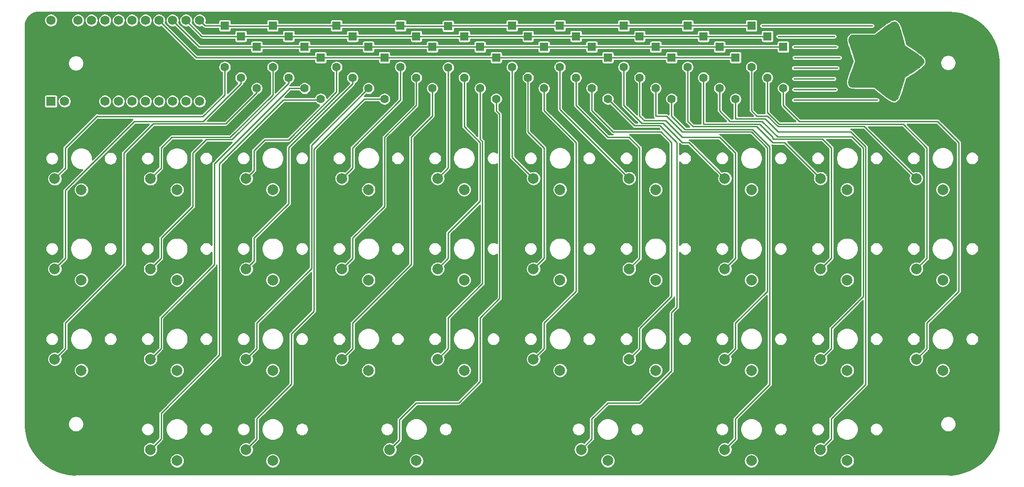
<source format=gbr>
G04 #@! TF.GenerationSoftware,KiCad,Pcbnew,5.1.9-73d0e3b20d~88~ubuntu18.04.1*
G04 #@! TF.CreationDate,2021-03-09T23:09:17-06:00*
G04 #@! TF.ProjectId,keyboard,6b657962-6f61-4726-942e-6b696361645f,rev?*
G04 #@! TF.SameCoordinates,Original*
G04 #@! TF.FileFunction,Copper,L1,Top*
G04 #@! TF.FilePolarity,Positive*
%FSLAX46Y46*%
G04 Gerber Fmt 4.6, Leading zero omitted, Abs format (unit mm)*
G04 Created by KiCad (PCBNEW 5.1.9-73d0e3b20d~88~ubuntu18.04.1) date 2021-03-09 23:09:17*
%MOMM*%
%LPD*%
G01*
G04 APERTURE LIST*
G04 #@! TA.AperFunction,EtchedComponent*
%ADD10C,0.010000*%
G04 #@! TD*
G04 #@! TA.AperFunction,ComponentPad*
%ADD11C,2.000000*%
G04 #@! TD*
G04 #@! TA.AperFunction,ComponentPad*
%ADD12C,1.600000*%
G04 #@! TD*
G04 #@! TA.AperFunction,ComponentPad*
%ADD13R,1.600000X1.600000*%
G04 #@! TD*
G04 #@! TA.AperFunction,ComponentPad*
%ADD14C,1.752600*%
G04 #@! TD*
G04 #@! TA.AperFunction,ComponentPad*
%ADD15R,1.752600X1.752600*%
G04 #@! TD*
G04 #@! TA.AperFunction,Conductor*
%ADD16C,0.250000*%
G04 #@! TD*
G04 #@! TA.AperFunction,Conductor*
%ADD17C,0.254000*%
G04 #@! TD*
G04 #@! TA.AperFunction,Conductor*
%ADD18C,0.100000*%
G04 #@! TD*
G04 APERTURE END LIST*
D10*
G36*
X194090005Y-32274703D02*
G01*
X194313830Y-32414833D01*
X194414672Y-32498791D01*
X194538014Y-32635188D01*
X194658234Y-32823079D01*
X194781523Y-33079399D01*
X194914070Y-33421084D01*
X195062067Y-33865071D01*
X195231702Y-34428295D01*
X195429167Y-35127694D01*
X195586843Y-35705798D01*
X195853797Y-36694596D01*
X197132723Y-37568465D01*
X197758684Y-37999785D01*
X198256987Y-38352736D01*
X198642702Y-38640064D01*
X198930900Y-38874514D01*
X199136653Y-39068834D01*
X199275031Y-39235770D01*
X199361105Y-39388068D01*
X199395187Y-39481991D01*
X199441468Y-39685101D01*
X199445124Y-39872688D01*
X199394128Y-40057175D01*
X199276454Y-40250983D01*
X199080076Y-40466536D01*
X198792968Y-40716256D01*
X198403104Y-41012566D01*
X197898458Y-41367889D01*
X197267004Y-41794647D01*
X196956202Y-42001415D01*
X195832738Y-42746538D01*
X195616903Y-43473102D01*
X195373902Y-44286333D01*
X195170716Y-44953150D01*
X195001176Y-45490109D01*
X194859111Y-45913766D01*
X194738350Y-46240677D01*
X194632722Y-46487397D01*
X194536056Y-46670482D01*
X194442183Y-46806488D01*
X194344930Y-46911971D01*
X194329946Y-46925930D01*
X194144383Y-47085358D01*
X194011995Y-47179767D01*
X193977954Y-47191784D01*
X193869822Y-47173427D01*
X193667166Y-47146381D01*
X193636760Y-47142663D01*
X193458001Y-47095876D01*
X193226931Y-46987438D01*
X192930007Y-46808257D01*
X192553687Y-46549237D01*
X192084428Y-46201286D01*
X191508687Y-45755310D01*
X191160445Y-45479830D01*
X190083224Y-44623000D01*
X187943112Y-44623000D01*
X187224531Y-44621465D01*
X186655897Y-44613776D01*
X186217830Y-44595309D01*
X185890949Y-44561439D01*
X185655875Y-44507540D01*
X185493227Y-44428988D01*
X185383626Y-44321158D01*
X185307691Y-44179424D01*
X185246044Y-43999163D01*
X185239615Y-43977825D01*
X185204537Y-43821153D01*
X185195555Y-43647394D01*
X185217872Y-43436417D01*
X185276691Y-43168088D01*
X185377215Y-42822273D01*
X185524646Y-42378840D01*
X185724188Y-41817655D01*
X185972697Y-41141098D01*
X186513469Y-39682011D01*
X185883067Y-37839037D01*
X185650327Y-37148391D01*
X185474620Y-36595758D01*
X185353201Y-36160724D01*
X185283324Y-35822872D01*
X185262243Y-35561786D01*
X185287213Y-35357049D01*
X185355488Y-35188246D01*
X185464322Y-35034961D01*
X185500379Y-34993503D01*
X185748091Y-34717000D01*
X190205666Y-34717000D01*
X191550917Y-33675305D01*
X192183367Y-33194392D01*
X192703525Y-32819441D01*
X193124350Y-32542461D01*
X193458802Y-32355459D01*
X193719840Y-32250441D01*
X193911640Y-32219334D01*
X194090005Y-32274703D01*
G37*
X194090005Y-32274703D02*
X194313830Y-32414833D01*
X194414672Y-32498791D01*
X194538014Y-32635188D01*
X194658234Y-32823079D01*
X194781523Y-33079399D01*
X194914070Y-33421084D01*
X195062067Y-33865071D01*
X195231702Y-34428295D01*
X195429167Y-35127694D01*
X195586843Y-35705798D01*
X195853797Y-36694596D01*
X197132723Y-37568465D01*
X197758684Y-37999785D01*
X198256987Y-38352736D01*
X198642702Y-38640064D01*
X198930900Y-38874514D01*
X199136653Y-39068834D01*
X199275031Y-39235770D01*
X199361105Y-39388068D01*
X199395187Y-39481991D01*
X199441468Y-39685101D01*
X199445124Y-39872688D01*
X199394128Y-40057175D01*
X199276454Y-40250983D01*
X199080076Y-40466536D01*
X198792968Y-40716256D01*
X198403104Y-41012566D01*
X197898458Y-41367889D01*
X197267004Y-41794647D01*
X196956202Y-42001415D01*
X195832738Y-42746538D01*
X195616903Y-43473102D01*
X195373902Y-44286333D01*
X195170716Y-44953150D01*
X195001176Y-45490109D01*
X194859111Y-45913766D01*
X194738350Y-46240677D01*
X194632722Y-46487397D01*
X194536056Y-46670482D01*
X194442183Y-46806488D01*
X194344930Y-46911971D01*
X194329946Y-46925930D01*
X194144383Y-47085358D01*
X194011995Y-47179767D01*
X193977954Y-47191784D01*
X193869822Y-47173427D01*
X193667166Y-47146381D01*
X193636760Y-47142663D01*
X193458001Y-47095876D01*
X193226931Y-46987438D01*
X192930007Y-46808257D01*
X192553687Y-46549237D01*
X192084428Y-46201286D01*
X191508687Y-45755310D01*
X191160445Y-45479830D01*
X190083224Y-44623000D01*
X187943112Y-44623000D01*
X187224531Y-44621465D01*
X186655897Y-44613776D01*
X186217830Y-44595309D01*
X185890949Y-44561439D01*
X185655875Y-44507540D01*
X185493227Y-44428988D01*
X185383626Y-44321158D01*
X185307691Y-44179424D01*
X185246044Y-43999163D01*
X185239615Y-43977825D01*
X185204537Y-43821153D01*
X185195555Y-43647394D01*
X185217872Y-43436417D01*
X185276691Y-43168088D01*
X185377215Y-42822273D01*
X185524646Y-42378840D01*
X185724188Y-41817655D01*
X185972697Y-41141098D01*
X186513469Y-39682011D01*
X185883067Y-37839037D01*
X185650327Y-37148391D01*
X185474620Y-36595758D01*
X185353201Y-36160724D01*
X185283324Y-35822872D01*
X185262243Y-35561786D01*
X185287213Y-35357049D01*
X185355488Y-35188246D01*
X185464322Y-35034961D01*
X185500379Y-34993503D01*
X185748091Y-34717000D01*
X190205666Y-34717000D01*
X191550917Y-33675305D01*
X192183367Y-33194392D01*
X192703525Y-32819441D01*
X193124350Y-32542461D01*
X193458802Y-32355459D01*
X193719840Y-32250441D01*
X193911640Y-32219334D01*
X194090005Y-32274703D01*
D11*
X149000000Y-63868750D03*
X144000000Y-61768750D03*
D12*
X74000000Y-44800000D03*
D13*
X74000000Y-37000000D03*
D12*
X122000000Y-40800000D03*
D13*
X122000000Y-33000000D03*
D12*
X83000000Y-44800000D03*
D13*
X83000000Y-37000000D03*
D12*
X77000000Y-40800000D03*
D13*
X77000000Y-33000000D03*
D12*
X107000000Y-44800000D03*
D13*
X107000000Y-37000000D03*
D12*
X131000000Y-40800000D03*
D13*
X131000000Y-33000000D03*
D12*
X110000000Y-40900000D03*
D13*
X110000000Y-33100000D03*
D12*
X167000000Y-40800000D03*
D13*
X167000000Y-33000000D03*
D12*
X140000000Y-46800000D03*
D13*
X140000000Y-39000000D03*
D12*
X173000000Y-44800000D03*
D13*
X173000000Y-37000000D03*
D12*
X170000000Y-42800000D03*
D13*
X170000000Y-35000000D03*
D12*
X164000000Y-46800000D03*
D13*
X164000000Y-39000000D03*
D12*
X80000000Y-42800000D03*
D13*
X80000000Y-35000000D03*
D12*
X101000000Y-40800000D03*
D13*
X101000000Y-33000000D03*
D12*
X68000000Y-40800000D03*
D13*
X68000000Y-33000000D03*
D12*
X155000000Y-40800000D03*
D13*
X155000000Y-33000000D03*
D12*
X128000000Y-44800000D03*
D13*
X128000000Y-37000000D03*
D12*
X86000000Y-46800000D03*
D13*
X86000000Y-39000000D03*
D12*
X137000000Y-44800000D03*
D13*
X137000000Y-37000000D03*
D12*
X158000000Y-42800000D03*
D13*
X158000000Y-35000000D03*
D12*
X146000000Y-42800000D03*
D13*
X146000000Y-35000000D03*
D12*
X134000000Y-42800000D03*
D13*
X134000000Y-35000000D03*
D12*
X143000000Y-40800000D03*
D13*
X143000000Y-33000000D03*
D12*
X125000000Y-42800000D03*
D13*
X125000000Y-35000000D03*
D12*
X113000000Y-42800000D03*
D13*
X113000000Y-35000000D03*
D12*
X104000000Y-42800000D03*
D13*
X104000000Y-35000000D03*
D12*
X119000000Y-46800000D03*
D13*
X119000000Y-39000000D03*
D12*
X89000000Y-40800000D03*
D13*
X89000000Y-33000000D03*
D12*
X161000000Y-44800000D03*
D13*
X161000000Y-37000000D03*
D12*
X92000000Y-42800000D03*
D13*
X92000000Y-35000000D03*
D12*
X149000000Y-44800000D03*
D13*
X149000000Y-37000000D03*
D12*
X95000000Y-44800000D03*
D13*
X95000000Y-37000000D03*
D12*
X116000000Y-44800000D03*
D13*
X116000000Y-37000000D03*
D12*
X98000000Y-46800000D03*
D13*
X98000000Y-39000000D03*
D12*
X71000000Y-42800000D03*
D13*
X71000000Y-35000000D03*
D12*
X152000000Y-46800000D03*
D13*
X152000000Y-39000000D03*
D14*
X35300000Y-32000000D03*
X63240000Y-47240000D03*
X37840000Y-32000000D03*
X40380000Y-32000000D03*
X42920000Y-32000000D03*
X45460000Y-32000000D03*
X48000000Y-32000000D03*
X50540000Y-32000000D03*
X53080000Y-32000000D03*
X55620000Y-32000000D03*
X58160000Y-32000000D03*
X60700000Y-32000000D03*
X63240000Y-32000000D03*
X60700000Y-47240000D03*
X58160000Y-47240000D03*
X55620000Y-47240000D03*
X53080000Y-47240000D03*
X50540000Y-47240000D03*
X48000000Y-47240000D03*
X45460000Y-47240000D03*
X42920000Y-47240000D03*
X40380000Y-47240000D03*
X37840000Y-47240000D03*
D15*
X35300000Y-47240000D03*
D11*
X41000000Y-97900000D03*
X36000000Y-95800000D03*
X131000000Y-63868750D03*
X126000000Y-61768750D03*
X59000000Y-97900000D03*
X54000000Y-95800000D03*
X59000000Y-63900000D03*
X54000000Y-61800000D03*
X95000000Y-97900000D03*
X90000000Y-95800000D03*
X112993750Y-63868750D03*
X107993750Y-61768750D03*
X203000000Y-63868750D03*
X198000000Y-61768750D03*
X140000000Y-114900000D03*
X135000000Y-112800000D03*
X203000000Y-97900000D03*
X198000000Y-95800000D03*
X203000000Y-80900000D03*
X198000000Y-78800000D03*
X185000000Y-114900000D03*
X180000000Y-112800000D03*
X59000000Y-80900000D03*
X54000000Y-78800000D03*
X95000000Y-63868750D03*
X90000000Y-61768750D03*
X41000000Y-63900000D03*
X36000000Y-61800000D03*
X185000000Y-63868750D03*
X180000000Y-61768750D03*
X131000000Y-97900000D03*
X126000000Y-95800000D03*
X59000000Y-114900000D03*
X54000000Y-112800000D03*
X149000000Y-97900000D03*
X144000000Y-95800000D03*
X185000000Y-80900000D03*
X180000000Y-78800000D03*
X167000000Y-80900000D03*
X162000000Y-78800000D03*
X149000000Y-80900000D03*
X144000000Y-78800000D03*
X167000000Y-63868750D03*
X162000000Y-61768750D03*
X131000000Y-80900000D03*
X126000000Y-78800000D03*
X112993750Y-80900000D03*
X107993750Y-78800000D03*
X95000000Y-80900000D03*
X90000000Y-78800000D03*
X104000000Y-114900000D03*
X99000000Y-112800000D03*
X77000000Y-63868750D03*
X72000000Y-61768750D03*
X185000000Y-97900000D03*
X180000000Y-95800000D03*
X77000000Y-80900000D03*
X72000000Y-78800000D03*
X167000000Y-97900000D03*
X162000000Y-95800000D03*
X77000000Y-97900000D03*
X72000000Y-95800000D03*
X112993750Y-97900000D03*
X107993750Y-95800000D03*
X77000000Y-114900000D03*
X72000000Y-112800000D03*
X41000000Y-80900000D03*
X36000000Y-78800000D03*
X167000000Y-114900000D03*
X162000000Y-112800000D03*
D16*
X175060000Y-39020000D02*
X180650000Y-39020000D01*
X174970000Y-40990000D02*
X180230000Y-40990000D01*
X175000000Y-43000000D02*
X179570000Y-43000000D01*
X175000000Y-47000000D02*
X187670000Y-47000000D01*
X175000000Y-45000000D02*
X179840000Y-45000000D01*
X169010000Y-33010000D02*
X182020000Y-33010000D01*
X172030000Y-35010000D02*
X179670000Y-35010000D01*
X175000000Y-37010000D02*
X179960000Y-37010000D01*
X182020000Y-33010000D02*
X184980000Y-33010000D01*
X179670000Y-35010000D02*
X182600000Y-35010000D01*
X179960000Y-37010000D02*
X182930000Y-37010000D01*
X180650000Y-39020000D02*
X183650000Y-39020000D01*
X180230000Y-40990000D02*
X183170000Y-40990000D01*
X179570000Y-43000000D02*
X182570000Y-43000000D01*
X179840000Y-45000000D02*
X182840000Y-45000000D01*
X187670000Y-47000000D02*
X190650000Y-47000000D01*
X184980000Y-33010000D02*
X189720000Y-33010000D01*
X200000000Y-76800000D02*
X198000000Y-78800000D01*
X200000000Y-56000000D02*
X200000000Y-76800000D01*
X195549990Y-51549990D02*
X200000000Y-56000000D01*
X172186400Y-51549990D02*
X195549990Y-51549990D01*
X170000000Y-42800000D02*
X170000000Y-49363590D01*
X170000000Y-49363590D02*
X172186400Y-51549990D01*
X173000000Y-44800000D02*
X173000000Y-48000000D01*
X173000000Y-48000000D02*
X176000000Y-51000000D01*
X176000000Y-51000000D02*
X202000000Y-51000000D01*
X202000000Y-51000000D02*
X206000000Y-55000000D01*
X206000000Y-55000000D02*
X206000000Y-83000000D01*
X206000000Y-83000000D02*
X200000000Y-89000000D01*
X200000000Y-93800000D02*
X198000000Y-95800000D01*
X200000000Y-89000000D02*
X200000000Y-93800000D01*
X137000000Y-107000000D02*
X137000000Y-110800000D01*
X140000000Y-104000000D02*
X137000000Y-107000000D01*
X152000000Y-98000000D02*
X146000000Y-104000000D01*
X146000000Y-104000000D02*
X140000000Y-104000000D01*
X145000000Y-51800000D02*
X149800000Y-51800000D01*
X140000000Y-46800000D02*
X145000000Y-51800000D01*
X153000000Y-55000000D02*
X153000000Y-86000000D01*
X137000000Y-110800000D02*
X135000000Y-112800000D01*
X153000000Y-86000000D02*
X152000000Y-87000000D01*
X149800000Y-51800000D02*
X153000000Y-55000000D01*
X152000000Y-87000000D02*
X152000000Y-98000000D01*
X164000000Y-110800000D02*
X162000000Y-112800000D01*
X164000000Y-107000000D02*
X164000000Y-110800000D01*
X152000000Y-50000000D02*
X154549990Y-52549990D01*
X170450010Y-55813600D02*
X170450010Y-100549990D01*
X154549990Y-52549990D02*
X167186400Y-52549990D01*
X152000000Y-46800000D02*
X152000000Y-50000000D01*
X167186400Y-52549990D02*
X170450010Y-55813600D01*
X170450010Y-100549990D02*
X164000000Y-107000000D01*
X56000000Y-32000000D02*
X55620000Y-32000000D01*
X62620000Y-39000000D02*
X55620000Y-32000000D01*
X86000000Y-39000000D02*
X62620000Y-39000000D01*
X86000000Y-39000000D02*
X98000000Y-39000000D01*
X119000000Y-39000000D02*
X98000000Y-39000000D01*
X119000000Y-39000000D02*
X164000000Y-39000000D01*
X63900000Y-51000000D02*
X71000000Y-43900000D01*
X51000000Y-51000000D02*
X63900000Y-51000000D01*
X36000000Y-78800000D02*
X38000000Y-76800000D01*
X38000000Y-64000000D02*
X51000000Y-51000000D01*
X38000000Y-76800000D02*
X38000000Y-64000000D01*
X71000000Y-43900000D02*
X71000000Y-42800000D01*
X80000000Y-35000000D02*
X71000000Y-35000000D01*
X63700000Y-35000000D02*
X60700000Y-32000000D01*
X71000000Y-35000000D02*
X63700000Y-35000000D01*
X92000000Y-35000000D02*
X80000000Y-35000000D01*
X104000000Y-35000000D02*
X92000000Y-35000000D01*
X113000000Y-35000000D02*
X104000000Y-35000000D01*
X113000000Y-35000000D02*
X125000000Y-35000000D01*
X125000000Y-35000000D02*
X134000000Y-35000000D01*
X134000000Y-35000000D02*
X170000000Y-35000000D01*
X98000000Y-46800000D02*
X94200000Y-46800000D01*
X84750010Y-56249990D02*
X84750010Y-86749990D01*
X94200000Y-46800000D02*
X84750010Y-56249990D01*
X84750010Y-86749990D02*
X80500000Y-91000000D01*
X80500000Y-91000000D02*
X80500000Y-100500000D01*
X80500000Y-100500000D02*
X74000000Y-107000000D01*
X74000000Y-110800000D02*
X72000000Y-112800000D01*
X74000000Y-107000000D02*
X74000000Y-110800000D01*
X116450010Y-81549990D02*
X110000000Y-88000000D01*
X110000000Y-93793750D02*
X107993750Y-95800000D01*
X116000000Y-44800000D02*
X116000000Y-54363590D01*
X110000000Y-88000000D02*
X110000000Y-93793750D01*
X116450010Y-54813600D02*
X116450010Y-81549990D01*
X116000000Y-54363590D02*
X116450010Y-54813600D01*
X83000000Y-37000000D02*
X74000000Y-37000000D01*
X63160000Y-37000000D02*
X58160000Y-32000000D01*
X74000000Y-37000000D02*
X63160000Y-37000000D01*
X95000000Y-37000000D02*
X83000000Y-37000000D01*
X107000000Y-37000000D02*
X95000000Y-37000000D01*
X116000000Y-37000000D02*
X107000000Y-37000000D01*
X116000000Y-37000000D02*
X161000000Y-37000000D01*
X173000000Y-37000000D02*
X161000000Y-37000000D01*
X95000000Y-44800000D02*
X84300000Y-55500000D01*
X84300000Y-55500000D02*
X84300000Y-78700000D01*
X84300000Y-78700000D02*
X74000000Y-89000000D01*
X74000000Y-93800000D02*
X72000000Y-95800000D01*
X74000000Y-89000000D02*
X74000000Y-93800000D01*
X164000000Y-93800000D02*
X162000000Y-95800000D01*
X164000000Y-89000000D02*
X164000000Y-93800000D01*
X170000000Y-83000000D02*
X164000000Y-89000000D01*
X149000000Y-44800000D02*
X149000000Y-50000000D01*
X151000000Y-50000000D02*
X154000000Y-53000000D01*
X154000000Y-53000000D02*
X167000000Y-53000000D01*
X149000000Y-50000000D02*
X151000000Y-50000000D01*
X167000000Y-53000000D02*
X170000000Y-56000000D01*
X170000000Y-56000000D02*
X170000000Y-83000000D01*
X73500000Y-77300000D02*
X72000000Y-78800000D01*
X80000000Y-66500000D02*
X73500000Y-73000000D01*
X80000000Y-55931370D02*
X80000000Y-66500000D01*
X73500000Y-73000000D02*
X73500000Y-77300000D01*
X92000000Y-42800000D02*
X92000000Y-43931370D01*
X92000000Y-43931370D02*
X80000000Y-55931370D01*
X182000000Y-93800000D02*
X180000000Y-95800000D01*
X182000000Y-90000000D02*
X182000000Y-93800000D01*
X188000000Y-84000000D02*
X182000000Y-90000000D01*
X188000000Y-56000000D02*
X188000000Y-84000000D01*
X161000000Y-44800000D02*
X161000000Y-49000000D01*
X185913580Y-53913580D02*
X188000000Y-56000000D01*
X161000000Y-49000000D02*
X163000000Y-51000000D01*
X163000000Y-51000000D02*
X169000000Y-51000000D01*
X169000000Y-51000000D02*
X171913580Y-53913580D01*
X171913580Y-53913580D02*
X185913580Y-53913580D01*
X89000000Y-45465002D02*
X79965002Y-54500000D01*
X89000000Y-40800000D02*
X89000000Y-45465002D01*
X79965002Y-54500000D02*
X75500000Y-54500000D01*
X75500000Y-54500000D02*
X73500000Y-56500000D01*
X73500000Y-60268750D02*
X72000000Y-61768750D01*
X73500000Y-56500000D02*
X73500000Y-60268750D01*
X68100000Y-33100000D02*
X68000000Y-33000000D01*
X77000000Y-33100000D02*
X68100000Y-33100000D01*
X64240000Y-33000000D02*
X63240000Y-32000000D01*
X68000000Y-33000000D02*
X64240000Y-33000000D01*
X89000000Y-33000000D02*
X77000000Y-33000000D01*
X101000000Y-33000000D02*
X89000000Y-33000000D01*
X101100000Y-33100000D02*
X101000000Y-33000000D01*
X110000000Y-33100000D02*
X101100000Y-33100000D01*
X110100000Y-33000000D02*
X110000000Y-33100000D01*
X122000000Y-33000000D02*
X110100000Y-33000000D01*
X131000000Y-33000000D02*
X122000000Y-33000000D01*
X143000000Y-33000000D02*
X131000000Y-33000000D01*
X155000000Y-33000000D02*
X143000000Y-33000000D01*
X167000000Y-33000000D02*
X155000000Y-33000000D01*
X119000000Y-49000000D02*
X119000000Y-46800000D01*
X119668751Y-49668751D02*
X119000000Y-49000000D01*
X119668751Y-84331249D02*
X119668751Y-49668751D01*
X100800000Y-111000000D02*
X100800000Y-107200000D01*
X99000000Y-112800000D02*
X100800000Y-111000000D01*
X104000000Y-104000000D02*
X112000000Y-104000000D01*
X100800000Y-107200000D02*
X104000000Y-104000000D01*
X116000000Y-88000000D02*
X119668751Y-84331249D01*
X112000000Y-104000000D02*
X116000000Y-100000000D01*
X116000000Y-100000000D02*
X116000000Y-88000000D01*
X98000000Y-67000000D02*
X92000000Y-73000000D01*
X92000000Y-73000000D02*
X92000000Y-76800000D01*
X98000000Y-54000000D02*
X98000000Y-67000000D01*
X92000000Y-76800000D02*
X90000000Y-78800000D01*
X104000000Y-42800000D02*
X104000000Y-48000000D01*
X104000000Y-48000000D02*
X98000000Y-54000000D01*
X110000000Y-72000000D02*
X110000000Y-76793750D01*
X116000000Y-66000000D02*
X110000000Y-72000000D01*
X116000000Y-55000000D02*
X116000000Y-66000000D01*
X113000000Y-42800000D02*
X113000000Y-52000000D01*
X110000000Y-76793750D02*
X107993750Y-78800000D01*
X113000000Y-52000000D02*
X116000000Y-55000000D01*
X128000000Y-76800000D02*
X126000000Y-78800000D01*
X128000000Y-56000000D02*
X128000000Y-76800000D01*
X125000000Y-42800000D02*
X125000000Y-53000000D01*
X125000000Y-53000000D02*
X128000000Y-56000000D01*
X154000000Y-55000000D02*
X155231250Y-55000000D01*
X155231250Y-55000000D02*
X162000000Y-61768750D01*
X150349990Y-51349990D02*
X154000000Y-55000000D01*
X146349990Y-51349990D02*
X150349990Y-51349990D01*
X143000000Y-40800000D02*
X143000000Y-48000000D01*
X143000000Y-48000000D02*
X146349990Y-51349990D01*
X134000000Y-42800000D02*
X134000000Y-48000000D01*
X134000000Y-48000000D02*
X140000000Y-54000000D01*
X140000000Y-54000000D02*
X144000000Y-54000000D01*
X144000000Y-54000000D02*
X146000000Y-56000000D01*
X146000000Y-76800000D02*
X144000000Y-78800000D01*
X146000000Y-56000000D02*
X146000000Y-76800000D01*
X161000000Y-54000000D02*
X154000000Y-54000000D01*
X154000000Y-54000000D02*
X150899980Y-50899980D01*
X146000000Y-49000000D02*
X146000000Y-42800000D01*
X146899980Y-50899980D02*
X146000000Y-50000000D01*
X150899980Y-50899980D02*
X146899980Y-50899980D01*
X146000000Y-50000000D02*
X146000000Y-49000000D01*
X163325001Y-77474999D02*
X162000000Y-78800000D01*
X163000000Y-56000000D02*
X161000000Y-54000000D01*
X164000000Y-57000000D02*
X163000000Y-56000000D01*
X161000000Y-54000000D02*
X164000000Y-57000000D01*
X164000000Y-76800000D02*
X162000000Y-78800000D01*
X164000000Y-57000000D02*
X164000000Y-76800000D01*
X158000000Y-51549990D02*
X158000000Y-42800000D01*
X168549990Y-51549990D02*
X158000000Y-51549990D01*
X171000000Y-54000000D02*
X168549990Y-51549990D01*
X171000000Y-54363590D02*
X171000000Y-54000000D01*
X173363590Y-54363590D02*
X171000000Y-54363590D01*
X182000000Y-76800000D02*
X180000000Y-78800000D01*
X182000000Y-56000000D02*
X182000000Y-76800000D01*
X173363590Y-54363590D02*
X180363590Y-54363590D01*
X180363590Y-54363590D02*
X182000000Y-56000000D01*
X137000000Y-44800000D02*
X137000000Y-49000000D01*
X137000000Y-49000000D02*
X141000000Y-53000000D01*
X141000000Y-53000000D02*
X150000000Y-53000000D01*
X150000000Y-53000000D02*
X152000000Y-55000000D01*
X152000000Y-55000000D02*
X152000000Y-84000000D01*
X152000000Y-84000000D02*
X146000000Y-90000000D01*
X146000000Y-93800000D02*
X144000000Y-95800000D01*
X146000000Y-90000000D02*
X146000000Y-93800000D01*
X85800000Y-47000000D02*
X86000000Y-46800000D01*
X56000000Y-110800000D02*
X56000000Y-106000000D01*
X54000000Y-112800000D02*
X56000000Y-110800000D01*
X56000000Y-106000000D02*
X67000000Y-95000000D01*
X67000000Y-95000000D02*
X67000000Y-59000000D01*
X67000000Y-59000000D02*
X79000000Y-47000000D01*
X79000000Y-47000000D02*
X85800000Y-47000000D01*
X134000000Y-55000000D02*
X128000000Y-49000000D01*
X128000000Y-49000000D02*
X128000000Y-44800000D01*
X134000000Y-83000000D02*
X128000000Y-89000000D01*
X134000000Y-83000000D02*
X134000000Y-55000000D01*
X128000000Y-93800000D02*
X126000000Y-95800000D01*
X128000000Y-89000000D02*
X128000000Y-93800000D01*
X168000000Y-52000000D02*
X171000000Y-55000000D01*
X156000000Y-52000000D02*
X168000000Y-52000000D01*
X173231250Y-55000000D02*
X180000000Y-61768750D01*
X155000000Y-40800000D02*
X155000000Y-51000000D01*
X171000000Y-55000000D02*
X173231250Y-55000000D01*
X155000000Y-51000000D02*
X156000000Y-52000000D01*
X38000000Y-59800000D02*
X36000000Y-61800000D01*
X68000000Y-46000000D02*
X63871037Y-50128963D01*
X63871037Y-50128963D02*
X44128963Y-50128963D01*
X44128963Y-50128963D02*
X44000000Y-50000000D01*
X68000000Y-40800000D02*
X68000000Y-45000000D01*
X44000000Y-50000000D02*
X38000000Y-56000000D01*
X38000000Y-56000000D02*
X38000000Y-59800000D01*
X68000000Y-46000000D02*
X68000000Y-45000000D01*
X92000000Y-56000000D02*
X92000000Y-59768750D01*
X101000000Y-47000000D02*
X92000000Y-56000000D01*
X92000000Y-59768750D02*
X90000000Y-61768750D01*
X101000000Y-40800000D02*
X101000000Y-47000000D01*
X69349990Y-54450010D02*
X80000000Y-43800000D01*
X62000000Y-57000000D02*
X64549990Y-54450010D01*
X64549990Y-54450010D02*
X69349990Y-54450010D01*
X62000000Y-67000000D02*
X56000000Y-73000000D01*
X62000000Y-67000000D02*
X62000000Y-57000000D01*
X56000000Y-76800000D02*
X54000000Y-78800000D01*
X56000000Y-73000000D02*
X56000000Y-76800000D01*
X80000000Y-43800000D02*
X80000000Y-42800000D01*
X164000000Y-50549990D02*
X164000000Y-46800000D01*
X169549990Y-50549990D02*
X164000000Y-50549990D01*
X185636410Y-53000000D02*
X172000000Y-53000000D01*
X172000000Y-53000000D02*
X169549990Y-50549990D01*
X188450010Y-55813600D02*
X185636410Y-53000000D01*
X188450010Y-100549990D02*
X188450010Y-55813600D01*
X188450010Y-100549990D02*
X182000000Y-107000000D01*
X182000000Y-110800000D02*
X180000000Y-112800000D01*
X182000000Y-107000000D02*
X182000000Y-110800000D01*
X172000000Y-52000000D02*
X188231250Y-52000000D01*
X168000000Y-50000000D02*
X170000000Y-50000000D01*
X167000000Y-40800000D02*
X167000000Y-49000000D01*
X188231250Y-52000000D02*
X198000000Y-61768750D01*
X170000000Y-50000000D02*
X172000000Y-52000000D01*
X167000000Y-49000000D02*
X168000000Y-50000000D01*
X110000000Y-59762500D02*
X107993750Y-61768750D01*
X110000000Y-40900000D02*
X110000000Y-59762500D01*
X131000000Y-48768750D02*
X144000000Y-61768750D01*
X131000000Y-40800000D02*
X131000000Y-48768750D01*
X92000000Y-93800000D02*
X90000000Y-95800000D01*
X92000000Y-89000000D02*
X92000000Y-93800000D01*
X103000000Y-78000000D02*
X92000000Y-89000000D01*
X107000000Y-44800000D02*
X107000000Y-50000000D01*
X103000000Y-54000000D02*
X103000000Y-78000000D01*
X107000000Y-50000000D02*
X103000000Y-54000000D01*
X58000000Y-54000000D02*
X56000000Y-56000000D01*
X56000000Y-56000000D02*
X56000000Y-59800000D01*
X69000000Y-54000000D02*
X58000000Y-54000000D01*
X77000000Y-40800000D02*
X77000000Y-46000000D01*
X56000000Y-59800000D02*
X54000000Y-61800000D01*
X77000000Y-46000000D02*
X69000000Y-54000000D01*
X56000000Y-93800000D02*
X54000000Y-95800000D01*
X56000000Y-88000000D02*
X56000000Y-93800000D01*
X66000000Y-59000000D02*
X66000000Y-78000000D01*
X66000000Y-78000000D02*
X56000000Y-88000000D01*
X79200000Y-45800000D02*
X66000000Y-59000000D01*
X79200000Y-45800000D02*
X80200000Y-44800000D01*
X80200000Y-44800000D02*
X83000000Y-44800000D01*
X122000000Y-57768750D02*
X126000000Y-61768750D01*
X122000000Y-40800000D02*
X122000000Y-57768750D01*
X68149990Y-51450010D02*
X74000000Y-45600000D01*
X36000000Y-95800000D02*
X38000000Y-93800000D01*
X38000000Y-93800000D02*
X38000000Y-89000000D01*
X38000000Y-89000000D02*
X49000000Y-78000000D01*
X49000000Y-57000000D02*
X54549990Y-51450010D01*
X49000000Y-78000000D02*
X49000000Y-57000000D01*
X54549990Y-51450010D02*
X68149990Y-51450010D01*
X74000000Y-44800000D02*
X74000000Y-45600000D01*
D17*
X205198453Y-30513265D02*
X206378008Y-30738276D01*
X207520060Y-31109352D01*
X208606596Y-31620637D01*
X209620483Y-32264069D01*
X210545735Y-33029506D01*
X211367753Y-33904866D01*
X212073577Y-34876350D01*
X212652082Y-35928646D01*
X213094130Y-37045132D01*
X213392765Y-38208238D01*
X213544130Y-39406421D01*
X213557035Y-39817049D01*
X213529903Y-39906493D01*
X213523000Y-39976578D01*
X213523001Y-108023423D01*
X213529904Y-108093508D01*
X213551727Y-108165448D01*
X213486735Y-109198451D01*
X213261724Y-110378006D01*
X212890647Y-111520063D01*
X212379365Y-112606592D01*
X211735931Y-113620483D01*
X210970498Y-114545732D01*
X210095139Y-115367749D01*
X209123650Y-116073577D01*
X208071354Y-116652082D01*
X206954866Y-117094131D01*
X205791763Y-117392765D01*
X204593579Y-117544130D01*
X204182952Y-117557035D01*
X204093508Y-117529903D01*
X204023423Y-117523000D01*
X39976577Y-117523000D01*
X39906492Y-117529903D01*
X39834549Y-117551726D01*
X38801549Y-117486735D01*
X37621994Y-117261724D01*
X36479937Y-116890647D01*
X35393408Y-116379365D01*
X34379517Y-115735931D01*
X33454268Y-114970498D01*
X33260708Y-114764377D01*
X57623000Y-114764377D01*
X57623000Y-115035623D01*
X57675917Y-115301656D01*
X57779718Y-115552254D01*
X57930414Y-115777787D01*
X58122213Y-115969586D01*
X58347746Y-116120282D01*
X58598344Y-116224083D01*
X58864377Y-116277000D01*
X59135623Y-116277000D01*
X59401656Y-116224083D01*
X59652254Y-116120282D01*
X59877787Y-115969586D01*
X60069586Y-115777787D01*
X60220282Y-115552254D01*
X60324083Y-115301656D01*
X60377000Y-115035623D01*
X60377000Y-114764377D01*
X75623000Y-114764377D01*
X75623000Y-115035623D01*
X75675917Y-115301656D01*
X75779718Y-115552254D01*
X75930414Y-115777787D01*
X76122213Y-115969586D01*
X76347746Y-116120282D01*
X76598344Y-116224083D01*
X76864377Y-116277000D01*
X77135623Y-116277000D01*
X77401656Y-116224083D01*
X77652254Y-116120282D01*
X77877787Y-115969586D01*
X78069586Y-115777787D01*
X78220282Y-115552254D01*
X78324083Y-115301656D01*
X78377000Y-115035623D01*
X78377000Y-114764377D01*
X102623000Y-114764377D01*
X102623000Y-115035623D01*
X102675917Y-115301656D01*
X102779718Y-115552254D01*
X102930414Y-115777787D01*
X103122213Y-115969586D01*
X103347746Y-116120282D01*
X103598344Y-116224083D01*
X103864377Y-116277000D01*
X104135623Y-116277000D01*
X104401656Y-116224083D01*
X104652254Y-116120282D01*
X104877787Y-115969586D01*
X105069586Y-115777787D01*
X105220282Y-115552254D01*
X105324083Y-115301656D01*
X105377000Y-115035623D01*
X105377000Y-114764377D01*
X138623000Y-114764377D01*
X138623000Y-115035623D01*
X138675917Y-115301656D01*
X138779718Y-115552254D01*
X138930414Y-115777787D01*
X139122213Y-115969586D01*
X139347746Y-116120282D01*
X139598344Y-116224083D01*
X139864377Y-116277000D01*
X140135623Y-116277000D01*
X140401656Y-116224083D01*
X140652254Y-116120282D01*
X140877787Y-115969586D01*
X141069586Y-115777787D01*
X141220282Y-115552254D01*
X141324083Y-115301656D01*
X141377000Y-115035623D01*
X141377000Y-114764377D01*
X165623000Y-114764377D01*
X165623000Y-115035623D01*
X165675917Y-115301656D01*
X165779718Y-115552254D01*
X165930414Y-115777787D01*
X166122213Y-115969586D01*
X166347746Y-116120282D01*
X166598344Y-116224083D01*
X166864377Y-116277000D01*
X167135623Y-116277000D01*
X167401656Y-116224083D01*
X167652254Y-116120282D01*
X167877787Y-115969586D01*
X168069586Y-115777787D01*
X168220282Y-115552254D01*
X168324083Y-115301656D01*
X168377000Y-115035623D01*
X168377000Y-114764377D01*
X183623000Y-114764377D01*
X183623000Y-115035623D01*
X183675917Y-115301656D01*
X183779718Y-115552254D01*
X183930414Y-115777787D01*
X184122213Y-115969586D01*
X184347746Y-116120282D01*
X184598344Y-116224083D01*
X184864377Y-116277000D01*
X185135623Y-116277000D01*
X185401656Y-116224083D01*
X185652254Y-116120282D01*
X185877787Y-115969586D01*
X186069586Y-115777787D01*
X186220282Y-115552254D01*
X186324083Y-115301656D01*
X186377000Y-115035623D01*
X186377000Y-114764377D01*
X186324083Y-114498344D01*
X186220282Y-114247746D01*
X186069586Y-114022213D01*
X185877787Y-113830414D01*
X185652254Y-113679718D01*
X185401656Y-113575917D01*
X185135623Y-113523000D01*
X184864377Y-113523000D01*
X184598344Y-113575917D01*
X184347746Y-113679718D01*
X184122213Y-113830414D01*
X183930414Y-114022213D01*
X183779718Y-114247746D01*
X183675917Y-114498344D01*
X183623000Y-114764377D01*
X168377000Y-114764377D01*
X168324083Y-114498344D01*
X168220282Y-114247746D01*
X168069586Y-114022213D01*
X167877787Y-113830414D01*
X167652254Y-113679718D01*
X167401656Y-113575917D01*
X167135623Y-113523000D01*
X166864377Y-113523000D01*
X166598344Y-113575917D01*
X166347746Y-113679718D01*
X166122213Y-113830414D01*
X165930414Y-114022213D01*
X165779718Y-114247746D01*
X165675917Y-114498344D01*
X165623000Y-114764377D01*
X141377000Y-114764377D01*
X141324083Y-114498344D01*
X141220282Y-114247746D01*
X141069586Y-114022213D01*
X140877787Y-113830414D01*
X140652254Y-113679718D01*
X140401656Y-113575917D01*
X140135623Y-113523000D01*
X139864377Y-113523000D01*
X139598344Y-113575917D01*
X139347746Y-113679718D01*
X139122213Y-113830414D01*
X138930414Y-114022213D01*
X138779718Y-114247746D01*
X138675917Y-114498344D01*
X138623000Y-114764377D01*
X105377000Y-114764377D01*
X105324083Y-114498344D01*
X105220282Y-114247746D01*
X105069586Y-114022213D01*
X104877787Y-113830414D01*
X104652254Y-113679718D01*
X104401656Y-113575917D01*
X104135623Y-113523000D01*
X103864377Y-113523000D01*
X103598344Y-113575917D01*
X103347746Y-113679718D01*
X103122213Y-113830414D01*
X102930414Y-114022213D01*
X102779718Y-114247746D01*
X102675917Y-114498344D01*
X102623000Y-114764377D01*
X78377000Y-114764377D01*
X78324083Y-114498344D01*
X78220282Y-114247746D01*
X78069586Y-114022213D01*
X77877787Y-113830414D01*
X77652254Y-113679718D01*
X77401656Y-113575917D01*
X77135623Y-113523000D01*
X76864377Y-113523000D01*
X76598344Y-113575917D01*
X76347746Y-113679718D01*
X76122213Y-113830414D01*
X75930414Y-114022213D01*
X75779718Y-114247746D01*
X75675917Y-114498344D01*
X75623000Y-114764377D01*
X60377000Y-114764377D01*
X60324083Y-114498344D01*
X60220282Y-114247746D01*
X60069586Y-114022213D01*
X59877787Y-113830414D01*
X59652254Y-113679718D01*
X59401656Y-113575917D01*
X59135623Y-113523000D01*
X58864377Y-113523000D01*
X58598344Y-113575917D01*
X58347746Y-113679718D01*
X58122213Y-113830414D01*
X57930414Y-114022213D01*
X57779718Y-114247746D01*
X57675917Y-114498344D01*
X57623000Y-114764377D01*
X33260708Y-114764377D01*
X32632251Y-114095139D01*
X31926423Y-113123650D01*
X31347918Y-112071354D01*
X30905869Y-110954866D01*
X30607235Y-109791763D01*
X30455870Y-108593579D01*
X30442965Y-108182952D01*
X30470097Y-108093508D01*
X30477000Y-108023423D01*
X30477000Y-107854528D01*
X38523000Y-107854528D01*
X38523000Y-108145472D01*
X38579760Y-108430825D01*
X38691099Y-108699622D01*
X38852739Y-108941533D01*
X39058467Y-109147261D01*
X39300378Y-109308901D01*
X39569175Y-109420240D01*
X39854528Y-109477000D01*
X40145472Y-109477000D01*
X40430825Y-109420240D01*
X40699622Y-109308901D01*
X40941533Y-109147261D01*
X41147261Y-108941533D01*
X41188943Y-108879151D01*
X52273000Y-108879151D01*
X52273000Y-109120849D01*
X52320153Y-109357903D01*
X52412647Y-109581202D01*
X52546927Y-109782167D01*
X52717833Y-109953073D01*
X52918798Y-110087353D01*
X53142097Y-110179847D01*
X53379151Y-110227000D01*
X53620849Y-110227000D01*
X53857903Y-110179847D01*
X54081202Y-110087353D01*
X54282167Y-109953073D01*
X54453073Y-109782167D01*
X54587353Y-109581202D01*
X54679847Y-109357903D01*
X54727000Y-109120849D01*
X54727000Y-108879151D01*
X54679847Y-108642097D01*
X54587353Y-108418798D01*
X54453073Y-108217833D01*
X54282167Y-108046927D01*
X54081202Y-107912647D01*
X53857903Y-107820153D01*
X53620849Y-107773000D01*
X53379151Y-107773000D01*
X53142097Y-107820153D01*
X52918798Y-107912647D01*
X52717833Y-108046927D01*
X52546927Y-108217833D01*
X52412647Y-108418798D01*
X52320153Y-108642097D01*
X52273000Y-108879151D01*
X41188943Y-108879151D01*
X41308901Y-108699622D01*
X41420240Y-108430825D01*
X41477000Y-108145472D01*
X41477000Y-107854528D01*
X41420240Y-107569175D01*
X41308901Y-107300378D01*
X41147261Y-107058467D01*
X40941533Y-106852739D01*
X40699622Y-106691099D01*
X40430825Y-106579760D01*
X40145472Y-106523000D01*
X39854528Y-106523000D01*
X39569175Y-106579760D01*
X39300378Y-106691099D01*
X39058467Y-106852739D01*
X38852739Y-107058467D01*
X38691099Y-107300378D01*
X38579760Y-107569175D01*
X38523000Y-107854528D01*
X30477000Y-107854528D01*
X30477000Y-97764377D01*
X39623000Y-97764377D01*
X39623000Y-98035623D01*
X39675917Y-98301656D01*
X39779718Y-98552254D01*
X39930414Y-98777787D01*
X40122213Y-98969586D01*
X40347746Y-99120282D01*
X40598344Y-99224083D01*
X40864377Y-99277000D01*
X41135623Y-99277000D01*
X41401656Y-99224083D01*
X41652254Y-99120282D01*
X41877787Y-98969586D01*
X42069586Y-98777787D01*
X42220282Y-98552254D01*
X42324083Y-98301656D01*
X42377000Y-98035623D01*
X42377000Y-97764377D01*
X57623000Y-97764377D01*
X57623000Y-98035623D01*
X57675917Y-98301656D01*
X57779718Y-98552254D01*
X57930414Y-98777787D01*
X58122213Y-98969586D01*
X58347746Y-99120282D01*
X58598344Y-99224083D01*
X58864377Y-99277000D01*
X59135623Y-99277000D01*
X59401656Y-99224083D01*
X59652254Y-99120282D01*
X59877787Y-98969586D01*
X60069586Y-98777787D01*
X60220282Y-98552254D01*
X60324083Y-98301656D01*
X60377000Y-98035623D01*
X60377000Y-97764377D01*
X60324083Y-97498344D01*
X60220282Y-97247746D01*
X60069586Y-97022213D01*
X59877787Y-96830414D01*
X59652254Y-96679718D01*
X59401656Y-96575917D01*
X59135623Y-96523000D01*
X58864377Y-96523000D01*
X58598344Y-96575917D01*
X58347746Y-96679718D01*
X58122213Y-96830414D01*
X57930414Y-97022213D01*
X57779718Y-97247746D01*
X57675917Y-97498344D01*
X57623000Y-97764377D01*
X42377000Y-97764377D01*
X42324083Y-97498344D01*
X42220282Y-97247746D01*
X42069586Y-97022213D01*
X41877787Y-96830414D01*
X41652254Y-96679718D01*
X41401656Y-96575917D01*
X41135623Y-96523000D01*
X40864377Y-96523000D01*
X40598344Y-96575917D01*
X40347746Y-96679718D01*
X40122213Y-96830414D01*
X39930414Y-97022213D01*
X39779718Y-97247746D01*
X39675917Y-97498344D01*
X39623000Y-97764377D01*
X30477000Y-97764377D01*
X30477000Y-91879151D01*
X34273000Y-91879151D01*
X34273000Y-92120849D01*
X34320153Y-92357903D01*
X34412647Y-92581202D01*
X34546927Y-92782167D01*
X34717833Y-92953073D01*
X34918798Y-93087353D01*
X35142097Y-93179847D01*
X35379151Y-93227000D01*
X35620849Y-93227000D01*
X35857903Y-93179847D01*
X36081202Y-93087353D01*
X36282167Y-92953073D01*
X36453073Y-92782167D01*
X36587353Y-92581202D01*
X36679847Y-92357903D01*
X36727000Y-92120849D01*
X36727000Y-91879151D01*
X36679847Y-91642097D01*
X36587353Y-91418798D01*
X36453073Y-91217833D01*
X36282167Y-91046927D01*
X36081202Y-90912647D01*
X35857903Y-90820153D01*
X35620849Y-90773000D01*
X35379151Y-90773000D01*
X35142097Y-90820153D01*
X34918798Y-90912647D01*
X34717833Y-91046927D01*
X34546927Y-91217833D01*
X34412647Y-91418798D01*
X34320153Y-91642097D01*
X34273000Y-91879151D01*
X30477000Y-91879151D01*
X30477000Y-80764377D01*
X39623000Y-80764377D01*
X39623000Y-81035623D01*
X39675917Y-81301656D01*
X39779718Y-81552254D01*
X39930414Y-81777787D01*
X40122213Y-81969586D01*
X40347746Y-82120282D01*
X40598344Y-82224083D01*
X40864377Y-82277000D01*
X41135623Y-82277000D01*
X41401656Y-82224083D01*
X41652254Y-82120282D01*
X41877787Y-81969586D01*
X42069586Y-81777787D01*
X42220282Y-81552254D01*
X42324083Y-81301656D01*
X42377000Y-81035623D01*
X42377000Y-80764377D01*
X42324083Y-80498344D01*
X42220282Y-80247746D01*
X42069586Y-80022213D01*
X41877787Y-79830414D01*
X41652254Y-79679718D01*
X41401656Y-79575917D01*
X41135623Y-79523000D01*
X40864377Y-79523000D01*
X40598344Y-79575917D01*
X40347746Y-79679718D01*
X40122213Y-79830414D01*
X39930414Y-80022213D01*
X39779718Y-80247746D01*
X39675917Y-80498344D01*
X39623000Y-80764377D01*
X30477000Y-80764377D01*
X30477000Y-74879151D01*
X34273000Y-74879151D01*
X34273000Y-75120849D01*
X34320153Y-75357903D01*
X34412647Y-75581202D01*
X34546927Y-75782167D01*
X34717833Y-75953073D01*
X34918798Y-76087353D01*
X35142097Y-76179847D01*
X35379151Y-76227000D01*
X35620849Y-76227000D01*
X35857903Y-76179847D01*
X36081202Y-76087353D01*
X36282167Y-75953073D01*
X36453073Y-75782167D01*
X36587353Y-75581202D01*
X36679847Y-75357903D01*
X36727000Y-75120849D01*
X36727000Y-74879151D01*
X36679847Y-74642097D01*
X36587353Y-74418798D01*
X36453073Y-74217833D01*
X36282167Y-74046927D01*
X36081202Y-73912647D01*
X35857903Y-73820153D01*
X35620849Y-73773000D01*
X35379151Y-73773000D01*
X35142097Y-73820153D01*
X34918798Y-73912647D01*
X34717833Y-74046927D01*
X34546927Y-74217833D01*
X34412647Y-74418798D01*
X34320153Y-74642097D01*
X34273000Y-74879151D01*
X30477000Y-74879151D01*
X30477000Y-61664377D01*
X34623000Y-61664377D01*
X34623000Y-61935623D01*
X34675917Y-62201656D01*
X34779718Y-62452254D01*
X34930414Y-62677787D01*
X35122213Y-62869586D01*
X35347746Y-63020282D01*
X35598344Y-63124083D01*
X35864377Y-63177000D01*
X36135623Y-63177000D01*
X36401656Y-63124083D01*
X36652254Y-63020282D01*
X36877787Y-62869586D01*
X37069586Y-62677787D01*
X37220282Y-62452254D01*
X37324083Y-62201656D01*
X37377000Y-61935623D01*
X37377000Y-61664377D01*
X37324083Y-61398344D01*
X37261845Y-61248089D01*
X38337538Y-60172397D01*
X38356684Y-60156684D01*
X38419417Y-60080245D01*
X38466031Y-59993036D01*
X38494736Y-59898409D01*
X38502000Y-59824653D01*
X38502000Y-59824644D01*
X38504427Y-59800001D01*
X38502000Y-59775358D01*
X38502000Y-56207934D01*
X44081244Y-50628691D01*
X44104310Y-50630963D01*
X44104319Y-50630963D01*
X44128962Y-50633390D01*
X44153605Y-50630963D01*
X50658368Y-50630963D01*
X50643316Y-50643316D01*
X50627603Y-50662462D01*
X43074890Y-58215176D01*
X43077000Y-58204567D01*
X43077000Y-57795433D01*
X42997182Y-57394161D01*
X42840614Y-57016171D01*
X42613311Y-56675989D01*
X42324011Y-56386689D01*
X41983829Y-56159386D01*
X41605839Y-56002818D01*
X41204567Y-55923000D01*
X40795433Y-55923000D01*
X40394161Y-56002818D01*
X40016171Y-56159386D01*
X39675989Y-56386689D01*
X39386689Y-56675989D01*
X39159386Y-57016171D01*
X39002818Y-57394161D01*
X38923000Y-57795433D01*
X38923000Y-58204567D01*
X39002818Y-58605839D01*
X39159386Y-58983829D01*
X39386689Y-59324011D01*
X39675989Y-59613311D01*
X40016171Y-59840614D01*
X40394161Y-59997182D01*
X40795433Y-60077000D01*
X41204567Y-60077000D01*
X41215176Y-60074890D01*
X37662463Y-63627603D01*
X37643317Y-63643316D01*
X37627604Y-63662462D01*
X37627601Y-63662465D01*
X37580584Y-63719755D01*
X37533970Y-63806964D01*
X37505265Y-63901591D01*
X37495573Y-64000000D01*
X37498001Y-64024653D01*
X37498000Y-76592065D01*
X36551911Y-77538155D01*
X36401656Y-77475917D01*
X36135623Y-77423000D01*
X35864377Y-77423000D01*
X35598344Y-77475917D01*
X35347746Y-77579718D01*
X35122213Y-77730414D01*
X34930414Y-77922213D01*
X34779718Y-78147746D01*
X34675917Y-78398344D01*
X34623000Y-78664377D01*
X34623000Y-78935623D01*
X34675917Y-79201656D01*
X34779718Y-79452254D01*
X34930414Y-79677787D01*
X35122213Y-79869586D01*
X35347746Y-80020282D01*
X35598344Y-80124083D01*
X35864377Y-80177000D01*
X36135623Y-80177000D01*
X36401656Y-80124083D01*
X36652254Y-80020282D01*
X36877787Y-79869586D01*
X37069586Y-79677787D01*
X37220282Y-79452254D01*
X37324083Y-79201656D01*
X37377000Y-78935623D01*
X37377000Y-78664377D01*
X37324083Y-78398344D01*
X37261845Y-78248089D01*
X38337538Y-77172397D01*
X38356684Y-77156684D01*
X38419417Y-77080245D01*
X38466031Y-76993036D01*
X38494736Y-76898409D01*
X38502000Y-76824653D01*
X38502000Y-76824644D01*
X38504427Y-76800001D01*
X38502000Y-76775358D01*
X38502000Y-74795433D01*
X38923000Y-74795433D01*
X38923000Y-75204567D01*
X39002818Y-75605839D01*
X39159386Y-75983829D01*
X39386689Y-76324011D01*
X39675989Y-76613311D01*
X40016171Y-76840614D01*
X40394161Y-76997182D01*
X40795433Y-77077000D01*
X41204567Y-77077000D01*
X41605839Y-76997182D01*
X41983829Y-76840614D01*
X42324011Y-76613311D01*
X42613311Y-76324011D01*
X42840614Y-75983829D01*
X42997182Y-75605839D01*
X43077000Y-75204567D01*
X43077000Y-74879151D01*
X45273000Y-74879151D01*
X45273000Y-75120849D01*
X45320153Y-75357903D01*
X45412647Y-75581202D01*
X45546927Y-75782167D01*
X45717833Y-75953073D01*
X45918798Y-76087353D01*
X46142097Y-76179847D01*
X46379151Y-76227000D01*
X46620849Y-76227000D01*
X46857903Y-76179847D01*
X47081202Y-76087353D01*
X47282167Y-75953073D01*
X47453073Y-75782167D01*
X47587353Y-75581202D01*
X47679847Y-75357903D01*
X47727000Y-75120849D01*
X47727000Y-74879151D01*
X47679847Y-74642097D01*
X47587353Y-74418798D01*
X47453073Y-74217833D01*
X47282167Y-74046927D01*
X47081202Y-73912647D01*
X46857903Y-73820153D01*
X46620849Y-73773000D01*
X46379151Y-73773000D01*
X46142097Y-73820153D01*
X45918798Y-73912647D01*
X45717833Y-74046927D01*
X45546927Y-74217833D01*
X45412647Y-74418798D01*
X45320153Y-74642097D01*
X45273000Y-74879151D01*
X43077000Y-74879151D01*
X43077000Y-74795433D01*
X42997182Y-74394161D01*
X42840614Y-74016171D01*
X42613311Y-73675989D01*
X42324011Y-73386689D01*
X41983829Y-73159386D01*
X41605839Y-73002818D01*
X41204567Y-72923000D01*
X40795433Y-72923000D01*
X40394161Y-73002818D01*
X40016171Y-73159386D01*
X39675989Y-73386689D01*
X39386689Y-73675989D01*
X39159386Y-74016171D01*
X39002818Y-74394161D01*
X38923000Y-74795433D01*
X38502000Y-74795433D01*
X38502000Y-64207934D01*
X38945557Y-63764377D01*
X39623000Y-63764377D01*
X39623000Y-64035623D01*
X39675917Y-64301656D01*
X39779718Y-64552254D01*
X39930414Y-64777787D01*
X40122213Y-64969586D01*
X40347746Y-65120282D01*
X40598344Y-65224083D01*
X40864377Y-65277000D01*
X41135623Y-65277000D01*
X41401656Y-65224083D01*
X41652254Y-65120282D01*
X41877787Y-64969586D01*
X42069586Y-64777787D01*
X42220282Y-64552254D01*
X42324083Y-64301656D01*
X42377000Y-64035623D01*
X42377000Y-63764377D01*
X42324083Y-63498344D01*
X42220282Y-63247746D01*
X42069586Y-63022213D01*
X41877787Y-62830414D01*
X41652254Y-62679718D01*
X41401656Y-62575917D01*
X41135623Y-62523000D01*
X40864377Y-62523000D01*
X40598344Y-62575917D01*
X40347746Y-62679718D01*
X40122213Y-62830414D01*
X39930414Y-63022213D01*
X39779718Y-63247746D01*
X39675917Y-63498344D01*
X39623000Y-63764377D01*
X38945557Y-63764377D01*
X44830783Y-57879151D01*
X45273000Y-57879151D01*
X45273000Y-58120849D01*
X45320153Y-58357903D01*
X45412647Y-58581202D01*
X45546927Y-58782167D01*
X45717833Y-58953073D01*
X45918798Y-59087353D01*
X46142097Y-59179847D01*
X46379151Y-59227000D01*
X46620849Y-59227000D01*
X46857903Y-59179847D01*
X47081202Y-59087353D01*
X47282167Y-58953073D01*
X47453073Y-58782167D01*
X47587353Y-58581202D01*
X47679847Y-58357903D01*
X47727000Y-58120849D01*
X47727000Y-57879151D01*
X47679847Y-57642097D01*
X47587353Y-57418798D01*
X47453073Y-57217833D01*
X47282167Y-57046927D01*
X47081202Y-56912647D01*
X46857903Y-56820153D01*
X46620849Y-56773000D01*
X46379151Y-56773000D01*
X46142097Y-56820153D01*
X45918798Y-56912647D01*
X45717833Y-57046927D01*
X45546927Y-57217833D01*
X45412647Y-57418798D01*
X45320153Y-57642097D01*
X45273000Y-57879151D01*
X44830783Y-57879151D01*
X51207935Y-51502000D01*
X53788065Y-51502000D01*
X48662463Y-56627603D01*
X48643317Y-56643316D01*
X48627604Y-56662462D01*
X48627601Y-56662465D01*
X48580584Y-56719755D01*
X48533970Y-56806964D01*
X48505265Y-56901591D01*
X48495573Y-57000000D01*
X48498001Y-57024653D01*
X48498000Y-77792065D01*
X37662463Y-88627603D01*
X37643317Y-88643316D01*
X37627604Y-88662462D01*
X37627601Y-88662465D01*
X37580584Y-88719755D01*
X37533970Y-88806964D01*
X37505265Y-88901591D01*
X37495573Y-89000000D01*
X37498001Y-89024653D01*
X37498000Y-93592065D01*
X36551911Y-94538155D01*
X36401656Y-94475917D01*
X36135623Y-94423000D01*
X35864377Y-94423000D01*
X35598344Y-94475917D01*
X35347746Y-94579718D01*
X35122213Y-94730414D01*
X34930414Y-94922213D01*
X34779718Y-95147746D01*
X34675917Y-95398344D01*
X34623000Y-95664377D01*
X34623000Y-95935623D01*
X34675917Y-96201656D01*
X34779718Y-96452254D01*
X34930414Y-96677787D01*
X35122213Y-96869586D01*
X35347746Y-97020282D01*
X35598344Y-97124083D01*
X35864377Y-97177000D01*
X36135623Y-97177000D01*
X36401656Y-97124083D01*
X36652254Y-97020282D01*
X36877787Y-96869586D01*
X37069586Y-96677787D01*
X37220282Y-96452254D01*
X37324083Y-96201656D01*
X37377000Y-95935623D01*
X37377000Y-95664377D01*
X37324083Y-95398344D01*
X37261845Y-95248089D01*
X38337538Y-94172397D01*
X38356684Y-94156684D01*
X38419417Y-94080245D01*
X38466031Y-93993036D01*
X38494736Y-93898409D01*
X38502000Y-93824653D01*
X38502000Y-93824644D01*
X38504427Y-93800001D01*
X38502000Y-93775358D01*
X38502000Y-91795433D01*
X38923000Y-91795433D01*
X38923000Y-92204567D01*
X39002818Y-92605839D01*
X39159386Y-92983829D01*
X39386689Y-93324011D01*
X39675989Y-93613311D01*
X40016171Y-93840614D01*
X40394161Y-93997182D01*
X40795433Y-94077000D01*
X41204567Y-94077000D01*
X41605839Y-93997182D01*
X41983829Y-93840614D01*
X42324011Y-93613311D01*
X42613311Y-93324011D01*
X42840614Y-92983829D01*
X42997182Y-92605839D01*
X43077000Y-92204567D01*
X43077000Y-91879151D01*
X45273000Y-91879151D01*
X45273000Y-92120849D01*
X45320153Y-92357903D01*
X45412647Y-92581202D01*
X45546927Y-92782167D01*
X45717833Y-92953073D01*
X45918798Y-93087353D01*
X46142097Y-93179847D01*
X46379151Y-93227000D01*
X46620849Y-93227000D01*
X46857903Y-93179847D01*
X47081202Y-93087353D01*
X47282167Y-92953073D01*
X47453073Y-92782167D01*
X47587353Y-92581202D01*
X47679847Y-92357903D01*
X47727000Y-92120849D01*
X47727000Y-91879151D01*
X52273000Y-91879151D01*
X52273000Y-92120849D01*
X52320153Y-92357903D01*
X52412647Y-92581202D01*
X52546927Y-92782167D01*
X52717833Y-92953073D01*
X52918798Y-93087353D01*
X53142097Y-93179847D01*
X53379151Y-93227000D01*
X53620849Y-93227000D01*
X53857903Y-93179847D01*
X54081202Y-93087353D01*
X54282167Y-92953073D01*
X54453073Y-92782167D01*
X54587353Y-92581202D01*
X54679847Y-92357903D01*
X54727000Y-92120849D01*
X54727000Y-91879151D01*
X54679847Y-91642097D01*
X54587353Y-91418798D01*
X54453073Y-91217833D01*
X54282167Y-91046927D01*
X54081202Y-90912647D01*
X53857903Y-90820153D01*
X53620849Y-90773000D01*
X53379151Y-90773000D01*
X53142097Y-90820153D01*
X52918798Y-90912647D01*
X52717833Y-91046927D01*
X52546927Y-91217833D01*
X52412647Y-91418798D01*
X52320153Y-91642097D01*
X52273000Y-91879151D01*
X47727000Y-91879151D01*
X47679847Y-91642097D01*
X47587353Y-91418798D01*
X47453073Y-91217833D01*
X47282167Y-91046927D01*
X47081202Y-90912647D01*
X46857903Y-90820153D01*
X46620849Y-90773000D01*
X46379151Y-90773000D01*
X46142097Y-90820153D01*
X45918798Y-90912647D01*
X45717833Y-91046927D01*
X45546927Y-91217833D01*
X45412647Y-91418798D01*
X45320153Y-91642097D01*
X45273000Y-91879151D01*
X43077000Y-91879151D01*
X43077000Y-91795433D01*
X42997182Y-91394161D01*
X42840614Y-91016171D01*
X42613311Y-90675989D01*
X42324011Y-90386689D01*
X41983829Y-90159386D01*
X41605839Y-90002818D01*
X41204567Y-89923000D01*
X40795433Y-89923000D01*
X40394161Y-90002818D01*
X40016171Y-90159386D01*
X39675989Y-90386689D01*
X39386689Y-90675989D01*
X39159386Y-91016171D01*
X39002818Y-91394161D01*
X38923000Y-91795433D01*
X38502000Y-91795433D01*
X38502000Y-89207934D01*
X46945557Y-80764377D01*
X57623000Y-80764377D01*
X57623000Y-81035623D01*
X57675917Y-81301656D01*
X57779718Y-81552254D01*
X57930414Y-81777787D01*
X58122213Y-81969586D01*
X58347746Y-82120282D01*
X58598344Y-82224083D01*
X58864377Y-82277000D01*
X59135623Y-82277000D01*
X59401656Y-82224083D01*
X59652254Y-82120282D01*
X59877787Y-81969586D01*
X60069586Y-81777787D01*
X60220282Y-81552254D01*
X60324083Y-81301656D01*
X60377000Y-81035623D01*
X60377000Y-80764377D01*
X60324083Y-80498344D01*
X60220282Y-80247746D01*
X60069586Y-80022213D01*
X59877787Y-79830414D01*
X59652254Y-79679718D01*
X59401656Y-79575917D01*
X59135623Y-79523000D01*
X58864377Y-79523000D01*
X58598344Y-79575917D01*
X58347746Y-79679718D01*
X58122213Y-79830414D01*
X57930414Y-80022213D01*
X57779718Y-80247746D01*
X57675917Y-80498344D01*
X57623000Y-80764377D01*
X46945557Y-80764377D01*
X49337538Y-78372397D01*
X49356684Y-78356684D01*
X49419417Y-78280245D01*
X49466031Y-78193036D01*
X49494736Y-78098409D01*
X49502000Y-78024653D01*
X49502000Y-78024644D01*
X49504427Y-78000001D01*
X49502000Y-77975358D01*
X49502000Y-74879151D01*
X52273000Y-74879151D01*
X52273000Y-75120849D01*
X52320153Y-75357903D01*
X52412647Y-75581202D01*
X52546927Y-75782167D01*
X52717833Y-75953073D01*
X52918798Y-76087353D01*
X53142097Y-76179847D01*
X53379151Y-76227000D01*
X53620849Y-76227000D01*
X53857903Y-76179847D01*
X54081202Y-76087353D01*
X54282167Y-75953073D01*
X54453073Y-75782167D01*
X54587353Y-75581202D01*
X54679847Y-75357903D01*
X54727000Y-75120849D01*
X54727000Y-74879151D01*
X54679847Y-74642097D01*
X54587353Y-74418798D01*
X54453073Y-74217833D01*
X54282167Y-74046927D01*
X54081202Y-73912647D01*
X53857903Y-73820153D01*
X53620849Y-73773000D01*
X53379151Y-73773000D01*
X53142097Y-73820153D01*
X52918798Y-73912647D01*
X52717833Y-74046927D01*
X52546927Y-74217833D01*
X52412647Y-74418798D01*
X52320153Y-74642097D01*
X52273000Y-74879151D01*
X49502000Y-74879151D01*
X49502000Y-63764377D01*
X57623000Y-63764377D01*
X57623000Y-64035623D01*
X57675917Y-64301656D01*
X57779718Y-64552254D01*
X57930414Y-64777787D01*
X58122213Y-64969586D01*
X58347746Y-65120282D01*
X58598344Y-65224083D01*
X58864377Y-65277000D01*
X59135623Y-65277000D01*
X59401656Y-65224083D01*
X59652254Y-65120282D01*
X59877787Y-64969586D01*
X60069586Y-64777787D01*
X60220282Y-64552254D01*
X60324083Y-64301656D01*
X60377000Y-64035623D01*
X60377000Y-63764377D01*
X60324083Y-63498344D01*
X60220282Y-63247746D01*
X60069586Y-63022213D01*
X59877787Y-62830414D01*
X59652254Y-62679718D01*
X59401656Y-62575917D01*
X59135623Y-62523000D01*
X58864377Y-62523000D01*
X58598344Y-62575917D01*
X58347746Y-62679718D01*
X58122213Y-62830414D01*
X57930414Y-63022213D01*
X57779718Y-63247746D01*
X57675917Y-63498344D01*
X57623000Y-63764377D01*
X49502000Y-63764377D01*
X49502000Y-61664377D01*
X52623000Y-61664377D01*
X52623000Y-61935623D01*
X52675917Y-62201656D01*
X52779718Y-62452254D01*
X52930414Y-62677787D01*
X53122213Y-62869586D01*
X53347746Y-63020282D01*
X53598344Y-63124083D01*
X53864377Y-63177000D01*
X54135623Y-63177000D01*
X54401656Y-63124083D01*
X54652254Y-63020282D01*
X54877787Y-62869586D01*
X55069586Y-62677787D01*
X55220282Y-62452254D01*
X55324083Y-62201656D01*
X55377000Y-61935623D01*
X55377000Y-61664377D01*
X55324083Y-61398344D01*
X55261845Y-61248089D01*
X56337538Y-60172397D01*
X56356684Y-60156684D01*
X56419417Y-60080245D01*
X56466031Y-59993036D01*
X56494736Y-59898409D01*
X56502000Y-59824653D01*
X56502000Y-59824644D01*
X56504427Y-59800001D01*
X56502000Y-59775358D01*
X56502000Y-57795433D01*
X56923000Y-57795433D01*
X56923000Y-58204567D01*
X57002818Y-58605839D01*
X57159386Y-58983829D01*
X57386689Y-59324011D01*
X57675989Y-59613311D01*
X58016171Y-59840614D01*
X58394161Y-59997182D01*
X58795433Y-60077000D01*
X59204567Y-60077000D01*
X59605839Y-59997182D01*
X59983829Y-59840614D01*
X60324011Y-59613311D01*
X60613311Y-59324011D01*
X60840614Y-58983829D01*
X60997182Y-58605839D01*
X61077000Y-58204567D01*
X61077000Y-57795433D01*
X60997182Y-57394161D01*
X60840614Y-57016171D01*
X60613311Y-56675989D01*
X60324011Y-56386689D01*
X59983829Y-56159386D01*
X59605839Y-56002818D01*
X59204567Y-55923000D01*
X58795433Y-55923000D01*
X58394161Y-56002818D01*
X58016171Y-56159386D01*
X57675989Y-56386689D01*
X57386689Y-56675989D01*
X57159386Y-57016171D01*
X57002818Y-57394161D01*
X56923000Y-57795433D01*
X56502000Y-57795433D01*
X56502000Y-56207934D01*
X58207935Y-54502000D01*
X63788065Y-54502000D01*
X61662463Y-56627603D01*
X61643317Y-56643316D01*
X61627604Y-56662462D01*
X61627601Y-56662465D01*
X61580584Y-56719755D01*
X61533970Y-56806964D01*
X61505265Y-56901591D01*
X61495573Y-57000000D01*
X61498001Y-57024653D01*
X61498000Y-66792065D01*
X55662468Y-72627598D01*
X55643316Y-72643316D01*
X55580583Y-72719755D01*
X55533969Y-72806965D01*
X55505264Y-72901592D01*
X55498000Y-72975348D01*
X55498000Y-72975357D01*
X55495573Y-73000000D01*
X55498000Y-73024643D01*
X55498001Y-76592064D01*
X54551911Y-77538155D01*
X54401656Y-77475917D01*
X54135623Y-77423000D01*
X53864377Y-77423000D01*
X53598344Y-77475917D01*
X53347746Y-77579718D01*
X53122213Y-77730414D01*
X52930414Y-77922213D01*
X52779718Y-78147746D01*
X52675917Y-78398344D01*
X52623000Y-78664377D01*
X52623000Y-78935623D01*
X52675917Y-79201656D01*
X52779718Y-79452254D01*
X52930414Y-79677787D01*
X53122213Y-79869586D01*
X53347746Y-80020282D01*
X53598344Y-80124083D01*
X53864377Y-80177000D01*
X54135623Y-80177000D01*
X54401656Y-80124083D01*
X54652254Y-80020282D01*
X54877787Y-79869586D01*
X55069586Y-79677787D01*
X55220282Y-79452254D01*
X55324083Y-79201656D01*
X55377000Y-78935623D01*
X55377000Y-78664377D01*
X55324083Y-78398344D01*
X55261845Y-78248089D01*
X56337538Y-77172397D01*
X56356684Y-77156684D01*
X56419417Y-77080245D01*
X56466031Y-76993036D01*
X56494736Y-76898409D01*
X56502000Y-76824653D01*
X56502000Y-76824644D01*
X56504427Y-76800001D01*
X56502000Y-76775358D01*
X56502000Y-74795433D01*
X56923000Y-74795433D01*
X56923000Y-75204567D01*
X57002818Y-75605839D01*
X57159386Y-75983829D01*
X57386689Y-76324011D01*
X57675989Y-76613311D01*
X58016171Y-76840614D01*
X58394161Y-76997182D01*
X58795433Y-77077000D01*
X59204567Y-77077000D01*
X59605839Y-76997182D01*
X59983829Y-76840614D01*
X60324011Y-76613311D01*
X60613311Y-76324011D01*
X60840614Y-75983829D01*
X60997182Y-75605839D01*
X61077000Y-75204567D01*
X61077000Y-74795433D01*
X60997182Y-74394161D01*
X60840614Y-74016171D01*
X60613311Y-73675989D01*
X60324011Y-73386689D01*
X59983829Y-73159386D01*
X59605839Y-73002818D01*
X59204567Y-72923000D01*
X58795433Y-72923000D01*
X58394161Y-73002818D01*
X58016171Y-73159386D01*
X57675989Y-73386689D01*
X57386689Y-73675989D01*
X57159386Y-74016171D01*
X57002818Y-74394161D01*
X56923000Y-74795433D01*
X56502000Y-74795433D01*
X56502000Y-73207934D01*
X62337538Y-67372397D01*
X62356684Y-67356684D01*
X62419417Y-67280245D01*
X62466031Y-67193036D01*
X62494736Y-67098409D01*
X62502000Y-67024653D01*
X62502000Y-67024644D01*
X62504427Y-67000001D01*
X62502000Y-66975358D01*
X62502000Y-57879151D01*
X63273000Y-57879151D01*
X63273000Y-58120849D01*
X63320153Y-58357903D01*
X63412647Y-58581202D01*
X63546927Y-58782167D01*
X63717833Y-58953073D01*
X63918798Y-59087353D01*
X64142097Y-59179847D01*
X64379151Y-59227000D01*
X64620849Y-59227000D01*
X64857903Y-59179847D01*
X65081202Y-59087353D01*
X65282167Y-58953073D01*
X65453073Y-58782167D01*
X65587353Y-58581202D01*
X65679847Y-58357903D01*
X65727000Y-58120849D01*
X65727000Y-57879151D01*
X65679847Y-57642097D01*
X65587353Y-57418798D01*
X65453073Y-57217833D01*
X65282167Y-57046927D01*
X65081202Y-56912647D01*
X64857903Y-56820153D01*
X64620849Y-56773000D01*
X64379151Y-56773000D01*
X64142097Y-56820153D01*
X63918798Y-56912647D01*
X63717833Y-57046927D01*
X63546927Y-57217833D01*
X63412647Y-57418798D01*
X63320153Y-57642097D01*
X63273000Y-57879151D01*
X62502000Y-57879151D01*
X62502000Y-57207934D01*
X64757925Y-54952010D01*
X69325347Y-54952010D01*
X69336916Y-54953149D01*
X65662468Y-58627598D01*
X65643316Y-58643316D01*
X65580583Y-58719755D01*
X65533969Y-58806965D01*
X65505264Y-58901592D01*
X65498000Y-58975348D01*
X65498000Y-58975357D01*
X65495573Y-59000000D01*
X65498000Y-59024643D01*
X65498001Y-74285072D01*
X65453073Y-74217833D01*
X65282167Y-74046927D01*
X65081202Y-73912647D01*
X64857903Y-73820153D01*
X64620849Y-73773000D01*
X64379151Y-73773000D01*
X64142097Y-73820153D01*
X63918798Y-73912647D01*
X63717833Y-74046927D01*
X63546927Y-74217833D01*
X63412647Y-74418798D01*
X63320153Y-74642097D01*
X63273000Y-74879151D01*
X63273000Y-75120849D01*
X63320153Y-75357903D01*
X63412647Y-75581202D01*
X63546927Y-75782167D01*
X63717833Y-75953073D01*
X63918798Y-76087353D01*
X64142097Y-76179847D01*
X64379151Y-76227000D01*
X64620849Y-76227000D01*
X64857903Y-76179847D01*
X65081202Y-76087353D01*
X65282167Y-75953073D01*
X65453073Y-75782167D01*
X65498001Y-75714927D01*
X65498001Y-77792063D01*
X55662468Y-87627598D01*
X55643316Y-87643316D01*
X55580583Y-87719755D01*
X55533969Y-87806965D01*
X55505264Y-87901592D01*
X55498000Y-87975348D01*
X55498000Y-87975357D01*
X55495573Y-88000000D01*
X55498000Y-88024643D01*
X55498001Y-93592064D01*
X54551911Y-94538155D01*
X54401656Y-94475917D01*
X54135623Y-94423000D01*
X53864377Y-94423000D01*
X53598344Y-94475917D01*
X53347746Y-94579718D01*
X53122213Y-94730414D01*
X52930414Y-94922213D01*
X52779718Y-95147746D01*
X52675917Y-95398344D01*
X52623000Y-95664377D01*
X52623000Y-95935623D01*
X52675917Y-96201656D01*
X52779718Y-96452254D01*
X52930414Y-96677787D01*
X53122213Y-96869586D01*
X53347746Y-97020282D01*
X53598344Y-97124083D01*
X53864377Y-97177000D01*
X54135623Y-97177000D01*
X54401656Y-97124083D01*
X54652254Y-97020282D01*
X54877787Y-96869586D01*
X55069586Y-96677787D01*
X55220282Y-96452254D01*
X55324083Y-96201656D01*
X55377000Y-95935623D01*
X55377000Y-95664377D01*
X55324083Y-95398344D01*
X55261845Y-95248089D01*
X56337538Y-94172397D01*
X56356684Y-94156684D01*
X56419417Y-94080245D01*
X56466031Y-93993036D01*
X56494736Y-93898409D01*
X56502000Y-93824653D01*
X56502000Y-93824644D01*
X56504427Y-93800001D01*
X56502000Y-93775358D01*
X56502000Y-91795433D01*
X56923000Y-91795433D01*
X56923000Y-92204567D01*
X57002818Y-92605839D01*
X57159386Y-92983829D01*
X57386689Y-93324011D01*
X57675989Y-93613311D01*
X58016171Y-93840614D01*
X58394161Y-93997182D01*
X58795433Y-94077000D01*
X59204567Y-94077000D01*
X59605839Y-93997182D01*
X59983829Y-93840614D01*
X60324011Y-93613311D01*
X60613311Y-93324011D01*
X60840614Y-92983829D01*
X60997182Y-92605839D01*
X61077000Y-92204567D01*
X61077000Y-91879151D01*
X63273000Y-91879151D01*
X63273000Y-92120849D01*
X63320153Y-92357903D01*
X63412647Y-92581202D01*
X63546927Y-92782167D01*
X63717833Y-92953073D01*
X63918798Y-93087353D01*
X64142097Y-93179847D01*
X64379151Y-93227000D01*
X64620849Y-93227000D01*
X64857903Y-93179847D01*
X65081202Y-93087353D01*
X65282167Y-92953073D01*
X65453073Y-92782167D01*
X65587353Y-92581202D01*
X65679847Y-92357903D01*
X65727000Y-92120849D01*
X65727000Y-91879151D01*
X65679847Y-91642097D01*
X65587353Y-91418798D01*
X65453073Y-91217833D01*
X65282167Y-91046927D01*
X65081202Y-90912647D01*
X64857903Y-90820153D01*
X64620849Y-90773000D01*
X64379151Y-90773000D01*
X64142097Y-90820153D01*
X63918798Y-90912647D01*
X63717833Y-91046927D01*
X63546927Y-91217833D01*
X63412647Y-91418798D01*
X63320153Y-91642097D01*
X63273000Y-91879151D01*
X61077000Y-91879151D01*
X61077000Y-91795433D01*
X60997182Y-91394161D01*
X60840614Y-91016171D01*
X60613311Y-90675989D01*
X60324011Y-90386689D01*
X59983829Y-90159386D01*
X59605839Y-90002818D01*
X59204567Y-89923000D01*
X58795433Y-89923000D01*
X58394161Y-90002818D01*
X58016171Y-90159386D01*
X57675989Y-90386689D01*
X57386689Y-90675989D01*
X57159386Y-91016171D01*
X57002818Y-91394161D01*
X56923000Y-91795433D01*
X56502000Y-91795433D01*
X56502000Y-88207934D01*
X66337544Y-78372392D01*
X66356684Y-78356684D01*
X66372392Y-78337544D01*
X66372400Y-78337536D01*
X66419417Y-78280246D01*
X66466031Y-78193037D01*
X66494736Y-78098410D01*
X66495607Y-78089568D01*
X66498000Y-78065263D01*
X66498000Y-94792065D01*
X55662463Y-105627603D01*
X55643317Y-105643316D01*
X55627604Y-105662462D01*
X55627601Y-105662465D01*
X55580584Y-105719755D01*
X55533970Y-105806964D01*
X55505265Y-105901591D01*
X55495573Y-106000000D01*
X55498001Y-106024653D01*
X55498000Y-110592065D01*
X54551911Y-111538155D01*
X54401656Y-111475917D01*
X54135623Y-111423000D01*
X53864377Y-111423000D01*
X53598344Y-111475917D01*
X53347746Y-111579718D01*
X53122213Y-111730414D01*
X52930414Y-111922213D01*
X52779718Y-112147746D01*
X52675917Y-112398344D01*
X52623000Y-112664377D01*
X52623000Y-112935623D01*
X52675917Y-113201656D01*
X52779718Y-113452254D01*
X52930414Y-113677787D01*
X53122213Y-113869586D01*
X53347746Y-114020282D01*
X53598344Y-114124083D01*
X53864377Y-114177000D01*
X54135623Y-114177000D01*
X54401656Y-114124083D01*
X54652254Y-114020282D01*
X54877787Y-113869586D01*
X55069586Y-113677787D01*
X55220282Y-113452254D01*
X55324083Y-113201656D01*
X55377000Y-112935623D01*
X55377000Y-112664377D01*
X55324083Y-112398344D01*
X55261845Y-112248089D01*
X56337538Y-111172397D01*
X56356684Y-111156684D01*
X56419417Y-111080245D01*
X56466031Y-110993036D01*
X56494736Y-110898409D01*
X56502000Y-110824653D01*
X56502000Y-110824644D01*
X56504427Y-110800001D01*
X56502000Y-110775358D01*
X56502000Y-108795433D01*
X56923000Y-108795433D01*
X56923000Y-109204567D01*
X57002818Y-109605839D01*
X57159386Y-109983829D01*
X57386689Y-110324011D01*
X57675989Y-110613311D01*
X58016171Y-110840614D01*
X58394161Y-110997182D01*
X58795433Y-111077000D01*
X59204567Y-111077000D01*
X59605839Y-110997182D01*
X59983829Y-110840614D01*
X60324011Y-110613311D01*
X60613311Y-110324011D01*
X60840614Y-109983829D01*
X60997182Y-109605839D01*
X61077000Y-109204567D01*
X61077000Y-108879151D01*
X63273000Y-108879151D01*
X63273000Y-109120849D01*
X63320153Y-109357903D01*
X63412647Y-109581202D01*
X63546927Y-109782167D01*
X63717833Y-109953073D01*
X63918798Y-110087353D01*
X64142097Y-110179847D01*
X64379151Y-110227000D01*
X64620849Y-110227000D01*
X64857903Y-110179847D01*
X65081202Y-110087353D01*
X65282167Y-109953073D01*
X65453073Y-109782167D01*
X65587353Y-109581202D01*
X65679847Y-109357903D01*
X65727000Y-109120849D01*
X65727000Y-108879151D01*
X70273000Y-108879151D01*
X70273000Y-109120849D01*
X70320153Y-109357903D01*
X70412647Y-109581202D01*
X70546927Y-109782167D01*
X70717833Y-109953073D01*
X70918798Y-110087353D01*
X71142097Y-110179847D01*
X71379151Y-110227000D01*
X71620849Y-110227000D01*
X71857903Y-110179847D01*
X72081202Y-110087353D01*
X72282167Y-109953073D01*
X72453073Y-109782167D01*
X72587353Y-109581202D01*
X72679847Y-109357903D01*
X72727000Y-109120849D01*
X72727000Y-108879151D01*
X72679847Y-108642097D01*
X72587353Y-108418798D01*
X72453073Y-108217833D01*
X72282167Y-108046927D01*
X72081202Y-107912647D01*
X71857903Y-107820153D01*
X71620849Y-107773000D01*
X71379151Y-107773000D01*
X71142097Y-107820153D01*
X70918798Y-107912647D01*
X70717833Y-108046927D01*
X70546927Y-108217833D01*
X70412647Y-108418798D01*
X70320153Y-108642097D01*
X70273000Y-108879151D01*
X65727000Y-108879151D01*
X65679847Y-108642097D01*
X65587353Y-108418798D01*
X65453073Y-108217833D01*
X65282167Y-108046927D01*
X65081202Y-107912647D01*
X64857903Y-107820153D01*
X64620849Y-107773000D01*
X64379151Y-107773000D01*
X64142097Y-107820153D01*
X63918798Y-107912647D01*
X63717833Y-108046927D01*
X63546927Y-108217833D01*
X63412647Y-108418798D01*
X63320153Y-108642097D01*
X63273000Y-108879151D01*
X61077000Y-108879151D01*
X61077000Y-108795433D01*
X60997182Y-108394161D01*
X60840614Y-108016171D01*
X60613311Y-107675989D01*
X60324011Y-107386689D01*
X59983829Y-107159386D01*
X59605839Y-107002818D01*
X59204567Y-106923000D01*
X58795433Y-106923000D01*
X58394161Y-107002818D01*
X58016171Y-107159386D01*
X57675989Y-107386689D01*
X57386689Y-107675989D01*
X57159386Y-108016171D01*
X57002818Y-108394161D01*
X56923000Y-108795433D01*
X56502000Y-108795433D01*
X56502000Y-106207934D01*
X64945557Y-97764377D01*
X75623000Y-97764377D01*
X75623000Y-98035623D01*
X75675917Y-98301656D01*
X75779718Y-98552254D01*
X75930414Y-98777787D01*
X76122213Y-98969586D01*
X76347746Y-99120282D01*
X76598344Y-99224083D01*
X76864377Y-99277000D01*
X77135623Y-99277000D01*
X77401656Y-99224083D01*
X77652254Y-99120282D01*
X77877787Y-98969586D01*
X78069586Y-98777787D01*
X78220282Y-98552254D01*
X78324083Y-98301656D01*
X78377000Y-98035623D01*
X78377000Y-97764377D01*
X78324083Y-97498344D01*
X78220282Y-97247746D01*
X78069586Y-97022213D01*
X77877787Y-96830414D01*
X77652254Y-96679718D01*
X77401656Y-96575917D01*
X77135623Y-96523000D01*
X76864377Y-96523000D01*
X76598344Y-96575917D01*
X76347746Y-96679718D01*
X76122213Y-96830414D01*
X75930414Y-97022213D01*
X75779718Y-97247746D01*
X75675917Y-97498344D01*
X75623000Y-97764377D01*
X64945557Y-97764377D01*
X67045557Y-95664377D01*
X70623000Y-95664377D01*
X70623000Y-95935623D01*
X70675917Y-96201656D01*
X70779718Y-96452254D01*
X70930414Y-96677787D01*
X71122213Y-96869586D01*
X71347746Y-97020282D01*
X71598344Y-97124083D01*
X71864377Y-97177000D01*
X72135623Y-97177000D01*
X72401656Y-97124083D01*
X72652254Y-97020282D01*
X72877787Y-96869586D01*
X73069586Y-96677787D01*
X73220282Y-96452254D01*
X73324083Y-96201656D01*
X73377000Y-95935623D01*
X73377000Y-95664377D01*
X73324083Y-95398344D01*
X73261845Y-95248089D01*
X74337538Y-94172397D01*
X74356684Y-94156684D01*
X74419417Y-94080245D01*
X74466031Y-93993036D01*
X74494736Y-93898409D01*
X74502000Y-93824653D01*
X74502000Y-93824644D01*
X74504427Y-93800001D01*
X74502000Y-93775358D01*
X74502000Y-91795433D01*
X74923000Y-91795433D01*
X74923000Y-92204567D01*
X75002818Y-92605839D01*
X75159386Y-92983829D01*
X75386689Y-93324011D01*
X75675989Y-93613311D01*
X76016171Y-93840614D01*
X76394161Y-93997182D01*
X76795433Y-94077000D01*
X77204567Y-94077000D01*
X77605839Y-93997182D01*
X77983829Y-93840614D01*
X78324011Y-93613311D01*
X78613311Y-93324011D01*
X78840614Y-92983829D01*
X78997182Y-92605839D01*
X79077000Y-92204567D01*
X79077000Y-91795433D01*
X78997182Y-91394161D01*
X78840614Y-91016171D01*
X78613311Y-90675989D01*
X78324011Y-90386689D01*
X77983829Y-90159386D01*
X77605839Y-90002818D01*
X77204567Y-89923000D01*
X76795433Y-89923000D01*
X76394161Y-90002818D01*
X76016171Y-90159386D01*
X75675989Y-90386689D01*
X75386689Y-90675989D01*
X75159386Y-91016171D01*
X75002818Y-91394161D01*
X74923000Y-91795433D01*
X74502000Y-91795433D01*
X74502000Y-89207934D01*
X84248011Y-79461925D01*
X84248011Y-86542053D01*
X80162467Y-90627598D01*
X80143316Y-90643316D01*
X80080583Y-90719755D01*
X80033969Y-90806965D01*
X80005264Y-90901592D01*
X79998000Y-90975348D01*
X79998000Y-90975357D01*
X79995573Y-91000000D01*
X79998000Y-91024643D01*
X79998001Y-100292064D01*
X73662468Y-106627598D01*
X73643316Y-106643316D01*
X73580583Y-106719755D01*
X73533969Y-106806965D01*
X73505264Y-106901592D01*
X73498000Y-106975348D01*
X73498000Y-106975357D01*
X73495573Y-107000000D01*
X73498000Y-107024643D01*
X73498001Y-110592064D01*
X72551911Y-111538155D01*
X72401656Y-111475917D01*
X72135623Y-111423000D01*
X71864377Y-111423000D01*
X71598344Y-111475917D01*
X71347746Y-111579718D01*
X71122213Y-111730414D01*
X70930414Y-111922213D01*
X70779718Y-112147746D01*
X70675917Y-112398344D01*
X70623000Y-112664377D01*
X70623000Y-112935623D01*
X70675917Y-113201656D01*
X70779718Y-113452254D01*
X70930414Y-113677787D01*
X71122213Y-113869586D01*
X71347746Y-114020282D01*
X71598344Y-114124083D01*
X71864377Y-114177000D01*
X72135623Y-114177000D01*
X72401656Y-114124083D01*
X72652254Y-114020282D01*
X72877787Y-113869586D01*
X73069586Y-113677787D01*
X73220282Y-113452254D01*
X73324083Y-113201656D01*
X73377000Y-112935623D01*
X73377000Y-112664377D01*
X97623000Y-112664377D01*
X97623000Y-112935623D01*
X97675917Y-113201656D01*
X97779718Y-113452254D01*
X97930414Y-113677787D01*
X98122213Y-113869586D01*
X98347746Y-114020282D01*
X98598344Y-114124083D01*
X98864377Y-114177000D01*
X99135623Y-114177000D01*
X99401656Y-114124083D01*
X99652254Y-114020282D01*
X99877787Y-113869586D01*
X100069586Y-113677787D01*
X100220282Y-113452254D01*
X100324083Y-113201656D01*
X100377000Y-112935623D01*
X100377000Y-112664377D01*
X100324083Y-112398344D01*
X100261845Y-112248089D01*
X101137538Y-111372397D01*
X101156684Y-111356684D01*
X101219417Y-111280245D01*
X101266031Y-111193036D01*
X101294736Y-111098409D01*
X101302000Y-111024653D01*
X101302000Y-111024644D01*
X101304427Y-111000001D01*
X101302000Y-110975358D01*
X101302000Y-108795433D01*
X101923000Y-108795433D01*
X101923000Y-109204567D01*
X102002818Y-109605839D01*
X102159386Y-109983829D01*
X102386689Y-110324011D01*
X102675989Y-110613311D01*
X103016171Y-110840614D01*
X103394161Y-110997182D01*
X103795433Y-111077000D01*
X104204567Y-111077000D01*
X104605839Y-110997182D01*
X104983829Y-110840614D01*
X105324011Y-110613311D01*
X105613311Y-110324011D01*
X105840614Y-109983829D01*
X105997182Y-109605839D01*
X106077000Y-109204567D01*
X106077000Y-108879151D01*
X108273000Y-108879151D01*
X108273000Y-109120849D01*
X108320153Y-109357903D01*
X108412647Y-109581202D01*
X108546927Y-109782167D01*
X108717833Y-109953073D01*
X108918798Y-110087353D01*
X109142097Y-110179847D01*
X109379151Y-110227000D01*
X109620849Y-110227000D01*
X109857903Y-110179847D01*
X110081202Y-110087353D01*
X110282167Y-109953073D01*
X110453073Y-109782167D01*
X110587353Y-109581202D01*
X110679847Y-109357903D01*
X110727000Y-109120849D01*
X110727000Y-108879151D01*
X133273000Y-108879151D01*
X133273000Y-109120849D01*
X133320153Y-109357903D01*
X133412647Y-109581202D01*
X133546927Y-109782167D01*
X133717833Y-109953073D01*
X133918798Y-110087353D01*
X134142097Y-110179847D01*
X134379151Y-110227000D01*
X134620849Y-110227000D01*
X134857903Y-110179847D01*
X135081202Y-110087353D01*
X135282167Y-109953073D01*
X135453073Y-109782167D01*
X135587353Y-109581202D01*
X135679847Y-109357903D01*
X135727000Y-109120849D01*
X135727000Y-108879151D01*
X135679847Y-108642097D01*
X135587353Y-108418798D01*
X135453073Y-108217833D01*
X135282167Y-108046927D01*
X135081202Y-107912647D01*
X134857903Y-107820153D01*
X134620849Y-107773000D01*
X134379151Y-107773000D01*
X134142097Y-107820153D01*
X133918798Y-107912647D01*
X133717833Y-108046927D01*
X133546927Y-108217833D01*
X133412647Y-108418798D01*
X133320153Y-108642097D01*
X133273000Y-108879151D01*
X110727000Y-108879151D01*
X110679847Y-108642097D01*
X110587353Y-108418798D01*
X110453073Y-108217833D01*
X110282167Y-108046927D01*
X110081202Y-107912647D01*
X109857903Y-107820153D01*
X109620849Y-107773000D01*
X109379151Y-107773000D01*
X109142097Y-107820153D01*
X108918798Y-107912647D01*
X108717833Y-108046927D01*
X108546927Y-108217833D01*
X108412647Y-108418798D01*
X108320153Y-108642097D01*
X108273000Y-108879151D01*
X106077000Y-108879151D01*
X106077000Y-108795433D01*
X105997182Y-108394161D01*
X105840614Y-108016171D01*
X105613311Y-107675989D01*
X105324011Y-107386689D01*
X104983829Y-107159386D01*
X104605839Y-107002818D01*
X104204567Y-106923000D01*
X103795433Y-106923000D01*
X103394161Y-107002818D01*
X103016171Y-107159386D01*
X102675989Y-107386689D01*
X102386689Y-107675989D01*
X102159386Y-108016171D01*
X102002818Y-108394161D01*
X101923000Y-108795433D01*
X101302000Y-108795433D01*
X101302000Y-107407934D01*
X104207935Y-104502000D01*
X111975357Y-104502000D01*
X112000000Y-104504427D01*
X112024643Y-104502000D01*
X112024653Y-104502000D01*
X112098409Y-104494736D01*
X112193036Y-104466031D01*
X112280245Y-104419417D01*
X112356684Y-104356684D01*
X112372402Y-104337532D01*
X116337538Y-100372397D01*
X116356684Y-100356684D01*
X116419417Y-100280245D01*
X116466031Y-100193036D01*
X116494736Y-100098409D01*
X116502000Y-100024653D01*
X116502000Y-100024644D01*
X116504427Y-100000001D01*
X116502000Y-99975358D01*
X116502000Y-97764377D01*
X129623000Y-97764377D01*
X129623000Y-98035623D01*
X129675917Y-98301656D01*
X129779718Y-98552254D01*
X129930414Y-98777787D01*
X130122213Y-98969586D01*
X130347746Y-99120282D01*
X130598344Y-99224083D01*
X130864377Y-99277000D01*
X131135623Y-99277000D01*
X131401656Y-99224083D01*
X131652254Y-99120282D01*
X131877787Y-98969586D01*
X132069586Y-98777787D01*
X132220282Y-98552254D01*
X132324083Y-98301656D01*
X132377000Y-98035623D01*
X132377000Y-97764377D01*
X147623000Y-97764377D01*
X147623000Y-98035623D01*
X147675917Y-98301656D01*
X147779718Y-98552254D01*
X147930414Y-98777787D01*
X148122213Y-98969586D01*
X148347746Y-99120282D01*
X148598344Y-99224083D01*
X148864377Y-99277000D01*
X149135623Y-99277000D01*
X149401656Y-99224083D01*
X149652254Y-99120282D01*
X149877787Y-98969586D01*
X150069586Y-98777787D01*
X150220282Y-98552254D01*
X150324083Y-98301656D01*
X150377000Y-98035623D01*
X150377000Y-97764377D01*
X150324083Y-97498344D01*
X150220282Y-97247746D01*
X150069586Y-97022213D01*
X149877787Y-96830414D01*
X149652254Y-96679718D01*
X149401656Y-96575917D01*
X149135623Y-96523000D01*
X148864377Y-96523000D01*
X148598344Y-96575917D01*
X148347746Y-96679718D01*
X148122213Y-96830414D01*
X147930414Y-97022213D01*
X147779718Y-97247746D01*
X147675917Y-97498344D01*
X147623000Y-97764377D01*
X132377000Y-97764377D01*
X132324083Y-97498344D01*
X132220282Y-97247746D01*
X132069586Y-97022213D01*
X131877787Y-96830414D01*
X131652254Y-96679718D01*
X131401656Y-96575917D01*
X131135623Y-96523000D01*
X130864377Y-96523000D01*
X130598344Y-96575917D01*
X130347746Y-96679718D01*
X130122213Y-96830414D01*
X129930414Y-97022213D01*
X129779718Y-97247746D01*
X129675917Y-97498344D01*
X129623000Y-97764377D01*
X116502000Y-97764377D01*
X116502000Y-95664377D01*
X124623000Y-95664377D01*
X124623000Y-95935623D01*
X124675917Y-96201656D01*
X124779718Y-96452254D01*
X124930414Y-96677787D01*
X125122213Y-96869586D01*
X125347746Y-97020282D01*
X125598344Y-97124083D01*
X125864377Y-97177000D01*
X126135623Y-97177000D01*
X126401656Y-97124083D01*
X126652254Y-97020282D01*
X126877787Y-96869586D01*
X127069586Y-96677787D01*
X127220282Y-96452254D01*
X127324083Y-96201656D01*
X127377000Y-95935623D01*
X127377000Y-95664377D01*
X127324083Y-95398344D01*
X127261845Y-95248089D01*
X128337538Y-94172397D01*
X128356684Y-94156684D01*
X128419417Y-94080245D01*
X128466031Y-93993036D01*
X128494736Y-93898409D01*
X128502000Y-93824653D01*
X128502000Y-93824644D01*
X128504427Y-93800001D01*
X128502000Y-93775358D01*
X128502000Y-91795433D01*
X128923000Y-91795433D01*
X128923000Y-92204567D01*
X129002818Y-92605839D01*
X129159386Y-92983829D01*
X129386689Y-93324011D01*
X129675989Y-93613311D01*
X130016171Y-93840614D01*
X130394161Y-93997182D01*
X130795433Y-94077000D01*
X131204567Y-94077000D01*
X131605839Y-93997182D01*
X131983829Y-93840614D01*
X132324011Y-93613311D01*
X132613311Y-93324011D01*
X132840614Y-92983829D01*
X132997182Y-92605839D01*
X133077000Y-92204567D01*
X133077000Y-91879151D01*
X135273000Y-91879151D01*
X135273000Y-92120849D01*
X135320153Y-92357903D01*
X135412647Y-92581202D01*
X135546927Y-92782167D01*
X135717833Y-92953073D01*
X135918798Y-93087353D01*
X136142097Y-93179847D01*
X136379151Y-93227000D01*
X136620849Y-93227000D01*
X136857903Y-93179847D01*
X137081202Y-93087353D01*
X137282167Y-92953073D01*
X137453073Y-92782167D01*
X137587353Y-92581202D01*
X137679847Y-92357903D01*
X137727000Y-92120849D01*
X137727000Y-91879151D01*
X142273000Y-91879151D01*
X142273000Y-92120849D01*
X142320153Y-92357903D01*
X142412647Y-92581202D01*
X142546927Y-92782167D01*
X142717833Y-92953073D01*
X142918798Y-93087353D01*
X143142097Y-93179847D01*
X143379151Y-93227000D01*
X143620849Y-93227000D01*
X143857903Y-93179847D01*
X144081202Y-93087353D01*
X144282167Y-92953073D01*
X144453073Y-92782167D01*
X144587353Y-92581202D01*
X144679847Y-92357903D01*
X144727000Y-92120849D01*
X144727000Y-91879151D01*
X144679847Y-91642097D01*
X144587353Y-91418798D01*
X144453073Y-91217833D01*
X144282167Y-91046927D01*
X144081202Y-90912647D01*
X143857903Y-90820153D01*
X143620849Y-90773000D01*
X143379151Y-90773000D01*
X143142097Y-90820153D01*
X142918798Y-90912647D01*
X142717833Y-91046927D01*
X142546927Y-91217833D01*
X142412647Y-91418798D01*
X142320153Y-91642097D01*
X142273000Y-91879151D01*
X137727000Y-91879151D01*
X137679847Y-91642097D01*
X137587353Y-91418798D01*
X137453073Y-91217833D01*
X137282167Y-91046927D01*
X137081202Y-90912647D01*
X136857903Y-90820153D01*
X136620849Y-90773000D01*
X136379151Y-90773000D01*
X136142097Y-90820153D01*
X135918798Y-90912647D01*
X135717833Y-91046927D01*
X135546927Y-91217833D01*
X135412647Y-91418798D01*
X135320153Y-91642097D01*
X135273000Y-91879151D01*
X133077000Y-91879151D01*
X133077000Y-91795433D01*
X132997182Y-91394161D01*
X132840614Y-91016171D01*
X132613311Y-90675989D01*
X132324011Y-90386689D01*
X131983829Y-90159386D01*
X131605839Y-90002818D01*
X131204567Y-89923000D01*
X130795433Y-89923000D01*
X130394161Y-90002818D01*
X130016171Y-90159386D01*
X129675989Y-90386689D01*
X129386689Y-90675989D01*
X129159386Y-91016171D01*
X129002818Y-91394161D01*
X128923000Y-91795433D01*
X128502000Y-91795433D01*
X128502000Y-89207934D01*
X134337538Y-83372397D01*
X134356684Y-83356684D01*
X134419417Y-83280245D01*
X134466031Y-83193036D01*
X134494736Y-83098409D01*
X134502000Y-83024653D01*
X134502000Y-83024644D01*
X134504427Y-83000001D01*
X134502000Y-82975358D01*
X134502000Y-80764377D01*
X147623000Y-80764377D01*
X147623000Y-81035623D01*
X147675917Y-81301656D01*
X147779718Y-81552254D01*
X147930414Y-81777787D01*
X148122213Y-81969586D01*
X148347746Y-82120282D01*
X148598344Y-82224083D01*
X148864377Y-82277000D01*
X149135623Y-82277000D01*
X149401656Y-82224083D01*
X149652254Y-82120282D01*
X149877787Y-81969586D01*
X150069586Y-81777787D01*
X150220282Y-81552254D01*
X150324083Y-81301656D01*
X150377000Y-81035623D01*
X150377000Y-80764377D01*
X150324083Y-80498344D01*
X150220282Y-80247746D01*
X150069586Y-80022213D01*
X149877787Y-79830414D01*
X149652254Y-79679718D01*
X149401656Y-79575917D01*
X149135623Y-79523000D01*
X148864377Y-79523000D01*
X148598344Y-79575917D01*
X148347746Y-79679718D01*
X148122213Y-79830414D01*
X147930414Y-80022213D01*
X147779718Y-80247746D01*
X147675917Y-80498344D01*
X147623000Y-80764377D01*
X134502000Y-80764377D01*
X134502000Y-74879151D01*
X135273000Y-74879151D01*
X135273000Y-75120849D01*
X135320153Y-75357903D01*
X135412647Y-75581202D01*
X135546927Y-75782167D01*
X135717833Y-75953073D01*
X135918798Y-76087353D01*
X136142097Y-76179847D01*
X136379151Y-76227000D01*
X136620849Y-76227000D01*
X136857903Y-76179847D01*
X137081202Y-76087353D01*
X137282167Y-75953073D01*
X137453073Y-75782167D01*
X137587353Y-75581202D01*
X137679847Y-75357903D01*
X137727000Y-75120849D01*
X137727000Y-74879151D01*
X142273000Y-74879151D01*
X142273000Y-75120849D01*
X142320153Y-75357903D01*
X142412647Y-75581202D01*
X142546927Y-75782167D01*
X142717833Y-75953073D01*
X142918798Y-76087353D01*
X143142097Y-76179847D01*
X143379151Y-76227000D01*
X143620849Y-76227000D01*
X143857903Y-76179847D01*
X144081202Y-76087353D01*
X144282167Y-75953073D01*
X144453073Y-75782167D01*
X144587353Y-75581202D01*
X144679847Y-75357903D01*
X144727000Y-75120849D01*
X144727000Y-74879151D01*
X144679847Y-74642097D01*
X144587353Y-74418798D01*
X144453073Y-74217833D01*
X144282167Y-74046927D01*
X144081202Y-73912647D01*
X143857903Y-73820153D01*
X143620849Y-73773000D01*
X143379151Y-73773000D01*
X143142097Y-73820153D01*
X142918798Y-73912647D01*
X142717833Y-74046927D01*
X142546927Y-74217833D01*
X142412647Y-74418798D01*
X142320153Y-74642097D01*
X142273000Y-74879151D01*
X137727000Y-74879151D01*
X137679847Y-74642097D01*
X137587353Y-74418798D01*
X137453073Y-74217833D01*
X137282167Y-74046927D01*
X137081202Y-73912647D01*
X136857903Y-73820153D01*
X136620849Y-73773000D01*
X136379151Y-73773000D01*
X136142097Y-73820153D01*
X135918798Y-73912647D01*
X135717833Y-74046927D01*
X135546927Y-74217833D01*
X135412647Y-74418798D01*
X135320153Y-74642097D01*
X135273000Y-74879151D01*
X134502000Y-74879151D01*
X134502000Y-57847901D01*
X135273000Y-57847901D01*
X135273000Y-58089599D01*
X135320153Y-58326653D01*
X135412647Y-58549952D01*
X135546927Y-58750917D01*
X135717833Y-58921823D01*
X135918798Y-59056103D01*
X136142097Y-59148597D01*
X136379151Y-59195750D01*
X136620849Y-59195750D01*
X136857903Y-59148597D01*
X137081202Y-59056103D01*
X137282167Y-58921823D01*
X137453073Y-58750917D01*
X137587353Y-58549952D01*
X137679847Y-58326653D01*
X137727000Y-58089599D01*
X137727000Y-57847901D01*
X137679847Y-57610847D01*
X137587353Y-57387548D01*
X137453073Y-57186583D01*
X137282167Y-57015677D01*
X137081202Y-56881397D01*
X136857903Y-56788903D01*
X136620849Y-56741750D01*
X136379151Y-56741750D01*
X136142097Y-56788903D01*
X135918798Y-56881397D01*
X135717833Y-57015677D01*
X135546927Y-57186583D01*
X135412647Y-57387548D01*
X135320153Y-57610847D01*
X135273000Y-57847901D01*
X134502000Y-57847901D01*
X134502000Y-55024642D01*
X134504427Y-54999999D01*
X134502000Y-54975356D01*
X134502000Y-54975347D01*
X134494736Y-54901591D01*
X134466031Y-54806964D01*
X134419417Y-54719755D01*
X134356684Y-54643316D01*
X134337536Y-54627601D01*
X128502000Y-48792066D01*
X128502000Y-45866041D01*
X128557519Y-45843044D01*
X128750294Y-45714236D01*
X128914236Y-45550294D01*
X129043044Y-45357519D01*
X129131769Y-45143318D01*
X129177000Y-44915924D01*
X129177000Y-44684076D01*
X129131769Y-44456682D01*
X129043044Y-44242481D01*
X128914236Y-44049706D01*
X128750294Y-43885764D01*
X128557519Y-43756956D01*
X128343318Y-43668231D01*
X128115924Y-43623000D01*
X127884076Y-43623000D01*
X127656682Y-43668231D01*
X127442481Y-43756956D01*
X127249706Y-43885764D01*
X127085764Y-44049706D01*
X126956956Y-44242481D01*
X126868231Y-44456682D01*
X126823000Y-44684076D01*
X126823000Y-44915924D01*
X126868231Y-45143318D01*
X126956956Y-45357519D01*
X127085764Y-45550294D01*
X127249706Y-45714236D01*
X127442481Y-45843044D01*
X127498001Y-45866041D01*
X127498000Y-48975357D01*
X127495573Y-49000000D01*
X127498000Y-49024643D01*
X127498000Y-49024652D01*
X127505264Y-49098408D01*
X127533969Y-49193035D01*
X127580583Y-49280245D01*
X127643316Y-49356684D01*
X127662468Y-49372402D01*
X133498001Y-55207936D01*
X133498000Y-82792065D01*
X127662468Y-88627598D01*
X127643316Y-88643316D01*
X127580583Y-88719755D01*
X127533969Y-88806965D01*
X127505264Y-88901592D01*
X127498000Y-88975348D01*
X127498000Y-88975357D01*
X127495573Y-89000000D01*
X127498000Y-89024643D01*
X127498001Y-93592064D01*
X126551911Y-94538155D01*
X126401656Y-94475917D01*
X126135623Y-94423000D01*
X125864377Y-94423000D01*
X125598344Y-94475917D01*
X125347746Y-94579718D01*
X125122213Y-94730414D01*
X124930414Y-94922213D01*
X124779718Y-95147746D01*
X124675917Y-95398344D01*
X124623000Y-95664377D01*
X116502000Y-95664377D01*
X116502000Y-91879151D01*
X117266750Y-91879151D01*
X117266750Y-92120849D01*
X117313903Y-92357903D01*
X117406397Y-92581202D01*
X117540677Y-92782167D01*
X117711583Y-92953073D01*
X117912548Y-93087353D01*
X118135847Y-93179847D01*
X118372901Y-93227000D01*
X118614599Y-93227000D01*
X118851653Y-93179847D01*
X119074952Y-93087353D01*
X119275917Y-92953073D01*
X119446823Y-92782167D01*
X119581103Y-92581202D01*
X119673597Y-92357903D01*
X119720750Y-92120849D01*
X119720750Y-91879151D01*
X124273000Y-91879151D01*
X124273000Y-92120849D01*
X124320153Y-92357903D01*
X124412647Y-92581202D01*
X124546927Y-92782167D01*
X124717833Y-92953073D01*
X124918798Y-93087353D01*
X125142097Y-93179847D01*
X125379151Y-93227000D01*
X125620849Y-93227000D01*
X125857903Y-93179847D01*
X126081202Y-93087353D01*
X126282167Y-92953073D01*
X126453073Y-92782167D01*
X126587353Y-92581202D01*
X126679847Y-92357903D01*
X126727000Y-92120849D01*
X126727000Y-91879151D01*
X126679847Y-91642097D01*
X126587353Y-91418798D01*
X126453073Y-91217833D01*
X126282167Y-91046927D01*
X126081202Y-90912647D01*
X125857903Y-90820153D01*
X125620849Y-90773000D01*
X125379151Y-90773000D01*
X125142097Y-90820153D01*
X124918798Y-90912647D01*
X124717833Y-91046927D01*
X124546927Y-91217833D01*
X124412647Y-91418798D01*
X124320153Y-91642097D01*
X124273000Y-91879151D01*
X119720750Y-91879151D01*
X119673597Y-91642097D01*
X119581103Y-91418798D01*
X119446823Y-91217833D01*
X119275917Y-91046927D01*
X119074952Y-90912647D01*
X118851653Y-90820153D01*
X118614599Y-90773000D01*
X118372901Y-90773000D01*
X118135847Y-90820153D01*
X117912548Y-90912647D01*
X117711583Y-91046927D01*
X117540677Y-91217833D01*
X117406397Y-91418798D01*
X117313903Y-91642097D01*
X117266750Y-91879151D01*
X116502000Y-91879151D01*
X116502000Y-88207934D01*
X120006289Y-84703646D01*
X120025435Y-84687933D01*
X120088168Y-84611494D01*
X120134782Y-84524285D01*
X120163487Y-84429658D01*
X120170751Y-84355902D01*
X120170751Y-84355893D01*
X120173178Y-84331250D01*
X120170751Y-84306607D01*
X120170751Y-80764377D01*
X129623000Y-80764377D01*
X129623000Y-81035623D01*
X129675917Y-81301656D01*
X129779718Y-81552254D01*
X129930414Y-81777787D01*
X130122213Y-81969586D01*
X130347746Y-82120282D01*
X130598344Y-82224083D01*
X130864377Y-82277000D01*
X131135623Y-82277000D01*
X131401656Y-82224083D01*
X131652254Y-82120282D01*
X131877787Y-81969586D01*
X132069586Y-81777787D01*
X132220282Y-81552254D01*
X132324083Y-81301656D01*
X132377000Y-81035623D01*
X132377000Y-80764377D01*
X132324083Y-80498344D01*
X132220282Y-80247746D01*
X132069586Y-80022213D01*
X131877787Y-79830414D01*
X131652254Y-79679718D01*
X131401656Y-79575917D01*
X131135623Y-79523000D01*
X130864377Y-79523000D01*
X130598344Y-79575917D01*
X130347746Y-79679718D01*
X130122213Y-79830414D01*
X129930414Y-80022213D01*
X129779718Y-80247746D01*
X129675917Y-80498344D01*
X129623000Y-80764377D01*
X120170751Y-80764377D01*
X120170751Y-74879151D01*
X124273000Y-74879151D01*
X124273000Y-75120849D01*
X124320153Y-75357903D01*
X124412647Y-75581202D01*
X124546927Y-75782167D01*
X124717833Y-75953073D01*
X124918798Y-76087353D01*
X125142097Y-76179847D01*
X125379151Y-76227000D01*
X125620849Y-76227000D01*
X125857903Y-76179847D01*
X126081202Y-76087353D01*
X126282167Y-75953073D01*
X126453073Y-75782167D01*
X126587353Y-75581202D01*
X126679847Y-75357903D01*
X126727000Y-75120849D01*
X126727000Y-74879151D01*
X126679847Y-74642097D01*
X126587353Y-74418798D01*
X126453073Y-74217833D01*
X126282167Y-74046927D01*
X126081202Y-73912647D01*
X125857903Y-73820153D01*
X125620849Y-73773000D01*
X125379151Y-73773000D01*
X125142097Y-73820153D01*
X124918798Y-73912647D01*
X124717833Y-74046927D01*
X124546927Y-74217833D01*
X124412647Y-74418798D01*
X124320153Y-74642097D01*
X124273000Y-74879151D01*
X120170751Y-74879151D01*
X120170751Y-49693394D01*
X120173178Y-49668751D01*
X120170751Y-49644108D01*
X120170751Y-49644098D01*
X120163487Y-49570342D01*
X120134782Y-49475715D01*
X120104690Y-49419417D01*
X120088168Y-49388505D01*
X120041151Y-49331215D01*
X120041143Y-49331207D01*
X120025435Y-49312067D01*
X120006294Y-49296358D01*
X119502000Y-48792066D01*
X119502000Y-47866041D01*
X119557519Y-47843044D01*
X119750294Y-47714236D01*
X119914236Y-47550294D01*
X120043044Y-47357519D01*
X120131769Y-47143318D01*
X120177000Y-46915924D01*
X120177000Y-46684076D01*
X120131769Y-46456682D01*
X120043044Y-46242481D01*
X119914236Y-46049706D01*
X119750294Y-45885764D01*
X119557519Y-45756956D01*
X119343318Y-45668231D01*
X119115924Y-45623000D01*
X118884076Y-45623000D01*
X118656682Y-45668231D01*
X118442481Y-45756956D01*
X118249706Y-45885764D01*
X118085764Y-46049706D01*
X117956956Y-46242481D01*
X117868231Y-46456682D01*
X117823000Y-46684076D01*
X117823000Y-46915924D01*
X117868231Y-47143318D01*
X117956956Y-47357519D01*
X118085764Y-47550294D01*
X118249706Y-47714236D01*
X118442481Y-47843044D01*
X118498001Y-47866041D01*
X118498000Y-48975357D01*
X118495573Y-49000000D01*
X118498000Y-49024643D01*
X118498000Y-49024652D01*
X118505264Y-49098408D01*
X118533969Y-49193035D01*
X118580583Y-49280245D01*
X118643316Y-49356684D01*
X118662467Y-49372401D01*
X119166752Y-49876688D01*
X119166752Y-56942735D01*
X119074952Y-56881397D01*
X118851653Y-56788903D01*
X118614599Y-56741750D01*
X118372901Y-56741750D01*
X118135847Y-56788903D01*
X117912548Y-56881397D01*
X117711583Y-57015677D01*
X117540677Y-57186583D01*
X117406397Y-57387548D01*
X117313903Y-57610847D01*
X117266750Y-57847901D01*
X117266750Y-58089599D01*
X117313903Y-58326653D01*
X117406397Y-58549952D01*
X117540677Y-58750917D01*
X117711583Y-58921823D01*
X117912548Y-59056103D01*
X118135847Y-59148597D01*
X118372901Y-59195750D01*
X118614599Y-59195750D01*
X118851653Y-59148597D01*
X119074952Y-59056103D01*
X119166752Y-58994765D01*
X119166751Y-73973985D01*
X119074952Y-73912647D01*
X118851653Y-73820153D01*
X118614599Y-73773000D01*
X118372901Y-73773000D01*
X118135847Y-73820153D01*
X117912548Y-73912647D01*
X117711583Y-74046927D01*
X117540677Y-74217833D01*
X117406397Y-74418798D01*
X117313903Y-74642097D01*
X117266750Y-74879151D01*
X117266750Y-75120849D01*
X117313903Y-75357903D01*
X117406397Y-75581202D01*
X117540677Y-75782167D01*
X117711583Y-75953073D01*
X117912548Y-76087353D01*
X118135847Y-76179847D01*
X118372901Y-76227000D01*
X118614599Y-76227000D01*
X118851653Y-76179847D01*
X119074952Y-76087353D01*
X119166751Y-76026015D01*
X119166751Y-84123314D01*
X115662463Y-87627603D01*
X115643317Y-87643316D01*
X115627604Y-87662462D01*
X115627601Y-87662465D01*
X115580584Y-87719755D01*
X115533970Y-87806964D01*
X115505265Y-87901591D01*
X115495573Y-88000000D01*
X115498001Y-88024653D01*
X115498000Y-99792065D01*
X111792066Y-103498000D01*
X104024642Y-103498000D01*
X103999999Y-103495573D01*
X103975356Y-103498000D01*
X103975347Y-103498000D01*
X103901591Y-103505264D01*
X103806964Y-103533969D01*
X103719755Y-103580583D01*
X103719753Y-103580584D01*
X103719754Y-103580584D01*
X103662466Y-103627600D01*
X103643316Y-103643316D01*
X103627603Y-103662462D01*
X100462463Y-106827603D01*
X100443317Y-106843316D01*
X100427604Y-106862462D01*
X100427601Y-106862465D01*
X100380584Y-106919755D01*
X100333970Y-107006964D01*
X100305265Y-107101591D01*
X100295573Y-107200000D01*
X100298001Y-107224653D01*
X100298000Y-110792065D01*
X99551911Y-111538155D01*
X99401656Y-111475917D01*
X99135623Y-111423000D01*
X98864377Y-111423000D01*
X98598344Y-111475917D01*
X98347746Y-111579718D01*
X98122213Y-111730414D01*
X97930414Y-111922213D01*
X97779718Y-112147746D01*
X97675917Y-112398344D01*
X97623000Y-112664377D01*
X73377000Y-112664377D01*
X73324083Y-112398344D01*
X73261845Y-112248089D01*
X74337538Y-111172397D01*
X74356684Y-111156684D01*
X74419417Y-111080245D01*
X74466031Y-110993036D01*
X74494736Y-110898409D01*
X74502000Y-110824653D01*
X74502000Y-110824644D01*
X74504427Y-110800001D01*
X74502000Y-110775358D01*
X74502000Y-108795433D01*
X74923000Y-108795433D01*
X74923000Y-109204567D01*
X75002818Y-109605839D01*
X75159386Y-109983829D01*
X75386689Y-110324011D01*
X75675989Y-110613311D01*
X76016171Y-110840614D01*
X76394161Y-110997182D01*
X76795433Y-111077000D01*
X77204567Y-111077000D01*
X77605839Y-110997182D01*
X77983829Y-110840614D01*
X78324011Y-110613311D01*
X78613311Y-110324011D01*
X78840614Y-109983829D01*
X78997182Y-109605839D01*
X79077000Y-109204567D01*
X79077000Y-108879151D01*
X81273000Y-108879151D01*
X81273000Y-109120849D01*
X81320153Y-109357903D01*
X81412647Y-109581202D01*
X81546927Y-109782167D01*
X81717833Y-109953073D01*
X81918798Y-110087353D01*
X82142097Y-110179847D01*
X82379151Y-110227000D01*
X82620849Y-110227000D01*
X82857903Y-110179847D01*
X83081202Y-110087353D01*
X83282167Y-109953073D01*
X83453073Y-109782167D01*
X83587353Y-109581202D01*
X83679847Y-109357903D01*
X83727000Y-109120849D01*
X83727000Y-108879151D01*
X97273000Y-108879151D01*
X97273000Y-109120849D01*
X97320153Y-109357903D01*
X97412647Y-109581202D01*
X97546927Y-109782167D01*
X97717833Y-109953073D01*
X97918798Y-110087353D01*
X98142097Y-110179847D01*
X98379151Y-110227000D01*
X98620849Y-110227000D01*
X98857903Y-110179847D01*
X99081202Y-110087353D01*
X99282167Y-109953073D01*
X99453073Y-109782167D01*
X99587353Y-109581202D01*
X99679847Y-109357903D01*
X99727000Y-109120849D01*
X99727000Y-108879151D01*
X99679847Y-108642097D01*
X99587353Y-108418798D01*
X99453073Y-108217833D01*
X99282167Y-108046927D01*
X99081202Y-107912647D01*
X98857903Y-107820153D01*
X98620849Y-107773000D01*
X98379151Y-107773000D01*
X98142097Y-107820153D01*
X97918798Y-107912647D01*
X97717833Y-108046927D01*
X97546927Y-108217833D01*
X97412647Y-108418798D01*
X97320153Y-108642097D01*
X97273000Y-108879151D01*
X83727000Y-108879151D01*
X83679847Y-108642097D01*
X83587353Y-108418798D01*
X83453073Y-108217833D01*
X83282167Y-108046927D01*
X83081202Y-107912647D01*
X82857903Y-107820153D01*
X82620849Y-107773000D01*
X82379151Y-107773000D01*
X82142097Y-107820153D01*
X81918798Y-107912647D01*
X81717833Y-108046927D01*
X81546927Y-108217833D01*
X81412647Y-108418798D01*
X81320153Y-108642097D01*
X81273000Y-108879151D01*
X79077000Y-108879151D01*
X79077000Y-108795433D01*
X78997182Y-108394161D01*
X78840614Y-108016171D01*
X78613311Y-107675989D01*
X78324011Y-107386689D01*
X77983829Y-107159386D01*
X77605839Y-107002818D01*
X77204567Y-106923000D01*
X76795433Y-106923000D01*
X76394161Y-107002818D01*
X76016171Y-107159386D01*
X75675989Y-107386689D01*
X75386689Y-107675989D01*
X75159386Y-108016171D01*
X75002818Y-108394161D01*
X74923000Y-108795433D01*
X74502000Y-108795433D01*
X74502000Y-107207934D01*
X80837538Y-100872397D01*
X80856684Y-100856684D01*
X80919417Y-100780245D01*
X80966031Y-100693036D01*
X80994736Y-100598409D01*
X81002000Y-100524653D01*
X81002000Y-100524644D01*
X81004427Y-100500001D01*
X81002000Y-100475358D01*
X81002000Y-97764377D01*
X93623000Y-97764377D01*
X93623000Y-98035623D01*
X93675917Y-98301656D01*
X93779718Y-98552254D01*
X93930414Y-98777787D01*
X94122213Y-98969586D01*
X94347746Y-99120282D01*
X94598344Y-99224083D01*
X94864377Y-99277000D01*
X95135623Y-99277000D01*
X95401656Y-99224083D01*
X95652254Y-99120282D01*
X95877787Y-98969586D01*
X96069586Y-98777787D01*
X96220282Y-98552254D01*
X96324083Y-98301656D01*
X96377000Y-98035623D01*
X96377000Y-97764377D01*
X111616750Y-97764377D01*
X111616750Y-98035623D01*
X111669667Y-98301656D01*
X111773468Y-98552254D01*
X111924164Y-98777787D01*
X112115963Y-98969586D01*
X112341496Y-99120282D01*
X112592094Y-99224083D01*
X112858127Y-99277000D01*
X113129373Y-99277000D01*
X113395406Y-99224083D01*
X113646004Y-99120282D01*
X113871537Y-98969586D01*
X114063336Y-98777787D01*
X114214032Y-98552254D01*
X114317833Y-98301656D01*
X114370750Y-98035623D01*
X114370750Y-97764377D01*
X114317833Y-97498344D01*
X114214032Y-97247746D01*
X114063336Y-97022213D01*
X113871537Y-96830414D01*
X113646004Y-96679718D01*
X113395406Y-96575917D01*
X113129373Y-96523000D01*
X112858127Y-96523000D01*
X112592094Y-96575917D01*
X112341496Y-96679718D01*
X112115963Y-96830414D01*
X111924164Y-97022213D01*
X111773468Y-97247746D01*
X111669667Y-97498344D01*
X111616750Y-97764377D01*
X96377000Y-97764377D01*
X96324083Y-97498344D01*
X96220282Y-97247746D01*
X96069586Y-97022213D01*
X95877787Y-96830414D01*
X95652254Y-96679718D01*
X95401656Y-96575917D01*
X95135623Y-96523000D01*
X94864377Y-96523000D01*
X94598344Y-96575917D01*
X94347746Y-96679718D01*
X94122213Y-96830414D01*
X93930414Y-97022213D01*
X93779718Y-97247746D01*
X93675917Y-97498344D01*
X93623000Y-97764377D01*
X81002000Y-97764377D01*
X81002000Y-95664377D01*
X88623000Y-95664377D01*
X88623000Y-95935623D01*
X88675917Y-96201656D01*
X88779718Y-96452254D01*
X88930414Y-96677787D01*
X89122213Y-96869586D01*
X89347746Y-97020282D01*
X89598344Y-97124083D01*
X89864377Y-97177000D01*
X90135623Y-97177000D01*
X90401656Y-97124083D01*
X90652254Y-97020282D01*
X90877787Y-96869586D01*
X91069586Y-96677787D01*
X91220282Y-96452254D01*
X91324083Y-96201656D01*
X91377000Y-95935623D01*
X91377000Y-95664377D01*
X91324083Y-95398344D01*
X91261845Y-95248089D01*
X92337538Y-94172397D01*
X92356684Y-94156684D01*
X92419417Y-94080245D01*
X92466031Y-93993036D01*
X92494736Y-93898409D01*
X92502000Y-93824653D01*
X92502000Y-93824644D01*
X92504427Y-93800001D01*
X92502000Y-93775358D01*
X92502000Y-91795433D01*
X92923000Y-91795433D01*
X92923000Y-92204567D01*
X93002818Y-92605839D01*
X93159386Y-92983829D01*
X93386689Y-93324011D01*
X93675989Y-93613311D01*
X94016171Y-93840614D01*
X94394161Y-93997182D01*
X94795433Y-94077000D01*
X95204567Y-94077000D01*
X95605839Y-93997182D01*
X95983829Y-93840614D01*
X96324011Y-93613311D01*
X96613311Y-93324011D01*
X96840614Y-92983829D01*
X96997182Y-92605839D01*
X97077000Y-92204567D01*
X97077000Y-91879151D01*
X99273000Y-91879151D01*
X99273000Y-92120849D01*
X99320153Y-92357903D01*
X99412647Y-92581202D01*
X99546927Y-92782167D01*
X99717833Y-92953073D01*
X99918798Y-93087353D01*
X100142097Y-93179847D01*
X100379151Y-93227000D01*
X100620849Y-93227000D01*
X100857903Y-93179847D01*
X101081202Y-93087353D01*
X101282167Y-92953073D01*
X101453073Y-92782167D01*
X101587353Y-92581202D01*
X101679847Y-92357903D01*
X101727000Y-92120849D01*
X101727000Y-91879151D01*
X106266750Y-91879151D01*
X106266750Y-92120849D01*
X106313903Y-92357903D01*
X106406397Y-92581202D01*
X106540677Y-92782167D01*
X106711583Y-92953073D01*
X106912548Y-93087353D01*
X107135847Y-93179847D01*
X107372901Y-93227000D01*
X107614599Y-93227000D01*
X107851653Y-93179847D01*
X108074952Y-93087353D01*
X108275917Y-92953073D01*
X108446823Y-92782167D01*
X108581103Y-92581202D01*
X108673597Y-92357903D01*
X108720750Y-92120849D01*
X108720750Y-91879151D01*
X108673597Y-91642097D01*
X108581103Y-91418798D01*
X108446823Y-91217833D01*
X108275917Y-91046927D01*
X108074952Y-90912647D01*
X107851653Y-90820153D01*
X107614599Y-90773000D01*
X107372901Y-90773000D01*
X107135847Y-90820153D01*
X106912548Y-90912647D01*
X106711583Y-91046927D01*
X106540677Y-91217833D01*
X106406397Y-91418798D01*
X106313903Y-91642097D01*
X106266750Y-91879151D01*
X101727000Y-91879151D01*
X101679847Y-91642097D01*
X101587353Y-91418798D01*
X101453073Y-91217833D01*
X101282167Y-91046927D01*
X101081202Y-90912647D01*
X100857903Y-90820153D01*
X100620849Y-90773000D01*
X100379151Y-90773000D01*
X100142097Y-90820153D01*
X99918798Y-90912647D01*
X99717833Y-91046927D01*
X99546927Y-91217833D01*
X99412647Y-91418798D01*
X99320153Y-91642097D01*
X99273000Y-91879151D01*
X97077000Y-91879151D01*
X97077000Y-91795433D01*
X96997182Y-91394161D01*
X96840614Y-91016171D01*
X96613311Y-90675989D01*
X96324011Y-90386689D01*
X95983829Y-90159386D01*
X95605839Y-90002818D01*
X95204567Y-89923000D01*
X94795433Y-89923000D01*
X94394161Y-90002818D01*
X94016171Y-90159386D01*
X93675989Y-90386689D01*
X93386689Y-90675989D01*
X93159386Y-91016171D01*
X93002818Y-91394161D01*
X92923000Y-91795433D01*
X92502000Y-91795433D01*
X92502000Y-89207934D01*
X100945557Y-80764377D01*
X111616750Y-80764377D01*
X111616750Y-81035623D01*
X111669667Y-81301656D01*
X111773468Y-81552254D01*
X111924164Y-81777787D01*
X112115963Y-81969586D01*
X112341496Y-82120282D01*
X112592094Y-82224083D01*
X112858127Y-82277000D01*
X113129373Y-82277000D01*
X113395406Y-82224083D01*
X113646004Y-82120282D01*
X113871537Y-81969586D01*
X114063336Y-81777787D01*
X114214032Y-81552254D01*
X114317833Y-81301656D01*
X114370750Y-81035623D01*
X114370750Y-80764377D01*
X114317833Y-80498344D01*
X114214032Y-80247746D01*
X114063336Y-80022213D01*
X113871537Y-79830414D01*
X113646004Y-79679718D01*
X113395406Y-79575917D01*
X113129373Y-79523000D01*
X112858127Y-79523000D01*
X112592094Y-79575917D01*
X112341496Y-79679718D01*
X112115963Y-79830414D01*
X111924164Y-80022213D01*
X111773468Y-80247746D01*
X111669667Y-80498344D01*
X111616750Y-80764377D01*
X100945557Y-80764377D01*
X103045557Y-78664377D01*
X106616750Y-78664377D01*
X106616750Y-78935623D01*
X106669667Y-79201656D01*
X106773468Y-79452254D01*
X106924164Y-79677787D01*
X107115963Y-79869586D01*
X107341496Y-80020282D01*
X107592094Y-80124083D01*
X107858127Y-80177000D01*
X108129373Y-80177000D01*
X108395406Y-80124083D01*
X108646004Y-80020282D01*
X108871537Y-79869586D01*
X109063336Y-79677787D01*
X109214032Y-79452254D01*
X109317833Y-79201656D01*
X109370750Y-78935623D01*
X109370750Y-78664377D01*
X109317833Y-78398344D01*
X109255595Y-78248089D01*
X110337538Y-77166147D01*
X110356684Y-77150434D01*
X110419417Y-77073995D01*
X110466031Y-76986786D01*
X110494736Y-76892159D01*
X110502000Y-76818403D01*
X110502000Y-76818393D01*
X110504427Y-76793750D01*
X110502000Y-76769107D01*
X110502000Y-74795433D01*
X110916750Y-74795433D01*
X110916750Y-75204567D01*
X110996568Y-75605839D01*
X111153136Y-75983829D01*
X111380439Y-76324011D01*
X111669739Y-76613311D01*
X112009921Y-76840614D01*
X112387911Y-76997182D01*
X112789183Y-77077000D01*
X113198317Y-77077000D01*
X113599589Y-76997182D01*
X113977579Y-76840614D01*
X114317761Y-76613311D01*
X114607061Y-76324011D01*
X114834364Y-75983829D01*
X114990932Y-75605839D01*
X115070750Y-75204567D01*
X115070750Y-74795433D01*
X114990932Y-74394161D01*
X114834364Y-74016171D01*
X114607061Y-73675989D01*
X114317761Y-73386689D01*
X113977579Y-73159386D01*
X113599589Y-73002818D01*
X113198317Y-72923000D01*
X112789183Y-72923000D01*
X112387911Y-73002818D01*
X112009921Y-73159386D01*
X111669739Y-73386689D01*
X111380439Y-73675989D01*
X111153136Y-74016171D01*
X110996568Y-74394161D01*
X110916750Y-74795433D01*
X110502000Y-74795433D01*
X110502000Y-72207934D01*
X115948010Y-66761924D01*
X115948011Y-81342053D01*
X109662468Y-87627598D01*
X109643316Y-87643316D01*
X109580583Y-87719755D01*
X109533969Y-87806965D01*
X109505264Y-87901592D01*
X109498000Y-87975348D01*
X109498000Y-87975357D01*
X109495573Y-88000000D01*
X109498000Y-88024643D01*
X109498001Y-93585814D01*
X108545661Y-94538155D01*
X108395406Y-94475917D01*
X108129373Y-94423000D01*
X107858127Y-94423000D01*
X107592094Y-94475917D01*
X107341496Y-94579718D01*
X107115963Y-94730414D01*
X106924164Y-94922213D01*
X106773468Y-95147746D01*
X106669667Y-95398344D01*
X106616750Y-95664377D01*
X106616750Y-95935623D01*
X106669667Y-96201656D01*
X106773468Y-96452254D01*
X106924164Y-96677787D01*
X107115963Y-96869586D01*
X107341496Y-97020282D01*
X107592094Y-97124083D01*
X107858127Y-97177000D01*
X108129373Y-97177000D01*
X108395406Y-97124083D01*
X108646004Y-97020282D01*
X108871537Y-96869586D01*
X109063336Y-96677787D01*
X109214032Y-96452254D01*
X109317833Y-96201656D01*
X109370750Y-95935623D01*
X109370750Y-95664377D01*
X109317833Y-95398344D01*
X109255595Y-95248089D01*
X110337538Y-94166147D01*
X110356684Y-94150434D01*
X110419417Y-94073995D01*
X110466031Y-93986786D01*
X110494736Y-93892159D01*
X110502000Y-93818403D01*
X110502000Y-93818393D01*
X110504427Y-93793750D01*
X110502000Y-93769107D01*
X110502000Y-91795433D01*
X110916750Y-91795433D01*
X110916750Y-92204567D01*
X110996568Y-92605839D01*
X111153136Y-92983829D01*
X111380439Y-93324011D01*
X111669739Y-93613311D01*
X112009921Y-93840614D01*
X112387911Y-93997182D01*
X112789183Y-94077000D01*
X113198317Y-94077000D01*
X113599589Y-93997182D01*
X113977579Y-93840614D01*
X114317761Y-93613311D01*
X114607061Y-93324011D01*
X114834364Y-92983829D01*
X114990932Y-92605839D01*
X115070750Y-92204567D01*
X115070750Y-91795433D01*
X114990932Y-91394161D01*
X114834364Y-91016171D01*
X114607061Y-90675989D01*
X114317761Y-90386689D01*
X113977579Y-90159386D01*
X113599589Y-90002818D01*
X113198317Y-89923000D01*
X112789183Y-89923000D01*
X112387911Y-90002818D01*
X112009921Y-90159386D01*
X111669739Y-90386689D01*
X111380439Y-90675989D01*
X111153136Y-91016171D01*
X110996568Y-91394161D01*
X110916750Y-91795433D01*
X110502000Y-91795433D01*
X110502000Y-88207934D01*
X116787554Y-81922382D01*
X116806694Y-81906674D01*
X116822402Y-81887534D01*
X116822410Y-81887526D01*
X116869427Y-81830236D01*
X116916041Y-81743027D01*
X116944746Y-81648400D01*
X116945617Y-81639558D01*
X116952010Y-81574643D01*
X116952010Y-81574636D01*
X116954437Y-81549990D01*
X116952010Y-81525345D01*
X116952010Y-54838242D01*
X116954437Y-54813599D01*
X116952010Y-54788956D01*
X116952010Y-54788947D01*
X116944746Y-54715191D01*
X116916041Y-54620564D01*
X116869427Y-54533355D01*
X116842053Y-54500000D01*
X116822409Y-54476064D01*
X116822407Y-54476062D01*
X116806694Y-54456916D01*
X116787548Y-54441203D01*
X116502000Y-54155656D01*
X116502000Y-45866041D01*
X116557519Y-45843044D01*
X116750294Y-45714236D01*
X116914236Y-45550294D01*
X117043044Y-45357519D01*
X117131769Y-45143318D01*
X117177000Y-44915924D01*
X117177000Y-44684076D01*
X117131769Y-44456682D01*
X117043044Y-44242481D01*
X116914236Y-44049706D01*
X116750294Y-43885764D01*
X116557519Y-43756956D01*
X116343318Y-43668231D01*
X116115924Y-43623000D01*
X115884076Y-43623000D01*
X115656682Y-43668231D01*
X115442481Y-43756956D01*
X115249706Y-43885764D01*
X115085764Y-44049706D01*
X114956956Y-44242481D01*
X114868231Y-44456682D01*
X114823000Y-44684076D01*
X114823000Y-44915924D01*
X114868231Y-45143318D01*
X114956956Y-45357519D01*
X115085764Y-45550294D01*
X115249706Y-45714236D01*
X115442481Y-45843044D01*
X115498000Y-45866041D01*
X115498001Y-53788066D01*
X113502000Y-51792066D01*
X113502000Y-43866041D01*
X113557519Y-43843044D01*
X113750294Y-43714236D01*
X113914236Y-43550294D01*
X114043044Y-43357519D01*
X114131769Y-43143318D01*
X114177000Y-42915924D01*
X114177000Y-42684076D01*
X114131769Y-42456682D01*
X114043044Y-42242481D01*
X113914236Y-42049706D01*
X113750294Y-41885764D01*
X113557519Y-41756956D01*
X113343318Y-41668231D01*
X113115924Y-41623000D01*
X112884076Y-41623000D01*
X112656682Y-41668231D01*
X112442481Y-41756956D01*
X112249706Y-41885764D01*
X112085764Y-42049706D01*
X111956956Y-42242481D01*
X111868231Y-42456682D01*
X111823000Y-42684076D01*
X111823000Y-42915924D01*
X111868231Y-43143318D01*
X111956956Y-43357519D01*
X112085764Y-43550294D01*
X112249706Y-43714236D01*
X112442481Y-43843044D01*
X112498000Y-43866041D01*
X112498001Y-51975347D01*
X112495573Y-52000000D01*
X112505265Y-52098409D01*
X112533970Y-52193036D01*
X112580584Y-52280245D01*
X112627601Y-52337535D01*
X112627604Y-52337538D01*
X112643317Y-52356684D01*
X112662463Y-52372397D01*
X115498000Y-55207936D01*
X115498001Y-65792064D01*
X109662468Y-71627598D01*
X109643316Y-71643316D01*
X109580583Y-71719755D01*
X109533969Y-71806965D01*
X109505264Y-71901592D01*
X109498000Y-71975348D01*
X109498000Y-71975357D01*
X109495573Y-72000000D01*
X109498000Y-72024643D01*
X109498001Y-76585814D01*
X108545661Y-77538155D01*
X108395406Y-77475917D01*
X108129373Y-77423000D01*
X107858127Y-77423000D01*
X107592094Y-77475917D01*
X107341496Y-77579718D01*
X107115963Y-77730414D01*
X106924164Y-77922213D01*
X106773468Y-78147746D01*
X106669667Y-78398344D01*
X106616750Y-78664377D01*
X103045557Y-78664377D01*
X103337538Y-78372397D01*
X103356684Y-78356684D01*
X103419417Y-78280245D01*
X103466031Y-78193036D01*
X103494736Y-78098409D01*
X103502000Y-78024653D01*
X103502000Y-78024644D01*
X103504427Y-78000001D01*
X103502000Y-77975358D01*
X103502000Y-74879151D01*
X106266750Y-74879151D01*
X106266750Y-75120849D01*
X106313903Y-75357903D01*
X106406397Y-75581202D01*
X106540677Y-75782167D01*
X106711583Y-75953073D01*
X106912548Y-76087353D01*
X107135847Y-76179847D01*
X107372901Y-76227000D01*
X107614599Y-76227000D01*
X107851653Y-76179847D01*
X108074952Y-76087353D01*
X108275917Y-75953073D01*
X108446823Y-75782167D01*
X108581103Y-75581202D01*
X108673597Y-75357903D01*
X108720750Y-75120849D01*
X108720750Y-74879151D01*
X108673597Y-74642097D01*
X108581103Y-74418798D01*
X108446823Y-74217833D01*
X108275917Y-74046927D01*
X108074952Y-73912647D01*
X107851653Y-73820153D01*
X107614599Y-73773000D01*
X107372901Y-73773000D01*
X107135847Y-73820153D01*
X106912548Y-73912647D01*
X106711583Y-74046927D01*
X106540677Y-74217833D01*
X106406397Y-74418798D01*
X106313903Y-74642097D01*
X106266750Y-74879151D01*
X103502000Y-74879151D01*
X103502000Y-63733127D01*
X111616750Y-63733127D01*
X111616750Y-64004373D01*
X111669667Y-64270406D01*
X111773468Y-64521004D01*
X111924164Y-64746537D01*
X112115963Y-64938336D01*
X112341496Y-65089032D01*
X112592094Y-65192833D01*
X112858127Y-65245750D01*
X113129373Y-65245750D01*
X113395406Y-65192833D01*
X113646004Y-65089032D01*
X113871537Y-64938336D01*
X114063336Y-64746537D01*
X114214032Y-64521004D01*
X114317833Y-64270406D01*
X114370750Y-64004373D01*
X114370750Y-63733127D01*
X114317833Y-63467094D01*
X114214032Y-63216496D01*
X114063336Y-62990963D01*
X113871537Y-62799164D01*
X113646004Y-62648468D01*
X113395406Y-62544667D01*
X113129373Y-62491750D01*
X112858127Y-62491750D01*
X112592094Y-62544667D01*
X112341496Y-62648468D01*
X112115963Y-62799164D01*
X111924164Y-62990963D01*
X111773468Y-63216496D01*
X111669667Y-63467094D01*
X111616750Y-63733127D01*
X103502000Y-63733127D01*
X103502000Y-61633127D01*
X106616750Y-61633127D01*
X106616750Y-61904373D01*
X106669667Y-62170406D01*
X106773468Y-62421004D01*
X106924164Y-62646537D01*
X107115963Y-62838336D01*
X107341496Y-62989032D01*
X107592094Y-63092833D01*
X107858127Y-63145750D01*
X108129373Y-63145750D01*
X108395406Y-63092833D01*
X108646004Y-62989032D01*
X108871537Y-62838336D01*
X109063336Y-62646537D01*
X109214032Y-62421004D01*
X109317833Y-62170406D01*
X109370750Y-61904373D01*
X109370750Y-61633127D01*
X109317833Y-61367094D01*
X109255595Y-61216839D01*
X110337538Y-60134897D01*
X110356684Y-60119184D01*
X110419417Y-60042745D01*
X110466031Y-59955536D01*
X110494736Y-59860909D01*
X110502000Y-59787153D01*
X110502000Y-59787143D01*
X110504427Y-59762500D01*
X110502000Y-59737857D01*
X110502000Y-57764183D01*
X110916750Y-57764183D01*
X110916750Y-58173317D01*
X110996568Y-58574589D01*
X111153136Y-58952579D01*
X111380439Y-59292761D01*
X111669739Y-59582061D01*
X112009921Y-59809364D01*
X112387911Y-59965932D01*
X112789183Y-60045750D01*
X113198317Y-60045750D01*
X113599589Y-59965932D01*
X113977579Y-59809364D01*
X114317761Y-59582061D01*
X114607061Y-59292761D01*
X114834364Y-58952579D01*
X114990932Y-58574589D01*
X115070750Y-58173317D01*
X115070750Y-57764183D01*
X114990932Y-57362911D01*
X114834364Y-56984921D01*
X114607061Y-56644739D01*
X114317761Y-56355439D01*
X113977579Y-56128136D01*
X113599589Y-55971568D01*
X113198317Y-55891750D01*
X112789183Y-55891750D01*
X112387911Y-55971568D01*
X112009921Y-56128136D01*
X111669739Y-56355439D01*
X111380439Y-56644739D01*
X111153136Y-56984921D01*
X110996568Y-57362911D01*
X110916750Y-57764183D01*
X110502000Y-57764183D01*
X110502000Y-41966041D01*
X110557519Y-41943044D01*
X110750294Y-41814236D01*
X110914236Y-41650294D01*
X111043044Y-41457519D01*
X111131769Y-41243318D01*
X111177000Y-41015924D01*
X111177000Y-40784076D01*
X111157109Y-40684076D01*
X120823000Y-40684076D01*
X120823000Y-40915924D01*
X120868231Y-41143318D01*
X120956956Y-41357519D01*
X121085764Y-41550294D01*
X121249706Y-41714236D01*
X121442481Y-41843044D01*
X121498000Y-41866041D01*
X121498001Y-57744097D01*
X121495573Y-57768750D01*
X121505265Y-57867159D01*
X121533970Y-57961786D01*
X121580584Y-58048995D01*
X121627601Y-58106285D01*
X121627604Y-58106288D01*
X121643317Y-58125434D01*
X121662463Y-58141147D01*
X124738154Y-61216839D01*
X124675917Y-61367094D01*
X124623000Y-61633127D01*
X124623000Y-61904373D01*
X124675917Y-62170406D01*
X124779718Y-62421004D01*
X124930414Y-62646537D01*
X125122213Y-62838336D01*
X125347746Y-62989032D01*
X125598344Y-63092833D01*
X125864377Y-63145750D01*
X126135623Y-63145750D01*
X126401656Y-63092833D01*
X126652254Y-62989032D01*
X126877787Y-62838336D01*
X127069586Y-62646537D01*
X127220282Y-62421004D01*
X127324083Y-62170406D01*
X127377000Y-61904373D01*
X127377000Y-61633127D01*
X127324083Y-61367094D01*
X127220282Y-61116496D01*
X127069586Y-60890963D01*
X126877787Y-60699164D01*
X126652254Y-60548468D01*
X126401656Y-60444667D01*
X126135623Y-60391750D01*
X125864377Y-60391750D01*
X125598344Y-60444667D01*
X125448089Y-60506904D01*
X122789086Y-57847901D01*
X124273000Y-57847901D01*
X124273000Y-58089599D01*
X124320153Y-58326653D01*
X124412647Y-58549952D01*
X124546927Y-58750917D01*
X124717833Y-58921823D01*
X124918798Y-59056103D01*
X125142097Y-59148597D01*
X125379151Y-59195750D01*
X125620849Y-59195750D01*
X125857903Y-59148597D01*
X126081202Y-59056103D01*
X126282167Y-58921823D01*
X126453073Y-58750917D01*
X126587353Y-58549952D01*
X126679847Y-58326653D01*
X126727000Y-58089599D01*
X126727000Y-57847901D01*
X126679847Y-57610847D01*
X126587353Y-57387548D01*
X126453073Y-57186583D01*
X126282167Y-57015677D01*
X126081202Y-56881397D01*
X125857903Y-56788903D01*
X125620849Y-56741750D01*
X125379151Y-56741750D01*
X125142097Y-56788903D01*
X124918798Y-56881397D01*
X124717833Y-57015677D01*
X124546927Y-57186583D01*
X124412647Y-57387548D01*
X124320153Y-57610847D01*
X124273000Y-57847901D01*
X122789086Y-57847901D01*
X122502000Y-57560816D01*
X122502000Y-42684076D01*
X123823000Y-42684076D01*
X123823000Y-42915924D01*
X123868231Y-43143318D01*
X123956956Y-43357519D01*
X124085764Y-43550294D01*
X124249706Y-43714236D01*
X124442481Y-43843044D01*
X124498000Y-43866041D01*
X124498001Y-52975347D01*
X124495573Y-53000000D01*
X124505265Y-53098409D01*
X124533970Y-53193036D01*
X124580584Y-53280245D01*
X124627601Y-53337535D01*
X124627604Y-53337538D01*
X124643317Y-53356684D01*
X124662463Y-53372397D01*
X127498000Y-56207936D01*
X127498001Y-76592064D01*
X126551911Y-77538155D01*
X126401656Y-77475917D01*
X126135623Y-77423000D01*
X125864377Y-77423000D01*
X125598344Y-77475917D01*
X125347746Y-77579718D01*
X125122213Y-77730414D01*
X124930414Y-77922213D01*
X124779718Y-78147746D01*
X124675917Y-78398344D01*
X124623000Y-78664377D01*
X124623000Y-78935623D01*
X124675917Y-79201656D01*
X124779718Y-79452254D01*
X124930414Y-79677787D01*
X125122213Y-79869586D01*
X125347746Y-80020282D01*
X125598344Y-80124083D01*
X125864377Y-80177000D01*
X126135623Y-80177000D01*
X126401656Y-80124083D01*
X126652254Y-80020282D01*
X126877787Y-79869586D01*
X127069586Y-79677787D01*
X127220282Y-79452254D01*
X127324083Y-79201656D01*
X127377000Y-78935623D01*
X127377000Y-78664377D01*
X127324083Y-78398344D01*
X127261845Y-78248089D01*
X128337538Y-77172397D01*
X128356684Y-77156684D01*
X128419417Y-77080245D01*
X128466031Y-76993036D01*
X128494736Y-76898409D01*
X128502000Y-76824653D01*
X128502000Y-76824644D01*
X128504427Y-76800001D01*
X128502000Y-76775358D01*
X128502000Y-74795433D01*
X128923000Y-74795433D01*
X128923000Y-75204567D01*
X129002818Y-75605839D01*
X129159386Y-75983829D01*
X129386689Y-76324011D01*
X129675989Y-76613311D01*
X130016171Y-76840614D01*
X130394161Y-76997182D01*
X130795433Y-77077000D01*
X131204567Y-77077000D01*
X131605839Y-76997182D01*
X131983829Y-76840614D01*
X132324011Y-76613311D01*
X132613311Y-76324011D01*
X132840614Y-75983829D01*
X132997182Y-75605839D01*
X133077000Y-75204567D01*
X133077000Y-74795433D01*
X132997182Y-74394161D01*
X132840614Y-74016171D01*
X132613311Y-73675989D01*
X132324011Y-73386689D01*
X131983829Y-73159386D01*
X131605839Y-73002818D01*
X131204567Y-72923000D01*
X130795433Y-72923000D01*
X130394161Y-73002818D01*
X130016171Y-73159386D01*
X129675989Y-73386689D01*
X129386689Y-73675989D01*
X129159386Y-74016171D01*
X129002818Y-74394161D01*
X128923000Y-74795433D01*
X128502000Y-74795433D01*
X128502000Y-63733127D01*
X129623000Y-63733127D01*
X129623000Y-64004373D01*
X129675917Y-64270406D01*
X129779718Y-64521004D01*
X129930414Y-64746537D01*
X130122213Y-64938336D01*
X130347746Y-65089032D01*
X130598344Y-65192833D01*
X130864377Y-65245750D01*
X131135623Y-65245750D01*
X131401656Y-65192833D01*
X131652254Y-65089032D01*
X131877787Y-64938336D01*
X132069586Y-64746537D01*
X132220282Y-64521004D01*
X132324083Y-64270406D01*
X132377000Y-64004373D01*
X132377000Y-63733127D01*
X132324083Y-63467094D01*
X132220282Y-63216496D01*
X132069586Y-62990963D01*
X131877787Y-62799164D01*
X131652254Y-62648468D01*
X131401656Y-62544667D01*
X131135623Y-62491750D01*
X130864377Y-62491750D01*
X130598344Y-62544667D01*
X130347746Y-62648468D01*
X130122213Y-62799164D01*
X129930414Y-62990963D01*
X129779718Y-63216496D01*
X129675917Y-63467094D01*
X129623000Y-63733127D01*
X128502000Y-63733127D01*
X128502000Y-57764183D01*
X128923000Y-57764183D01*
X128923000Y-58173317D01*
X129002818Y-58574589D01*
X129159386Y-58952579D01*
X129386689Y-59292761D01*
X129675989Y-59582061D01*
X130016171Y-59809364D01*
X130394161Y-59965932D01*
X130795433Y-60045750D01*
X131204567Y-60045750D01*
X131605839Y-59965932D01*
X131983829Y-59809364D01*
X132324011Y-59582061D01*
X132613311Y-59292761D01*
X132840614Y-58952579D01*
X132997182Y-58574589D01*
X133077000Y-58173317D01*
X133077000Y-57764183D01*
X132997182Y-57362911D01*
X132840614Y-56984921D01*
X132613311Y-56644739D01*
X132324011Y-56355439D01*
X131983829Y-56128136D01*
X131605839Y-55971568D01*
X131204567Y-55891750D01*
X130795433Y-55891750D01*
X130394161Y-55971568D01*
X130016171Y-56128136D01*
X129675989Y-56355439D01*
X129386689Y-56644739D01*
X129159386Y-56984921D01*
X129002818Y-57362911D01*
X128923000Y-57764183D01*
X128502000Y-57764183D01*
X128502000Y-56024643D01*
X128504427Y-56000000D01*
X128502000Y-55975357D01*
X128502000Y-55975347D01*
X128494736Y-55901591D01*
X128466031Y-55806964D01*
X128429348Y-55738334D01*
X128419417Y-55719754D01*
X128372400Y-55662464D01*
X128372392Y-55662456D01*
X128356684Y-55643316D01*
X128337543Y-55627607D01*
X125502000Y-52792066D01*
X125502000Y-43866041D01*
X125557519Y-43843044D01*
X125750294Y-43714236D01*
X125914236Y-43550294D01*
X126043044Y-43357519D01*
X126131769Y-43143318D01*
X126177000Y-42915924D01*
X126177000Y-42684076D01*
X126131769Y-42456682D01*
X126043044Y-42242481D01*
X125914236Y-42049706D01*
X125750294Y-41885764D01*
X125557519Y-41756956D01*
X125343318Y-41668231D01*
X125115924Y-41623000D01*
X124884076Y-41623000D01*
X124656682Y-41668231D01*
X124442481Y-41756956D01*
X124249706Y-41885764D01*
X124085764Y-42049706D01*
X123956956Y-42242481D01*
X123868231Y-42456682D01*
X123823000Y-42684076D01*
X122502000Y-42684076D01*
X122502000Y-41866041D01*
X122557519Y-41843044D01*
X122750294Y-41714236D01*
X122914236Y-41550294D01*
X123043044Y-41357519D01*
X123131769Y-41143318D01*
X123177000Y-40915924D01*
X123177000Y-40684076D01*
X129823000Y-40684076D01*
X129823000Y-40915924D01*
X129868231Y-41143318D01*
X129956956Y-41357519D01*
X130085764Y-41550294D01*
X130249706Y-41714236D01*
X130442481Y-41843044D01*
X130498000Y-41866041D01*
X130498001Y-48744097D01*
X130495573Y-48768750D01*
X130505265Y-48867159D01*
X130533970Y-48961786D01*
X130580584Y-49048995D01*
X130627601Y-49106285D01*
X130627604Y-49106288D01*
X130643317Y-49125434D01*
X130662463Y-49141147D01*
X142738154Y-61216839D01*
X142675917Y-61367094D01*
X142623000Y-61633127D01*
X142623000Y-61904373D01*
X142675917Y-62170406D01*
X142779718Y-62421004D01*
X142930414Y-62646537D01*
X143122213Y-62838336D01*
X143347746Y-62989032D01*
X143598344Y-63092833D01*
X143864377Y-63145750D01*
X144135623Y-63145750D01*
X144401656Y-63092833D01*
X144652254Y-62989032D01*
X144877787Y-62838336D01*
X145069586Y-62646537D01*
X145220282Y-62421004D01*
X145324083Y-62170406D01*
X145377000Y-61904373D01*
X145377000Y-61633127D01*
X145324083Y-61367094D01*
X145220282Y-61116496D01*
X145069586Y-60890963D01*
X144877787Y-60699164D01*
X144652254Y-60548468D01*
X144401656Y-60444667D01*
X144135623Y-60391750D01*
X143864377Y-60391750D01*
X143598344Y-60444667D01*
X143448089Y-60506904D01*
X140789086Y-57847901D01*
X142273000Y-57847901D01*
X142273000Y-58089599D01*
X142320153Y-58326653D01*
X142412647Y-58549952D01*
X142546927Y-58750917D01*
X142717833Y-58921823D01*
X142918798Y-59056103D01*
X143142097Y-59148597D01*
X143379151Y-59195750D01*
X143620849Y-59195750D01*
X143857903Y-59148597D01*
X144081202Y-59056103D01*
X144282167Y-58921823D01*
X144453073Y-58750917D01*
X144587353Y-58549952D01*
X144679847Y-58326653D01*
X144727000Y-58089599D01*
X144727000Y-57847901D01*
X144679847Y-57610847D01*
X144587353Y-57387548D01*
X144453073Y-57186583D01*
X144282167Y-57015677D01*
X144081202Y-56881397D01*
X143857903Y-56788903D01*
X143620849Y-56741750D01*
X143379151Y-56741750D01*
X143142097Y-56788903D01*
X142918798Y-56881397D01*
X142717833Y-57015677D01*
X142546927Y-57186583D01*
X142412647Y-57387548D01*
X142320153Y-57610847D01*
X142273000Y-57847901D01*
X140789086Y-57847901D01*
X131502000Y-48560816D01*
X131502000Y-42684076D01*
X132823000Y-42684076D01*
X132823000Y-42915924D01*
X132868231Y-43143318D01*
X132956956Y-43357519D01*
X133085764Y-43550294D01*
X133249706Y-43714236D01*
X133442481Y-43843044D01*
X133498000Y-43866041D01*
X133498001Y-47975347D01*
X133495573Y-48000000D01*
X133505265Y-48098409D01*
X133533970Y-48193036D01*
X133580584Y-48280245D01*
X133627601Y-48337535D01*
X133627602Y-48337536D01*
X133643317Y-48356684D01*
X133662463Y-48372397D01*
X139627601Y-54337536D01*
X139643316Y-54356684D01*
X139719755Y-54419417D01*
X139806964Y-54466031D01*
X139901591Y-54494736D01*
X139975347Y-54502000D01*
X139975356Y-54502000D01*
X139999999Y-54504427D01*
X140024642Y-54502000D01*
X143792066Y-54502000D01*
X145498000Y-56207935D01*
X145498001Y-76592064D01*
X144551911Y-77538155D01*
X144401656Y-77475917D01*
X144135623Y-77423000D01*
X143864377Y-77423000D01*
X143598344Y-77475917D01*
X143347746Y-77579718D01*
X143122213Y-77730414D01*
X142930414Y-77922213D01*
X142779718Y-78147746D01*
X142675917Y-78398344D01*
X142623000Y-78664377D01*
X142623000Y-78935623D01*
X142675917Y-79201656D01*
X142779718Y-79452254D01*
X142930414Y-79677787D01*
X143122213Y-79869586D01*
X143347746Y-80020282D01*
X143598344Y-80124083D01*
X143864377Y-80177000D01*
X144135623Y-80177000D01*
X144401656Y-80124083D01*
X144652254Y-80020282D01*
X144877787Y-79869586D01*
X145069586Y-79677787D01*
X145220282Y-79452254D01*
X145324083Y-79201656D01*
X145377000Y-78935623D01*
X145377000Y-78664377D01*
X145324083Y-78398344D01*
X145261845Y-78248089D01*
X146337538Y-77172397D01*
X146356684Y-77156684D01*
X146419417Y-77080245D01*
X146466031Y-76993036D01*
X146494736Y-76898409D01*
X146502000Y-76824653D01*
X146502000Y-76824644D01*
X146504427Y-76800001D01*
X146502000Y-76775358D01*
X146502000Y-74795433D01*
X146923000Y-74795433D01*
X146923000Y-75204567D01*
X147002818Y-75605839D01*
X147159386Y-75983829D01*
X147386689Y-76324011D01*
X147675989Y-76613311D01*
X148016171Y-76840614D01*
X148394161Y-76997182D01*
X148795433Y-77077000D01*
X149204567Y-77077000D01*
X149605839Y-76997182D01*
X149983829Y-76840614D01*
X150324011Y-76613311D01*
X150613311Y-76324011D01*
X150840614Y-75983829D01*
X150997182Y-75605839D01*
X151077000Y-75204567D01*
X151077000Y-74795433D01*
X150997182Y-74394161D01*
X150840614Y-74016171D01*
X150613311Y-73675989D01*
X150324011Y-73386689D01*
X149983829Y-73159386D01*
X149605839Y-73002818D01*
X149204567Y-72923000D01*
X148795433Y-72923000D01*
X148394161Y-73002818D01*
X148016171Y-73159386D01*
X147675989Y-73386689D01*
X147386689Y-73675989D01*
X147159386Y-74016171D01*
X147002818Y-74394161D01*
X146923000Y-74795433D01*
X146502000Y-74795433D01*
X146502000Y-63733127D01*
X147623000Y-63733127D01*
X147623000Y-64004373D01*
X147675917Y-64270406D01*
X147779718Y-64521004D01*
X147930414Y-64746537D01*
X148122213Y-64938336D01*
X148347746Y-65089032D01*
X148598344Y-65192833D01*
X148864377Y-65245750D01*
X149135623Y-65245750D01*
X149401656Y-65192833D01*
X149652254Y-65089032D01*
X149877787Y-64938336D01*
X150069586Y-64746537D01*
X150220282Y-64521004D01*
X150324083Y-64270406D01*
X150377000Y-64004373D01*
X150377000Y-63733127D01*
X150324083Y-63467094D01*
X150220282Y-63216496D01*
X150069586Y-62990963D01*
X149877787Y-62799164D01*
X149652254Y-62648468D01*
X149401656Y-62544667D01*
X149135623Y-62491750D01*
X148864377Y-62491750D01*
X148598344Y-62544667D01*
X148347746Y-62648468D01*
X148122213Y-62799164D01*
X147930414Y-62990963D01*
X147779718Y-63216496D01*
X147675917Y-63467094D01*
X147623000Y-63733127D01*
X146502000Y-63733127D01*
X146502000Y-57764183D01*
X146923000Y-57764183D01*
X146923000Y-58173317D01*
X147002818Y-58574589D01*
X147159386Y-58952579D01*
X147386689Y-59292761D01*
X147675989Y-59582061D01*
X148016171Y-59809364D01*
X148394161Y-59965932D01*
X148795433Y-60045750D01*
X149204567Y-60045750D01*
X149605839Y-59965932D01*
X149983829Y-59809364D01*
X150324011Y-59582061D01*
X150613311Y-59292761D01*
X150840614Y-58952579D01*
X150997182Y-58574589D01*
X151077000Y-58173317D01*
X151077000Y-57764183D01*
X150997182Y-57362911D01*
X150840614Y-56984921D01*
X150613311Y-56644739D01*
X150324011Y-56355439D01*
X149983829Y-56128136D01*
X149605839Y-55971568D01*
X149204567Y-55891750D01*
X148795433Y-55891750D01*
X148394161Y-55971568D01*
X148016171Y-56128136D01*
X147675989Y-56355439D01*
X147386689Y-56644739D01*
X147159386Y-56984921D01*
X147002818Y-57362911D01*
X146923000Y-57764183D01*
X146502000Y-57764183D01*
X146502000Y-56024642D01*
X146504427Y-55999999D01*
X146502000Y-55975356D01*
X146502000Y-55975347D01*
X146494736Y-55901591D01*
X146466031Y-55806964D01*
X146419417Y-55719755D01*
X146397489Y-55693036D01*
X146372399Y-55662464D01*
X146372397Y-55662462D01*
X146356684Y-55643316D01*
X146337536Y-55627601D01*
X144372399Y-53662465D01*
X144356684Y-53643316D01*
X144280245Y-53580583D01*
X144193036Y-53533969D01*
X144098409Y-53505264D01*
X144065268Y-53502000D01*
X149792066Y-53502000D01*
X151498000Y-55207935D01*
X151498001Y-83792064D01*
X145662468Y-89627598D01*
X145643316Y-89643316D01*
X145580583Y-89719755D01*
X145533969Y-89806965D01*
X145505264Y-89901592D01*
X145498000Y-89975348D01*
X145498000Y-89975357D01*
X145495573Y-90000000D01*
X145498000Y-90024643D01*
X145498001Y-93592064D01*
X144551911Y-94538155D01*
X144401656Y-94475917D01*
X144135623Y-94423000D01*
X143864377Y-94423000D01*
X143598344Y-94475917D01*
X143347746Y-94579718D01*
X143122213Y-94730414D01*
X142930414Y-94922213D01*
X142779718Y-95147746D01*
X142675917Y-95398344D01*
X142623000Y-95664377D01*
X142623000Y-95935623D01*
X142675917Y-96201656D01*
X142779718Y-96452254D01*
X142930414Y-96677787D01*
X143122213Y-96869586D01*
X143347746Y-97020282D01*
X143598344Y-97124083D01*
X143864377Y-97177000D01*
X144135623Y-97177000D01*
X144401656Y-97124083D01*
X144652254Y-97020282D01*
X144877787Y-96869586D01*
X145069586Y-96677787D01*
X145220282Y-96452254D01*
X145324083Y-96201656D01*
X145377000Y-95935623D01*
X145377000Y-95664377D01*
X145324083Y-95398344D01*
X145261845Y-95248089D01*
X146337538Y-94172397D01*
X146356684Y-94156684D01*
X146419417Y-94080245D01*
X146466031Y-93993036D01*
X146494736Y-93898409D01*
X146502000Y-93824653D01*
X146502000Y-93824644D01*
X146504427Y-93800001D01*
X146502000Y-93775358D01*
X146502000Y-91795433D01*
X146923000Y-91795433D01*
X146923000Y-92204567D01*
X147002818Y-92605839D01*
X147159386Y-92983829D01*
X147386689Y-93324011D01*
X147675989Y-93613311D01*
X148016171Y-93840614D01*
X148394161Y-93997182D01*
X148795433Y-94077000D01*
X149204567Y-94077000D01*
X149605839Y-93997182D01*
X149983829Y-93840614D01*
X150324011Y-93613311D01*
X150613311Y-93324011D01*
X150840614Y-92983829D01*
X150997182Y-92605839D01*
X151077000Y-92204567D01*
X151077000Y-91795433D01*
X150997182Y-91394161D01*
X150840614Y-91016171D01*
X150613311Y-90675989D01*
X150324011Y-90386689D01*
X149983829Y-90159386D01*
X149605839Y-90002818D01*
X149204567Y-89923000D01*
X148795433Y-89923000D01*
X148394161Y-90002818D01*
X148016171Y-90159386D01*
X147675989Y-90386689D01*
X147386689Y-90675989D01*
X147159386Y-91016171D01*
X147002818Y-91394161D01*
X146923000Y-91795433D01*
X146502000Y-91795433D01*
X146502000Y-90207934D01*
X152337538Y-84372397D01*
X152356684Y-84356684D01*
X152419417Y-84280245D01*
X152466031Y-84193036D01*
X152494736Y-84098409D01*
X152498001Y-84065258D01*
X152498001Y-85792064D01*
X151662467Y-86627599D01*
X151643316Y-86643316D01*
X151580583Y-86719755D01*
X151533969Y-86806965D01*
X151505264Y-86901592D01*
X151498000Y-86975348D01*
X151498000Y-86975357D01*
X151495573Y-87000000D01*
X151498000Y-87024643D01*
X151498001Y-97792064D01*
X145792066Y-103498000D01*
X140024643Y-103498000D01*
X140000000Y-103495573D01*
X139975357Y-103498000D01*
X139975347Y-103498000D01*
X139901591Y-103505264D01*
X139806964Y-103533969D01*
X139766368Y-103555668D01*
X139719754Y-103580583D01*
X139662464Y-103627600D01*
X139662456Y-103627608D01*
X139643316Y-103643316D01*
X139627607Y-103662457D01*
X136662467Y-106627599D01*
X136643316Y-106643316D01*
X136580583Y-106719755D01*
X136533969Y-106806965D01*
X136505264Y-106901592D01*
X136498000Y-106975348D01*
X136498000Y-106975357D01*
X136495573Y-107000000D01*
X136498000Y-107024643D01*
X136498001Y-110592064D01*
X135551911Y-111538155D01*
X135401656Y-111475917D01*
X135135623Y-111423000D01*
X134864377Y-111423000D01*
X134598344Y-111475917D01*
X134347746Y-111579718D01*
X134122213Y-111730414D01*
X133930414Y-111922213D01*
X133779718Y-112147746D01*
X133675917Y-112398344D01*
X133623000Y-112664377D01*
X133623000Y-112935623D01*
X133675917Y-113201656D01*
X133779718Y-113452254D01*
X133930414Y-113677787D01*
X134122213Y-113869586D01*
X134347746Y-114020282D01*
X134598344Y-114124083D01*
X134864377Y-114177000D01*
X135135623Y-114177000D01*
X135401656Y-114124083D01*
X135652254Y-114020282D01*
X135877787Y-113869586D01*
X136069586Y-113677787D01*
X136220282Y-113452254D01*
X136324083Y-113201656D01*
X136377000Y-112935623D01*
X136377000Y-112664377D01*
X136324083Y-112398344D01*
X136261845Y-112248089D01*
X137337538Y-111172397D01*
X137356684Y-111156684D01*
X137419417Y-111080245D01*
X137466031Y-110993036D01*
X137494736Y-110898409D01*
X137502000Y-110824653D01*
X137502000Y-110824644D01*
X137504427Y-110800001D01*
X137502000Y-110775358D01*
X137502000Y-108795433D01*
X137923000Y-108795433D01*
X137923000Y-109204567D01*
X138002818Y-109605839D01*
X138159386Y-109983829D01*
X138386689Y-110324011D01*
X138675989Y-110613311D01*
X139016171Y-110840614D01*
X139394161Y-110997182D01*
X139795433Y-111077000D01*
X140204567Y-111077000D01*
X140605839Y-110997182D01*
X140983829Y-110840614D01*
X141324011Y-110613311D01*
X141613311Y-110324011D01*
X141840614Y-109983829D01*
X141997182Y-109605839D01*
X142077000Y-109204567D01*
X142077000Y-108879151D01*
X144273000Y-108879151D01*
X144273000Y-109120849D01*
X144320153Y-109357903D01*
X144412647Y-109581202D01*
X144546927Y-109782167D01*
X144717833Y-109953073D01*
X144918798Y-110087353D01*
X145142097Y-110179847D01*
X145379151Y-110227000D01*
X145620849Y-110227000D01*
X145857903Y-110179847D01*
X146081202Y-110087353D01*
X146282167Y-109953073D01*
X146453073Y-109782167D01*
X146587353Y-109581202D01*
X146679847Y-109357903D01*
X146727000Y-109120849D01*
X146727000Y-108879151D01*
X160273000Y-108879151D01*
X160273000Y-109120849D01*
X160320153Y-109357903D01*
X160412647Y-109581202D01*
X160546927Y-109782167D01*
X160717833Y-109953073D01*
X160918798Y-110087353D01*
X161142097Y-110179847D01*
X161379151Y-110227000D01*
X161620849Y-110227000D01*
X161857903Y-110179847D01*
X162081202Y-110087353D01*
X162282167Y-109953073D01*
X162453073Y-109782167D01*
X162587353Y-109581202D01*
X162679847Y-109357903D01*
X162727000Y-109120849D01*
X162727000Y-108879151D01*
X162679847Y-108642097D01*
X162587353Y-108418798D01*
X162453073Y-108217833D01*
X162282167Y-108046927D01*
X162081202Y-107912647D01*
X161857903Y-107820153D01*
X161620849Y-107773000D01*
X161379151Y-107773000D01*
X161142097Y-107820153D01*
X160918798Y-107912647D01*
X160717833Y-108046927D01*
X160546927Y-108217833D01*
X160412647Y-108418798D01*
X160320153Y-108642097D01*
X160273000Y-108879151D01*
X146727000Y-108879151D01*
X146679847Y-108642097D01*
X146587353Y-108418798D01*
X146453073Y-108217833D01*
X146282167Y-108046927D01*
X146081202Y-107912647D01*
X145857903Y-107820153D01*
X145620849Y-107773000D01*
X145379151Y-107773000D01*
X145142097Y-107820153D01*
X144918798Y-107912647D01*
X144717833Y-108046927D01*
X144546927Y-108217833D01*
X144412647Y-108418798D01*
X144320153Y-108642097D01*
X144273000Y-108879151D01*
X142077000Y-108879151D01*
X142077000Y-108795433D01*
X141997182Y-108394161D01*
X141840614Y-108016171D01*
X141613311Y-107675989D01*
X141324011Y-107386689D01*
X140983829Y-107159386D01*
X140605839Y-107002818D01*
X140204567Y-106923000D01*
X139795433Y-106923000D01*
X139394161Y-107002818D01*
X139016171Y-107159386D01*
X138675989Y-107386689D01*
X138386689Y-107675989D01*
X138159386Y-108016171D01*
X138002818Y-108394161D01*
X137923000Y-108795433D01*
X137502000Y-108795433D01*
X137502000Y-107207934D01*
X140207936Y-104502000D01*
X145975357Y-104502000D01*
X146000000Y-104504427D01*
X146024643Y-104502000D01*
X146024653Y-104502000D01*
X146098409Y-104494736D01*
X146193036Y-104466031D01*
X146280245Y-104419417D01*
X146356684Y-104356684D01*
X146372402Y-104337532D01*
X152337538Y-98372397D01*
X152356684Y-98356684D01*
X152419417Y-98280245D01*
X152466031Y-98193036D01*
X152494736Y-98098409D01*
X152502000Y-98024653D01*
X152502000Y-98024644D01*
X152504427Y-98000001D01*
X152502000Y-97975358D01*
X152502000Y-97764377D01*
X165623000Y-97764377D01*
X165623000Y-98035623D01*
X165675917Y-98301656D01*
X165779718Y-98552254D01*
X165930414Y-98777787D01*
X166122213Y-98969586D01*
X166347746Y-99120282D01*
X166598344Y-99224083D01*
X166864377Y-99277000D01*
X167135623Y-99277000D01*
X167401656Y-99224083D01*
X167652254Y-99120282D01*
X167877787Y-98969586D01*
X168069586Y-98777787D01*
X168220282Y-98552254D01*
X168324083Y-98301656D01*
X168377000Y-98035623D01*
X168377000Y-97764377D01*
X168324083Y-97498344D01*
X168220282Y-97247746D01*
X168069586Y-97022213D01*
X167877787Y-96830414D01*
X167652254Y-96679718D01*
X167401656Y-96575917D01*
X167135623Y-96523000D01*
X166864377Y-96523000D01*
X166598344Y-96575917D01*
X166347746Y-96679718D01*
X166122213Y-96830414D01*
X165930414Y-97022213D01*
X165779718Y-97247746D01*
X165675917Y-97498344D01*
X165623000Y-97764377D01*
X152502000Y-97764377D01*
X152502000Y-91879151D01*
X153273000Y-91879151D01*
X153273000Y-92120849D01*
X153320153Y-92357903D01*
X153412647Y-92581202D01*
X153546927Y-92782167D01*
X153717833Y-92953073D01*
X153918798Y-93087353D01*
X154142097Y-93179847D01*
X154379151Y-93227000D01*
X154620849Y-93227000D01*
X154857903Y-93179847D01*
X155081202Y-93087353D01*
X155282167Y-92953073D01*
X155453073Y-92782167D01*
X155587353Y-92581202D01*
X155679847Y-92357903D01*
X155727000Y-92120849D01*
X155727000Y-91879151D01*
X160273000Y-91879151D01*
X160273000Y-92120849D01*
X160320153Y-92357903D01*
X160412647Y-92581202D01*
X160546927Y-92782167D01*
X160717833Y-92953073D01*
X160918798Y-93087353D01*
X161142097Y-93179847D01*
X161379151Y-93227000D01*
X161620849Y-93227000D01*
X161857903Y-93179847D01*
X162081202Y-93087353D01*
X162282167Y-92953073D01*
X162453073Y-92782167D01*
X162587353Y-92581202D01*
X162679847Y-92357903D01*
X162727000Y-92120849D01*
X162727000Y-91879151D01*
X162679847Y-91642097D01*
X162587353Y-91418798D01*
X162453073Y-91217833D01*
X162282167Y-91046927D01*
X162081202Y-90912647D01*
X161857903Y-90820153D01*
X161620849Y-90773000D01*
X161379151Y-90773000D01*
X161142097Y-90820153D01*
X160918798Y-90912647D01*
X160717833Y-91046927D01*
X160546927Y-91217833D01*
X160412647Y-91418798D01*
X160320153Y-91642097D01*
X160273000Y-91879151D01*
X155727000Y-91879151D01*
X155679847Y-91642097D01*
X155587353Y-91418798D01*
X155453073Y-91217833D01*
X155282167Y-91046927D01*
X155081202Y-90912647D01*
X154857903Y-90820153D01*
X154620849Y-90773000D01*
X154379151Y-90773000D01*
X154142097Y-90820153D01*
X153918798Y-90912647D01*
X153717833Y-91046927D01*
X153546927Y-91217833D01*
X153412647Y-91418798D01*
X153320153Y-91642097D01*
X153273000Y-91879151D01*
X152502000Y-91879151D01*
X152502000Y-87207934D01*
X153337538Y-86372397D01*
X153356684Y-86356684D01*
X153372397Y-86337538D01*
X153372400Y-86337535D01*
X153419417Y-86280246D01*
X153466031Y-86193037D01*
X153494736Y-86098410D01*
X153495607Y-86089568D01*
X153502000Y-86024653D01*
X153502000Y-86024646D01*
X153504427Y-86000000D01*
X153502000Y-85975355D01*
X153502000Y-80764377D01*
X165623000Y-80764377D01*
X165623000Y-81035623D01*
X165675917Y-81301656D01*
X165779718Y-81552254D01*
X165930414Y-81777787D01*
X166122213Y-81969586D01*
X166347746Y-82120282D01*
X166598344Y-82224083D01*
X166864377Y-82277000D01*
X167135623Y-82277000D01*
X167401656Y-82224083D01*
X167652254Y-82120282D01*
X167877787Y-81969586D01*
X168069586Y-81777787D01*
X168220282Y-81552254D01*
X168324083Y-81301656D01*
X168377000Y-81035623D01*
X168377000Y-80764377D01*
X168324083Y-80498344D01*
X168220282Y-80247746D01*
X168069586Y-80022213D01*
X167877787Y-79830414D01*
X167652254Y-79679718D01*
X167401656Y-79575917D01*
X167135623Y-79523000D01*
X166864377Y-79523000D01*
X166598344Y-79575917D01*
X166347746Y-79679718D01*
X166122213Y-79830414D01*
X165930414Y-80022213D01*
X165779718Y-80247746D01*
X165675917Y-80498344D01*
X165623000Y-80764377D01*
X153502000Y-80764377D01*
X153502000Y-75714929D01*
X153546927Y-75782167D01*
X153717833Y-75953073D01*
X153918798Y-76087353D01*
X154142097Y-76179847D01*
X154379151Y-76227000D01*
X154620849Y-76227000D01*
X154857903Y-76179847D01*
X155081202Y-76087353D01*
X155282167Y-75953073D01*
X155453073Y-75782167D01*
X155587353Y-75581202D01*
X155679847Y-75357903D01*
X155727000Y-75120849D01*
X155727000Y-74879151D01*
X160273000Y-74879151D01*
X160273000Y-75120849D01*
X160320153Y-75357903D01*
X160412647Y-75581202D01*
X160546927Y-75782167D01*
X160717833Y-75953073D01*
X160918798Y-76087353D01*
X161142097Y-76179847D01*
X161379151Y-76227000D01*
X161620849Y-76227000D01*
X161857903Y-76179847D01*
X162081202Y-76087353D01*
X162282167Y-75953073D01*
X162453073Y-75782167D01*
X162587353Y-75581202D01*
X162679847Y-75357903D01*
X162727000Y-75120849D01*
X162727000Y-74879151D01*
X162679847Y-74642097D01*
X162587353Y-74418798D01*
X162453073Y-74217833D01*
X162282167Y-74046927D01*
X162081202Y-73912647D01*
X161857903Y-73820153D01*
X161620849Y-73773000D01*
X161379151Y-73773000D01*
X161142097Y-73820153D01*
X160918798Y-73912647D01*
X160717833Y-74046927D01*
X160546927Y-74217833D01*
X160412647Y-74418798D01*
X160320153Y-74642097D01*
X160273000Y-74879151D01*
X155727000Y-74879151D01*
X155679847Y-74642097D01*
X155587353Y-74418798D01*
X155453073Y-74217833D01*
X155282167Y-74046927D01*
X155081202Y-73912647D01*
X154857903Y-73820153D01*
X154620849Y-73773000D01*
X154379151Y-73773000D01*
X154142097Y-73820153D01*
X153918798Y-73912647D01*
X153717833Y-74046927D01*
X153546927Y-74217833D01*
X153502000Y-74285071D01*
X153502000Y-58683679D01*
X153546927Y-58750917D01*
X153717833Y-58921823D01*
X153918798Y-59056103D01*
X154142097Y-59148597D01*
X154379151Y-59195750D01*
X154620849Y-59195750D01*
X154857903Y-59148597D01*
X155081202Y-59056103D01*
X155282167Y-58921823D01*
X155453073Y-58750917D01*
X155587353Y-58549952D01*
X155679847Y-58326653D01*
X155727000Y-58089599D01*
X155727000Y-57847901D01*
X155679847Y-57610847D01*
X155587353Y-57387548D01*
X155453073Y-57186583D01*
X155282167Y-57015677D01*
X155081202Y-56881397D01*
X154857903Y-56788903D01*
X154620849Y-56741750D01*
X154379151Y-56741750D01*
X154142097Y-56788903D01*
X153918798Y-56881397D01*
X153717833Y-57015677D01*
X153546927Y-57186583D01*
X153502000Y-57253821D01*
X153502000Y-55211936D01*
X153627607Y-55337543D01*
X153643316Y-55356684D01*
X153662456Y-55372392D01*
X153662464Y-55372400D01*
X153719754Y-55419417D01*
X153733833Y-55426942D01*
X153806964Y-55466031D01*
X153901591Y-55494736D01*
X153975347Y-55502000D01*
X153975357Y-55502000D01*
X154000000Y-55504427D01*
X154024643Y-55502000D01*
X155023316Y-55502000D01*
X160738154Y-61216839D01*
X160675917Y-61367094D01*
X160623000Y-61633127D01*
X160623000Y-61904373D01*
X160675917Y-62170406D01*
X160779718Y-62421004D01*
X160930414Y-62646537D01*
X161122213Y-62838336D01*
X161347746Y-62989032D01*
X161598344Y-63092833D01*
X161864377Y-63145750D01*
X162135623Y-63145750D01*
X162401656Y-63092833D01*
X162652254Y-62989032D01*
X162877787Y-62838336D01*
X163069586Y-62646537D01*
X163220282Y-62421004D01*
X163324083Y-62170406D01*
X163377000Y-61904373D01*
X163377000Y-61633127D01*
X163324083Y-61367094D01*
X163220282Y-61116496D01*
X163069586Y-60890963D01*
X162877787Y-60699164D01*
X162652254Y-60548468D01*
X162401656Y-60444667D01*
X162135623Y-60391750D01*
X161864377Y-60391750D01*
X161598344Y-60444667D01*
X161448089Y-60506904D01*
X158789086Y-57847901D01*
X160273000Y-57847901D01*
X160273000Y-58089599D01*
X160320153Y-58326653D01*
X160412647Y-58549952D01*
X160546927Y-58750917D01*
X160717833Y-58921823D01*
X160918798Y-59056103D01*
X161142097Y-59148597D01*
X161379151Y-59195750D01*
X161620849Y-59195750D01*
X161857903Y-59148597D01*
X162081202Y-59056103D01*
X162282167Y-58921823D01*
X162453073Y-58750917D01*
X162587353Y-58549952D01*
X162679847Y-58326653D01*
X162727000Y-58089599D01*
X162727000Y-57847901D01*
X162679847Y-57610847D01*
X162587353Y-57387548D01*
X162453073Y-57186583D01*
X162282167Y-57015677D01*
X162081202Y-56881397D01*
X161857903Y-56788903D01*
X161620849Y-56741750D01*
X161379151Y-56741750D01*
X161142097Y-56788903D01*
X160918798Y-56881397D01*
X160717833Y-57015677D01*
X160546927Y-57186583D01*
X160412647Y-57387548D01*
X160320153Y-57610847D01*
X160273000Y-57847901D01*
X158789086Y-57847901D01*
X155603652Y-54662468D01*
X155587934Y-54643316D01*
X155511495Y-54580583D01*
X155424286Y-54533969D01*
X155329659Y-54505264D01*
X155296518Y-54502000D01*
X160792066Y-54502000D01*
X163498000Y-57207936D01*
X163498001Y-76592064D01*
X162987465Y-77102600D01*
X162551911Y-77538155D01*
X162401656Y-77475917D01*
X162135623Y-77423000D01*
X161864377Y-77423000D01*
X161598344Y-77475917D01*
X161347746Y-77579718D01*
X161122213Y-77730414D01*
X160930414Y-77922213D01*
X160779718Y-78147746D01*
X160675917Y-78398344D01*
X160623000Y-78664377D01*
X160623000Y-78935623D01*
X160675917Y-79201656D01*
X160779718Y-79452254D01*
X160930414Y-79677787D01*
X161122213Y-79869586D01*
X161347746Y-80020282D01*
X161598344Y-80124083D01*
X161864377Y-80177000D01*
X162135623Y-80177000D01*
X162401656Y-80124083D01*
X162652254Y-80020282D01*
X162877787Y-79869586D01*
X163069586Y-79677787D01*
X163220282Y-79452254D01*
X163324083Y-79201656D01*
X163377000Y-78935623D01*
X163377000Y-78664377D01*
X163324083Y-78398344D01*
X163261845Y-78248089D01*
X163697400Y-77812535D01*
X164337538Y-77172397D01*
X164356684Y-77156684D01*
X164419417Y-77080245D01*
X164466031Y-76993036D01*
X164494736Y-76898409D01*
X164502000Y-76824653D01*
X164502000Y-76824644D01*
X164504427Y-76800001D01*
X164502000Y-76775358D01*
X164502000Y-74795433D01*
X164923000Y-74795433D01*
X164923000Y-75204567D01*
X165002818Y-75605839D01*
X165159386Y-75983829D01*
X165386689Y-76324011D01*
X165675989Y-76613311D01*
X166016171Y-76840614D01*
X166394161Y-76997182D01*
X166795433Y-77077000D01*
X167204567Y-77077000D01*
X167605839Y-76997182D01*
X167983829Y-76840614D01*
X168324011Y-76613311D01*
X168613311Y-76324011D01*
X168840614Y-75983829D01*
X168997182Y-75605839D01*
X169077000Y-75204567D01*
X169077000Y-74795433D01*
X168997182Y-74394161D01*
X168840614Y-74016171D01*
X168613311Y-73675989D01*
X168324011Y-73386689D01*
X167983829Y-73159386D01*
X167605839Y-73002818D01*
X167204567Y-72923000D01*
X166795433Y-72923000D01*
X166394161Y-73002818D01*
X166016171Y-73159386D01*
X165675989Y-73386689D01*
X165386689Y-73675989D01*
X165159386Y-74016171D01*
X165002818Y-74394161D01*
X164923000Y-74795433D01*
X164502000Y-74795433D01*
X164502000Y-63733127D01*
X165623000Y-63733127D01*
X165623000Y-64004373D01*
X165675917Y-64270406D01*
X165779718Y-64521004D01*
X165930414Y-64746537D01*
X166122213Y-64938336D01*
X166347746Y-65089032D01*
X166598344Y-65192833D01*
X166864377Y-65245750D01*
X167135623Y-65245750D01*
X167401656Y-65192833D01*
X167652254Y-65089032D01*
X167877787Y-64938336D01*
X168069586Y-64746537D01*
X168220282Y-64521004D01*
X168324083Y-64270406D01*
X168377000Y-64004373D01*
X168377000Y-63733127D01*
X168324083Y-63467094D01*
X168220282Y-63216496D01*
X168069586Y-62990963D01*
X167877787Y-62799164D01*
X167652254Y-62648468D01*
X167401656Y-62544667D01*
X167135623Y-62491750D01*
X166864377Y-62491750D01*
X166598344Y-62544667D01*
X166347746Y-62648468D01*
X166122213Y-62799164D01*
X165930414Y-62990963D01*
X165779718Y-63216496D01*
X165675917Y-63467094D01*
X165623000Y-63733127D01*
X164502000Y-63733127D01*
X164502000Y-57764183D01*
X164923000Y-57764183D01*
X164923000Y-58173317D01*
X165002818Y-58574589D01*
X165159386Y-58952579D01*
X165386689Y-59292761D01*
X165675989Y-59582061D01*
X166016171Y-59809364D01*
X166394161Y-59965932D01*
X166795433Y-60045750D01*
X167204567Y-60045750D01*
X167605839Y-59965932D01*
X167983829Y-59809364D01*
X168324011Y-59582061D01*
X168613311Y-59292761D01*
X168840614Y-58952579D01*
X168997182Y-58574589D01*
X169077000Y-58173317D01*
X169077000Y-57764183D01*
X168997182Y-57362911D01*
X168840614Y-56984921D01*
X168613311Y-56644739D01*
X168324011Y-56355439D01*
X167983829Y-56128136D01*
X167605839Y-55971568D01*
X167204567Y-55891750D01*
X166795433Y-55891750D01*
X166394161Y-55971568D01*
X166016171Y-56128136D01*
X165675989Y-56355439D01*
X165386689Y-56644739D01*
X165159386Y-56984921D01*
X165002818Y-57362911D01*
X164923000Y-57764183D01*
X164502000Y-57764183D01*
X164502000Y-57024645D01*
X164504427Y-57000000D01*
X164502000Y-56975354D01*
X164502000Y-56975347D01*
X164494736Y-56901591D01*
X164470032Y-56820153D01*
X164466031Y-56806963D01*
X164419417Y-56719754D01*
X164397490Y-56693036D01*
X164372400Y-56662464D01*
X164372392Y-56662456D01*
X164356684Y-56643316D01*
X164337543Y-56627607D01*
X161372399Y-53662465D01*
X161356684Y-53643316D01*
X161280245Y-53580583D01*
X161193036Y-53533969D01*
X161098409Y-53505264D01*
X161065268Y-53502000D01*
X166792066Y-53502000D01*
X169498000Y-56207936D01*
X169498001Y-82792064D01*
X163662468Y-88627598D01*
X163643316Y-88643316D01*
X163580583Y-88719755D01*
X163533969Y-88806965D01*
X163505264Y-88901592D01*
X163498000Y-88975348D01*
X163498000Y-88975357D01*
X163495573Y-89000000D01*
X163498000Y-89024643D01*
X163498001Y-93592064D01*
X162551911Y-94538155D01*
X162401656Y-94475917D01*
X162135623Y-94423000D01*
X161864377Y-94423000D01*
X161598344Y-94475917D01*
X161347746Y-94579718D01*
X161122213Y-94730414D01*
X160930414Y-94922213D01*
X160779718Y-95147746D01*
X160675917Y-95398344D01*
X160623000Y-95664377D01*
X160623000Y-95935623D01*
X160675917Y-96201656D01*
X160779718Y-96452254D01*
X160930414Y-96677787D01*
X161122213Y-96869586D01*
X161347746Y-97020282D01*
X161598344Y-97124083D01*
X161864377Y-97177000D01*
X162135623Y-97177000D01*
X162401656Y-97124083D01*
X162652254Y-97020282D01*
X162877787Y-96869586D01*
X163069586Y-96677787D01*
X163220282Y-96452254D01*
X163324083Y-96201656D01*
X163377000Y-95935623D01*
X163377000Y-95664377D01*
X163324083Y-95398344D01*
X163261845Y-95248089D01*
X164337538Y-94172397D01*
X164356684Y-94156684D01*
X164419417Y-94080245D01*
X164466031Y-93993036D01*
X164494736Y-93898409D01*
X164502000Y-93824653D01*
X164502000Y-93824644D01*
X164504427Y-93800001D01*
X164502000Y-93775358D01*
X164502000Y-91795433D01*
X164923000Y-91795433D01*
X164923000Y-92204567D01*
X165002818Y-92605839D01*
X165159386Y-92983829D01*
X165386689Y-93324011D01*
X165675989Y-93613311D01*
X166016171Y-93840614D01*
X166394161Y-93997182D01*
X166795433Y-94077000D01*
X167204567Y-94077000D01*
X167605839Y-93997182D01*
X167983829Y-93840614D01*
X168324011Y-93613311D01*
X168613311Y-93324011D01*
X168840614Y-92983829D01*
X168997182Y-92605839D01*
X169077000Y-92204567D01*
X169077000Y-91795433D01*
X168997182Y-91394161D01*
X168840614Y-91016171D01*
X168613311Y-90675989D01*
X168324011Y-90386689D01*
X167983829Y-90159386D01*
X167605839Y-90002818D01*
X167204567Y-89923000D01*
X166795433Y-89923000D01*
X166394161Y-90002818D01*
X166016171Y-90159386D01*
X165675989Y-90386689D01*
X165386689Y-90675989D01*
X165159386Y-91016171D01*
X165002818Y-91394161D01*
X164923000Y-91795433D01*
X164502000Y-91795433D01*
X164502000Y-89207934D01*
X169948011Y-83761924D01*
X169948011Y-100342053D01*
X163662468Y-106627598D01*
X163643316Y-106643316D01*
X163580583Y-106719755D01*
X163533969Y-106806965D01*
X163505264Y-106901592D01*
X163498000Y-106975348D01*
X163498000Y-106975357D01*
X163495573Y-107000000D01*
X163498000Y-107024643D01*
X163498001Y-110592064D01*
X162551911Y-111538155D01*
X162401656Y-111475917D01*
X162135623Y-111423000D01*
X161864377Y-111423000D01*
X161598344Y-111475917D01*
X161347746Y-111579718D01*
X161122213Y-111730414D01*
X160930414Y-111922213D01*
X160779718Y-112147746D01*
X160675917Y-112398344D01*
X160623000Y-112664377D01*
X160623000Y-112935623D01*
X160675917Y-113201656D01*
X160779718Y-113452254D01*
X160930414Y-113677787D01*
X161122213Y-113869586D01*
X161347746Y-114020282D01*
X161598344Y-114124083D01*
X161864377Y-114177000D01*
X162135623Y-114177000D01*
X162401656Y-114124083D01*
X162652254Y-114020282D01*
X162877787Y-113869586D01*
X163069586Y-113677787D01*
X163220282Y-113452254D01*
X163324083Y-113201656D01*
X163377000Y-112935623D01*
X163377000Y-112664377D01*
X163324083Y-112398344D01*
X163261845Y-112248089D01*
X164337538Y-111172397D01*
X164356684Y-111156684D01*
X164419417Y-111080245D01*
X164466031Y-110993036D01*
X164494736Y-110898409D01*
X164502000Y-110824653D01*
X164502000Y-110824644D01*
X164504427Y-110800001D01*
X164502000Y-110775358D01*
X164502000Y-108795433D01*
X164923000Y-108795433D01*
X164923000Y-109204567D01*
X165002818Y-109605839D01*
X165159386Y-109983829D01*
X165386689Y-110324011D01*
X165675989Y-110613311D01*
X166016171Y-110840614D01*
X166394161Y-110997182D01*
X166795433Y-111077000D01*
X167204567Y-111077000D01*
X167605839Y-110997182D01*
X167983829Y-110840614D01*
X168324011Y-110613311D01*
X168613311Y-110324011D01*
X168840614Y-109983829D01*
X168997182Y-109605839D01*
X169077000Y-109204567D01*
X169077000Y-108879151D01*
X171273000Y-108879151D01*
X171273000Y-109120849D01*
X171320153Y-109357903D01*
X171412647Y-109581202D01*
X171546927Y-109782167D01*
X171717833Y-109953073D01*
X171918798Y-110087353D01*
X172142097Y-110179847D01*
X172379151Y-110227000D01*
X172620849Y-110227000D01*
X172857903Y-110179847D01*
X173081202Y-110087353D01*
X173282167Y-109953073D01*
X173453073Y-109782167D01*
X173587353Y-109581202D01*
X173679847Y-109357903D01*
X173727000Y-109120849D01*
X173727000Y-108879151D01*
X178273000Y-108879151D01*
X178273000Y-109120849D01*
X178320153Y-109357903D01*
X178412647Y-109581202D01*
X178546927Y-109782167D01*
X178717833Y-109953073D01*
X178918798Y-110087353D01*
X179142097Y-110179847D01*
X179379151Y-110227000D01*
X179620849Y-110227000D01*
X179857903Y-110179847D01*
X180081202Y-110087353D01*
X180282167Y-109953073D01*
X180453073Y-109782167D01*
X180587353Y-109581202D01*
X180679847Y-109357903D01*
X180727000Y-109120849D01*
X180727000Y-108879151D01*
X180679847Y-108642097D01*
X180587353Y-108418798D01*
X180453073Y-108217833D01*
X180282167Y-108046927D01*
X180081202Y-107912647D01*
X179857903Y-107820153D01*
X179620849Y-107773000D01*
X179379151Y-107773000D01*
X179142097Y-107820153D01*
X178918798Y-107912647D01*
X178717833Y-108046927D01*
X178546927Y-108217833D01*
X178412647Y-108418798D01*
X178320153Y-108642097D01*
X178273000Y-108879151D01*
X173727000Y-108879151D01*
X173679847Y-108642097D01*
X173587353Y-108418798D01*
X173453073Y-108217833D01*
X173282167Y-108046927D01*
X173081202Y-107912647D01*
X172857903Y-107820153D01*
X172620849Y-107773000D01*
X172379151Y-107773000D01*
X172142097Y-107820153D01*
X171918798Y-107912647D01*
X171717833Y-108046927D01*
X171546927Y-108217833D01*
X171412647Y-108418798D01*
X171320153Y-108642097D01*
X171273000Y-108879151D01*
X169077000Y-108879151D01*
X169077000Y-108795433D01*
X168997182Y-108394161D01*
X168840614Y-108016171D01*
X168613311Y-107675989D01*
X168324011Y-107386689D01*
X167983829Y-107159386D01*
X167605839Y-107002818D01*
X167204567Y-106923000D01*
X166795433Y-106923000D01*
X166394161Y-107002818D01*
X166016171Y-107159386D01*
X165675989Y-107386689D01*
X165386689Y-107675989D01*
X165159386Y-108016171D01*
X165002818Y-108394161D01*
X164923000Y-108795433D01*
X164502000Y-108795433D01*
X164502000Y-107207934D01*
X170787554Y-100922382D01*
X170806694Y-100906674D01*
X170822402Y-100887534D01*
X170822410Y-100887526D01*
X170869427Y-100830236D01*
X170916041Y-100743027D01*
X170944746Y-100648400D01*
X170949669Y-100598409D01*
X170952010Y-100574643D01*
X170952010Y-100574636D01*
X170954437Y-100549990D01*
X170952010Y-100525345D01*
X170952010Y-97764377D01*
X183623000Y-97764377D01*
X183623000Y-98035623D01*
X183675917Y-98301656D01*
X183779718Y-98552254D01*
X183930414Y-98777787D01*
X184122213Y-98969586D01*
X184347746Y-99120282D01*
X184598344Y-99224083D01*
X184864377Y-99277000D01*
X185135623Y-99277000D01*
X185401656Y-99224083D01*
X185652254Y-99120282D01*
X185877787Y-98969586D01*
X186069586Y-98777787D01*
X186220282Y-98552254D01*
X186324083Y-98301656D01*
X186377000Y-98035623D01*
X186377000Y-97764377D01*
X186324083Y-97498344D01*
X186220282Y-97247746D01*
X186069586Y-97022213D01*
X185877787Y-96830414D01*
X185652254Y-96679718D01*
X185401656Y-96575917D01*
X185135623Y-96523000D01*
X184864377Y-96523000D01*
X184598344Y-96575917D01*
X184347746Y-96679718D01*
X184122213Y-96830414D01*
X183930414Y-97022213D01*
X183779718Y-97247746D01*
X183675917Y-97498344D01*
X183623000Y-97764377D01*
X170952010Y-97764377D01*
X170952010Y-91879151D01*
X171273000Y-91879151D01*
X171273000Y-92120849D01*
X171320153Y-92357903D01*
X171412647Y-92581202D01*
X171546927Y-92782167D01*
X171717833Y-92953073D01*
X171918798Y-93087353D01*
X172142097Y-93179847D01*
X172379151Y-93227000D01*
X172620849Y-93227000D01*
X172857903Y-93179847D01*
X173081202Y-93087353D01*
X173282167Y-92953073D01*
X173453073Y-92782167D01*
X173587353Y-92581202D01*
X173679847Y-92357903D01*
X173727000Y-92120849D01*
X173727000Y-91879151D01*
X178273000Y-91879151D01*
X178273000Y-92120849D01*
X178320153Y-92357903D01*
X178412647Y-92581202D01*
X178546927Y-92782167D01*
X178717833Y-92953073D01*
X178918798Y-93087353D01*
X179142097Y-93179847D01*
X179379151Y-93227000D01*
X179620849Y-93227000D01*
X179857903Y-93179847D01*
X180081202Y-93087353D01*
X180282167Y-92953073D01*
X180453073Y-92782167D01*
X180587353Y-92581202D01*
X180679847Y-92357903D01*
X180727000Y-92120849D01*
X180727000Y-91879151D01*
X180679847Y-91642097D01*
X180587353Y-91418798D01*
X180453073Y-91217833D01*
X180282167Y-91046927D01*
X180081202Y-90912647D01*
X179857903Y-90820153D01*
X179620849Y-90773000D01*
X179379151Y-90773000D01*
X179142097Y-90820153D01*
X178918798Y-90912647D01*
X178717833Y-91046927D01*
X178546927Y-91217833D01*
X178412647Y-91418798D01*
X178320153Y-91642097D01*
X178273000Y-91879151D01*
X173727000Y-91879151D01*
X173679847Y-91642097D01*
X173587353Y-91418798D01*
X173453073Y-91217833D01*
X173282167Y-91046927D01*
X173081202Y-90912647D01*
X172857903Y-90820153D01*
X172620849Y-90773000D01*
X172379151Y-90773000D01*
X172142097Y-90820153D01*
X171918798Y-90912647D01*
X171717833Y-91046927D01*
X171546927Y-91217833D01*
X171412647Y-91418798D01*
X171320153Y-91642097D01*
X171273000Y-91879151D01*
X170952010Y-91879151D01*
X170952010Y-80764377D01*
X183623000Y-80764377D01*
X183623000Y-81035623D01*
X183675917Y-81301656D01*
X183779718Y-81552254D01*
X183930414Y-81777787D01*
X184122213Y-81969586D01*
X184347746Y-82120282D01*
X184598344Y-82224083D01*
X184864377Y-82277000D01*
X185135623Y-82277000D01*
X185401656Y-82224083D01*
X185652254Y-82120282D01*
X185877787Y-81969586D01*
X186069586Y-81777787D01*
X186220282Y-81552254D01*
X186324083Y-81301656D01*
X186377000Y-81035623D01*
X186377000Y-80764377D01*
X186324083Y-80498344D01*
X186220282Y-80247746D01*
X186069586Y-80022213D01*
X185877787Y-79830414D01*
X185652254Y-79679718D01*
X185401656Y-79575917D01*
X185135623Y-79523000D01*
X184864377Y-79523000D01*
X184598344Y-79575917D01*
X184347746Y-79679718D01*
X184122213Y-79830414D01*
X183930414Y-80022213D01*
X183779718Y-80247746D01*
X183675917Y-80498344D01*
X183623000Y-80764377D01*
X170952010Y-80764377D01*
X170952010Y-74879151D01*
X171273000Y-74879151D01*
X171273000Y-75120849D01*
X171320153Y-75357903D01*
X171412647Y-75581202D01*
X171546927Y-75782167D01*
X171717833Y-75953073D01*
X171918798Y-76087353D01*
X172142097Y-76179847D01*
X172379151Y-76227000D01*
X172620849Y-76227000D01*
X172857903Y-76179847D01*
X173081202Y-76087353D01*
X173282167Y-75953073D01*
X173453073Y-75782167D01*
X173587353Y-75581202D01*
X173679847Y-75357903D01*
X173727000Y-75120849D01*
X173727000Y-74879151D01*
X178273000Y-74879151D01*
X178273000Y-75120849D01*
X178320153Y-75357903D01*
X178412647Y-75581202D01*
X178546927Y-75782167D01*
X178717833Y-75953073D01*
X178918798Y-76087353D01*
X179142097Y-76179847D01*
X179379151Y-76227000D01*
X179620849Y-76227000D01*
X179857903Y-76179847D01*
X180081202Y-76087353D01*
X180282167Y-75953073D01*
X180453073Y-75782167D01*
X180587353Y-75581202D01*
X180679847Y-75357903D01*
X180727000Y-75120849D01*
X180727000Y-74879151D01*
X180679847Y-74642097D01*
X180587353Y-74418798D01*
X180453073Y-74217833D01*
X180282167Y-74046927D01*
X180081202Y-73912647D01*
X179857903Y-73820153D01*
X179620849Y-73773000D01*
X179379151Y-73773000D01*
X179142097Y-73820153D01*
X178918798Y-73912647D01*
X178717833Y-74046927D01*
X178546927Y-74217833D01*
X178412647Y-74418798D01*
X178320153Y-74642097D01*
X178273000Y-74879151D01*
X173727000Y-74879151D01*
X173679847Y-74642097D01*
X173587353Y-74418798D01*
X173453073Y-74217833D01*
X173282167Y-74046927D01*
X173081202Y-73912647D01*
X172857903Y-73820153D01*
X172620849Y-73773000D01*
X172379151Y-73773000D01*
X172142097Y-73820153D01*
X171918798Y-73912647D01*
X171717833Y-74046927D01*
X171546927Y-74217833D01*
X171412647Y-74418798D01*
X171320153Y-74642097D01*
X171273000Y-74879151D01*
X170952010Y-74879151D01*
X170952010Y-57847901D01*
X171273000Y-57847901D01*
X171273000Y-58089599D01*
X171320153Y-58326653D01*
X171412647Y-58549952D01*
X171546927Y-58750917D01*
X171717833Y-58921823D01*
X171918798Y-59056103D01*
X172142097Y-59148597D01*
X172379151Y-59195750D01*
X172620849Y-59195750D01*
X172857903Y-59148597D01*
X173081202Y-59056103D01*
X173282167Y-58921823D01*
X173453073Y-58750917D01*
X173587353Y-58549952D01*
X173679847Y-58326653D01*
X173727000Y-58089599D01*
X173727000Y-57847901D01*
X173679847Y-57610847D01*
X173587353Y-57387548D01*
X173453073Y-57186583D01*
X173282167Y-57015677D01*
X173081202Y-56881397D01*
X172857903Y-56788903D01*
X172620849Y-56741750D01*
X172379151Y-56741750D01*
X172142097Y-56788903D01*
X171918798Y-56881397D01*
X171717833Y-57015677D01*
X171546927Y-57186583D01*
X171412647Y-57387548D01*
X171320153Y-57610847D01*
X171273000Y-57847901D01*
X170952010Y-57847901D01*
X170952010Y-55838245D01*
X170954437Y-55813600D01*
X170952010Y-55788954D01*
X170952010Y-55788947D01*
X170945617Y-55724032D01*
X170944746Y-55715190D01*
X170916041Y-55620563D01*
X170869427Y-55533354D01*
X170822410Y-55476065D01*
X170822407Y-55476062D01*
X170816565Y-55468943D01*
X170901591Y-55494736D01*
X170975347Y-55502000D01*
X170975357Y-55502000D01*
X171000000Y-55504427D01*
X171024643Y-55502000D01*
X173023316Y-55502000D01*
X178738154Y-61216839D01*
X178675917Y-61367094D01*
X178623000Y-61633127D01*
X178623000Y-61904373D01*
X178675917Y-62170406D01*
X178779718Y-62421004D01*
X178930414Y-62646537D01*
X179122213Y-62838336D01*
X179347746Y-62989032D01*
X179598344Y-63092833D01*
X179864377Y-63145750D01*
X180135623Y-63145750D01*
X180401656Y-63092833D01*
X180652254Y-62989032D01*
X180877787Y-62838336D01*
X181069586Y-62646537D01*
X181220282Y-62421004D01*
X181324083Y-62170406D01*
X181377000Y-61904373D01*
X181377000Y-61633127D01*
X181324083Y-61367094D01*
X181220282Y-61116496D01*
X181069586Y-60890963D01*
X180877787Y-60699164D01*
X180652254Y-60548468D01*
X180401656Y-60444667D01*
X180135623Y-60391750D01*
X179864377Y-60391750D01*
X179598344Y-60444667D01*
X179448089Y-60506904D01*
X176789086Y-57847901D01*
X178273000Y-57847901D01*
X178273000Y-58089599D01*
X178320153Y-58326653D01*
X178412647Y-58549952D01*
X178546927Y-58750917D01*
X178717833Y-58921823D01*
X178918798Y-59056103D01*
X179142097Y-59148597D01*
X179379151Y-59195750D01*
X179620849Y-59195750D01*
X179857903Y-59148597D01*
X180081202Y-59056103D01*
X180282167Y-58921823D01*
X180453073Y-58750917D01*
X180587353Y-58549952D01*
X180679847Y-58326653D01*
X180727000Y-58089599D01*
X180727000Y-57847901D01*
X180679847Y-57610847D01*
X180587353Y-57387548D01*
X180453073Y-57186583D01*
X180282167Y-57015677D01*
X180081202Y-56881397D01*
X179857903Y-56788903D01*
X179620849Y-56741750D01*
X179379151Y-56741750D01*
X179142097Y-56788903D01*
X178918798Y-56881397D01*
X178717833Y-57015677D01*
X178546927Y-57186583D01*
X178412647Y-57387548D01*
X178320153Y-57610847D01*
X178273000Y-57847901D01*
X176789086Y-57847901D01*
X173806774Y-54865590D01*
X180155656Y-54865590D01*
X181498000Y-56207935D01*
X181498001Y-76592064D01*
X180551911Y-77538155D01*
X180401656Y-77475917D01*
X180135623Y-77423000D01*
X179864377Y-77423000D01*
X179598344Y-77475917D01*
X179347746Y-77579718D01*
X179122213Y-77730414D01*
X178930414Y-77922213D01*
X178779718Y-78147746D01*
X178675917Y-78398344D01*
X178623000Y-78664377D01*
X178623000Y-78935623D01*
X178675917Y-79201656D01*
X178779718Y-79452254D01*
X178930414Y-79677787D01*
X179122213Y-79869586D01*
X179347746Y-80020282D01*
X179598344Y-80124083D01*
X179864377Y-80177000D01*
X180135623Y-80177000D01*
X180401656Y-80124083D01*
X180652254Y-80020282D01*
X180877787Y-79869586D01*
X181069586Y-79677787D01*
X181220282Y-79452254D01*
X181324083Y-79201656D01*
X181377000Y-78935623D01*
X181377000Y-78664377D01*
X181324083Y-78398344D01*
X181261845Y-78248089D01*
X182337538Y-77172397D01*
X182356684Y-77156684D01*
X182419417Y-77080245D01*
X182466031Y-76993036D01*
X182494736Y-76898409D01*
X182502000Y-76824653D01*
X182502000Y-76824644D01*
X182504427Y-76800001D01*
X182502000Y-76775358D01*
X182502000Y-74795433D01*
X182923000Y-74795433D01*
X182923000Y-75204567D01*
X183002818Y-75605839D01*
X183159386Y-75983829D01*
X183386689Y-76324011D01*
X183675989Y-76613311D01*
X184016171Y-76840614D01*
X184394161Y-76997182D01*
X184795433Y-77077000D01*
X185204567Y-77077000D01*
X185605839Y-76997182D01*
X185983829Y-76840614D01*
X186324011Y-76613311D01*
X186613311Y-76324011D01*
X186840614Y-75983829D01*
X186997182Y-75605839D01*
X187077000Y-75204567D01*
X187077000Y-74795433D01*
X186997182Y-74394161D01*
X186840614Y-74016171D01*
X186613311Y-73675989D01*
X186324011Y-73386689D01*
X185983829Y-73159386D01*
X185605839Y-73002818D01*
X185204567Y-72923000D01*
X184795433Y-72923000D01*
X184394161Y-73002818D01*
X184016171Y-73159386D01*
X183675989Y-73386689D01*
X183386689Y-73675989D01*
X183159386Y-74016171D01*
X183002818Y-74394161D01*
X182923000Y-74795433D01*
X182502000Y-74795433D01*
X182502000Y-63733127D01*
X183623000Y-63733127D01*
X183623000Y-64004373D01*
X183675917Y-64270406D01*
X183779718Y-64521004D01*
X183930414Y-64746537D01*
X184122213Y-64938336D01*
X184347746Y-65089032D01*
X184598344Y-65192833D01*
X184864377Y-65245750D01*
X185135623Y-65245750D01*
X185401656Y-65192833D01*
X185652254Y-65089032D01*
X185877787Y-64938336D01*
X186069586Y-64746537D01*
X186220282Y-64521004D01*
X186324083Y-64270406D01*
X186377000Y-64004373D01*
X186377000Y-63733127D01*
X186324083Y-63467094D01*
X186220282Y-63216496D01*
X186069586Y-62990963D01*
X185877787Y-62799164D01*
X185652254Y-62648468D01*
X185401656Y-62544667D01*
X185135623Y-62491750D01*
X184864377Y-62491750D01*
X184598344Y-62544667D01*
X184347746Y-62648468D01*
X184122213Y-62799164D01*
X183930414Y-62990963D01*
X183779718Y-63216496D01*
X183675917Y-63467094D01*
X183623000Y-63733127D01*
X182502000Y-63733127D01*
X182502000Y-57764183D01*
X182923000Y-57764183D01*
X182923000Y-58173317D01*
X183002818Y-58574589D01*
X183159386Y-58952579D01*
X183386689Y-59292761D01*
X183675989Y-59582061D01*
X184016171Y-59809364D01*
X184394161Y-59965932D01*
X184795433Y-60045750D01*
X185204567Y-60045750D01*
X185605839Y-59965932D01*
X185983829Y-59809364D01*
X186324011Y-59582061D01*
X186613311Y-59292761D01*
X186840614Y-58952579D01*
X186997182Y-58574589D01*
X187077000Y-58173317D01*
X187077000Y-57764183D01*
X186997182Y-57362911D01*
X186840614Y-56984921D01*
X186613311Y-56644739D01*
X186324011Y-56355439D01*
X185983829Y-56128136D01*
X185605839Y-55971568D01*
X185204567Y-55891750D01*
X184795433Y-55891750D01*
X184394161Y-55971568D01*
X184016171Y-56128136D01*
X183675989Y-56355439D01*
X183386689Y-56644739D01*
X183159386Y-56984921D01*
X183002818Y-57362911D01*
X182923000Y-57764183D01*
X182502000Y-57764183D01*
X182502000Y-56024642D01*
X182504427Y-55999999D01*
X182502000Y-55975356D01*
X182502000Y-55975347D01*
X182494736Y-55901591D01*
X182466031Y-55806964D01*
X182419417Y-55719755D01*
X182397489Y-55693036D01*
X182372399Y-55662464D01*
X182372397Y-55662462D01*
X182356684Y-55643316D01*
X182337536Y-55627601D01*
X181125514Y-54415580D01*
X185705646Y-54415580D01*
X187498000Y-56207935D01*
X187498001Y-83792064D01*
X181662468Y-89627598D01*
X181643316Y-89643316D01*
X181580583Y-89719755D01*
X181533969Y-89806965D01*
X181505264Y-89901592D01*
X181498000Y-89975348D01*
X181498000Y-89975357D01*
X181495573Y-90000000D01*
X181498000Y-90024643D01*
X181498001Y-93592064D01*
X180551911Y-94538155D01*
X180401656Y-94475917D01*
X180135623Y-94423000D01*
X179864377Y-94423000D01*
X179598344Y-94475917D01*
X179347746Y-94579718D01*
X179122213Y-94730414D01*
X178930414Y-94922213D01*
X178779718Y-95147746D01*
X178675917Y-95398344D01*
X178623000Y-95664377D01*
X178623000Y-95935623D01*
X178675917Y-96201656D01*
X178779718Y-96452254D01*
X178930414Y-96677787D01*
X179122213Y-96869586D01*
X179347746Y-97020282D01*
X179598344Y-97124083D01*
X179864377Y-97177000D01*
X180135623Y-97177000D01*
X180401656Y-97124083D01*
X180652254Y-97020282D01*
X180877787Y-96869586D01*
X181069586Y-96677787D01*
X181220282Y-96452254D01*
X181324083Y-96201656D01*
X181377000Y-95935623D01*
X181377000Y-95664377D01*
X181324083Y-95398344D01*
X181261845Y-95248089D01*
X182337538Y-94172397D01*
X182356684Y-94156684D01*
X182419417Y-94080245D01*
X182466031Y-93993036D01*
X182494736Y-93898409D01*
X182502000Y-93824653D01*
X182502000Y-93824644D01*
X182504427Y-93800001D01*
X182502000Y-93775358D01*
X182502000Y-91795433D01*
X182923000Y-91795433D01*
X182923000Y-92204567D01*
X183002818Y-92605839D01*
X183159386Y-92983829D01*
X183386689Y-93324011D01*
X183675989Y-93613311D01*
X184016171Y-93840614D01*
X184394161Y-93997182D01*
X184795433Y-94077000D01*
X185204567Y-94077000D01*
X185605839Y-93997182D01*
X185983829Y-93840614D01*
X186324011Y-93613311D01*
X186613311Y-93324011D01*
X186840614Y-92983829D01*
X186997182Y-92605839D01*
X187077000Y-92204567D01*
X187077000Y-91795433D01*
X186997182Y-91394161D01*
X186840614Y-91016171D01*
X186613311Y-90675989D01*
X186324011Y-90386689D01*
X185983829Y-90159386D01*
X185605839Y-90002818D01*
X185204567Y-89923000D01*
X184795433Y-89923000D01*
X184394161Y-90002818D01*
X184016171Y-90159386D01*
X183675989Y-90386689D01*
X183386689Y-90675989D01*
X183159386Y-91016171D01*
X183002818Y-91394161D01*
X182923000Y-91795433D01*
X182502000Y-91795433D01*
X182502000Y-90207934D01*
X187948010Y-84761925D01*
X187948010Y-100342054D01*
X181662468Y-106627598D01*
X181643316Y-106643316D01*
X181580583Y-106719755D01*
X181533969Y-106806965D01*
X181505264Y-106901592D01*
X181498000Y-106975348D01*
X181498000Y-106975357D01*
X181495573Y-107000000D01*
X181498000Y-107024643D01*
X181498001Y-110592064D01*
X180551911Y-111538155D01*
X180401656Y-111475917D01*
X180135623Y-111423000D01*
X179864377Y-111423000D01*
X179598344Y-111475917D01*
X179347746Y-111579718D01*
X179122213Y-111730414D01*
X178930414Y-111922213D01*
X178779718Y-112147746D01*
X178675917Y-112398344D01*
X178623000Y-112664377D01*
X178623000Y-112935623D01*
X178675917Y-113201656D01*
X178779718Y-113452254D01*
X178930414Y-113677787D01*
X179122213Y-113869586D01*
X179347746Y-114020282D01*
X179598344Y-114124083D01*
X179864377Y-114177000D01*
X180135623Y-114177000D01*
X180401656Y-114124083D01*
X180652254Y-114020282D01*
X180877787Y-113869586D01*
X181069586Y-113677787D01*
X181220282Y-113452254D01*
X181324083Y-113201656D01*
X181377000Y-112935623D01*
X181377000Y-112664377D01*
X181324083Y-112398344D01*
X181261845Y-112248089D01*
X182337538Y-111172397D01*
X182356684Y-111156684D01*
X182419417Y-111080245D01*
X182466031Y-110993036D01*
X182494736Y-110898409D01*
X182502000Y-110824653D01*
X182502000Y-110824644D01*
X182504427Y-110800001D01*
X182502000Y-110775358D01*
X182502000Y-108795433D01*
X182923000Y-108795433D01*
X182923000Y-109204567D01*
X183002818Y-109605839D01*
X183159386Y-109983829D01*
X183386689Y-110324011D01*
X183675989Y-110613311D01*
X184016171Y-110840614D01*
X184394161Y-110997182D01*
X184795433Y-111077000D01*
X185204567Y-111077000D01*
X185605839Y-110997182D01*
X185983829Y-110840614D01*
X186324011Y-110613311D01*
X186613311Y-110324011D01*
X186840614Y-109983829D01*
X186997182Y-109605839D01*
X187077000Y-109204567D01*
X187077000Y-108879151D01*
X189273000Y-108879151D01*
X189273000Y-109120849D01*
X189320153Y-109357903D01*
X189412647Y-109581202D01*
X189546927Y-109782167D01*
X189717833Y-109953073D01*
X189918798Y-110087353D01*
X190142097Y-110179847D01*
X190379151Y-110227000D01*
X190620849Y-110227000D01*
X190857903Y-110179847D01*
X191081202Y-110087353D01*
X191282167Y-109953073D01*
X191453073Y-109782167D01*
X191587353Y-109581202D01*
X191679847Y-109357903D01*
X191727000Y-109120849D01*
X191727000Y-108879151D01*
X191679847Y-108642097D01*
X191587353Y-108418798D01*
X191453073Y-108217833D01*
X191282167Y-108046927D01*
X191081202Y-107912647D01*
X190940892Y-107854528D01*
X202523000Y-107854528D01*
X202523000Y-108145472D01*
X202579760Y-108430825D01*
X202691099Y-108699622D01*
X202852739Y-108941533D01*
X203058467Y-109147261D01*
X203300378Y-109308901D01*
X203569175Y-109420240D01*
X203854528Y-109477000D01*
X204145472Y-109477000D01*
X204430825Y-109420240D01*
X204699622Y-109308901D01*
X204941533Y-109147261D01*
X205147261Y-108941533D01*
X205308901Y-108699622D01*
X205420240Y-108430825D01*
X205477000Y-108145472D01*
X205477000Y-107854528D01*
X205420240Y-107569175D01*
X205308901Y-107300378D01*
X205147261Y-107058467D01*
X204941533Y-106852739D01*
X204699622Y-106691099D01*
X204430825Y-106579760D01*
X204145472Y-106523000D01*
X203854528Y-106523000D01*
X203569175Y-106579760D01*
X203300378Y-106691099D01*
X203058467Y-106852739D01*
X202852739Y-107058467D01*
X202691099Y-107300378D01*
X202579760Y-107569175D01*
X202523000Y-107854528D01*
X190940892Y-107854528D01*
X190857903Y-107820153D01*
X190620849Y-107773000D01*
X190379151Y-107773000D01*
X190142097Y-107820153D01*
X189918798Y-107912647D01*
X189717833Y-108046927D01*
X189546927Y-108217833D01*
X189412647Y-108418798D01*
X189320153Y-108642097D01*
X189273000Y-108879151D01*
X187077000Y-108879151D01*
X187077000Y-108795433D01*
X186997182Y-108394161D01*
X186840614Y-108016171D01*
X186613311Y-107675989D01*
X186324011Y-107386689D01*
X185983829Y-107159386D01*
X185605839Y-107002818D01*
X185204567Y-106923000D01*
X184795433Y-106923000D01*
X184394161Y-107002818D01*
X184016171Y-107159386D01*
X183675989Y-107386689D01*
X183386689Y-107675989D01*
X183159386Y-108016171D01*
X183002818Y-108394161D01*
X182923000Y-108795433D01*
X182502000Y-108795433D01*
X182502000Y-107207934D01*
X188787554Y-100922382D01*
X188806694Y-100906674D01*
X188822402Y-100887534D01*
X188822410Y-100887526D01*
X188869427Y-100830236D01*
X188916041Y-100743027D01*
X188944746Y-100648400D01*
X188949669Y-100598409D01*
X188952010Y-100574643D01*
X188952010Y-100574636D01*
X188954437Y-100549990D01*
X188952010Y-100525345D01*
X188952010Y-97764377D01*
X201623000Y-97764377D01*
X201623000Y-98035623D01*
X201675917Y-98301656D01*
X201779718Y-98552254D01*
X201930414Y-98777787D01*
X202122213Y-98969586D01*
X202347746Y-99120282D01*
X202598344Y-99224083D01*
X202864377Y-99277000D01*
X203135623Y-99277000D01*
X203401656Y-99224083D01*
X203652254Y-99120282D01*
X203877787Y-98969586D01*
X204069586Y-98777787D01*
X204220282Y-98552254D01*
X204324083Y-98301656D01*
X204377000Y-98035623D01*
X204377000Y-97764377D01*
X204324083Y-97498344D01*
X204220282Y-97247746D01*
X204069586Y-97022213D01*
X203877787Y-96830414D01*
X203652254Y-96679718D01*
X203401656Y-96575917D01*
X203135623Y-96523000D01*
X202864377Y-96523000D01*
X202598344Y-96575917D01*
X202347746Y-96679718D01*
X202122213Y-96830414D01*
X201930414Y-97022213D01*
X201779718Y-97247746D01*
X201675917Y-97498344D01*
X201623000Y-97764377D01*
X188952010Y-97764377D01*
X188952010Y-91879151D01*
X189273000Y-91879151D01*
X189273000Y-92120849D01*
X189320153Y-92357903D01*
X189412647Y-92581202D01*
X189546927Y-92782167D01*
X189717833Y-92953073D01*
X189918798Y-93087353D01*
X190142097Y-93179847D01*
X190379151Y-93227000D01*
X190620849Y-93227000D01*
X190857903Y-93179847D01*
X191081202Y-93087353D01*
X191282167Y-92953073D01*
X191453073Y-92782167D01*
X191587353Y-92581202D01*
X191679847Y-92357903D01*
X191727000Y-92120849D01*
X191727000Y-91879151D01*
X196273000Y-91879151D01*
X196273000Y-92120849D01*
X196320153Y-92357903D01*
X196412647Y-92581202D01*
X196546927Y-92782167D01*
X196717833Y-92953073D01*
X196918798Y-93087353D01*
X197142097Y-93179847D01*
X197379151Y-93227000D01*
X197620849Y-93227000D01*
X197857903Y-93179847D01*
X198081202Y-93087353D01*
X198282167Y-92953073D01*
X198453073Y-92782167D01*
X198587353Y-92581202D01*
X198679847Y-92357903D01*
X198727000Y-92120849D01*
X198727000Y-91879151D01*
X198679847Y-91642097D01*
X198587353Y-91418798D01*
X198453073Y-91217833D01*
X198282167Y-91046927D01*
X198081202Y-90912647D01*
X197857903Y-90820153D01*
X197620849Y-90773000D01*
X197379151Y-90773000D01*
X197142097Y-90820153D01*
X196918798Y-90912647D01*
X196717833Y-91046927D01*
X196546927Y-91217833D01*
X196412647Y-91418798D01*
X196320153Y-91642097D01*
X196273000Y-91879151D01*
X191727000Y-91879151D01*
X191679847Y-91642097D01*
X191587353Y-91418798D01*
X191453073Y-91217833D01*
X191282167Y-91046927D01*
X191081202Y-90912647D01*
X190857903Y-90820153D01*
X190620849Y-90773000D01*
X190379151Y-90773000D01*
X190142097Y-90820153D01*
X189918798Y-90912647D01*
X189717833Y-91046927D01*
X189546927Y-91217833D01*
X189412647Y-91418798D01*
X189320153Y-91642097D01*
X189273000Y-91879151D01*
X188952010Y-91879151D01*
X188952010Y-80764377D01*
X201623000Y-80764377D01*
X201623000Y-81035623D01*
X201675917Y-81301656D01*
X201779718Y-81552254D01*
X201930414Y-81777787D01*
X202122213Y-81969586D01*
X202347746Y-82120282D01*
X202598344Y-82224083D01*
X202864377Y-82277000D01*
X203135623Y-82277000D01*
X203401656Y-82224083D01*
X203652254Y-82120282D01*
X203877787Y-81969586D01*
X204069586Y-81777787D01*
X204220282Y-81552254D01*
X204324083Y-81301656D01*
X204377000Y-81035623D01*
X204377000Y-80764377D01*
X204324083Y-80498344D01*
X204220282Y-80247746D01*
X204069586Y-80022213D01*
X203877787Y-79830414D01*
X203652254Y-79679718D01*
X203401656Y-79575917D01*
X203135623Y-79523000D01*
X202864377Y-79523000D01*
X202598344Y-79575917D01*
X202347746Y-79679718D01*
X202122213Y-79830414D01*
X201930414Y-80022213D01*
X201779718Y-80247746D01*
X201675917Y-80498344D01*
X201623000Y-80764377D01*
X188952010Y-80764377D01*
X188952010Y-74879151D01*
X189273000Y-74879151D01*
X189273000Y-75120849D01*
X189320153Y-75357903D01*
X189412647Y-75581202D01*
X189546927Y-75782167D01*
X189717833Y-75953073D01*
X189918798Y-76087353D01*
X190142097Y-76179847D01*
X190379151Y-76227000D01*
X190620849Y-76227000D01*
X190857903Y-76179847D01*
X191081202Y-76087353D01*
X191282167Y-75953073D01*
X191453073Y-75782167D01*
X191587353Y-75581202D01*
X191679847Y-75357903D01*
X191727000Y-75120849D01*
X191727000Y-74879151D01*
X196273000Y-74879151D01*
X196273000Y-75120849D01*
X196320153Y-75357903D01*
X196412647Y-75581202D01*
X196546927Y-75782167D01*
X196717833Y-75953073D01*
X196918798Y-76087353D01*
X197142097Y-76179847D01*
X197379151Y-76227000D01*
X197620849Y-76227000D01*
X197857903Y-76179847D01*
X198081202Y-76087353D01*
X198282167Y-75953073D01*
X198453073Y-75782167D01*
X198587353Y-75581202D01*
X198679847Y-75357903D01*
X198727000Y-75120849D01*
X198727000Y-74879151D01*
X198679847Y-74642097D01*
X198587353Y-74418798D01*
X198453073Y-74217833D01*
X198282167Y-74046927D01*
X198081202Y-73912647D01*
X197857903Y-73820153D01*
X197620849Y-73773000D01*
X197379151Y-73773000D01*
X197142097Y-73820153D01*
X196918798Y-73912647D01*
X196717833Y-74046927D01*
X196546927Y-74217833D01*
X196412647Y-74418798D01*
X196320153Y-74642097D01*
X196273000Y-74879151D01*
X191727000Y-74879151D01*
X191679847Y-74642097D01*
X191587353Y-74418798D01*
X191453073Y-74217833D01*
X191282167Y-74046927D01*
X191081202Y-73912647D01*
X190857903Y-73820153D01*
X190620849Y-73773000D01*
X190379151Y-73773000D01*
X190142097Y-73820153D01*
X189918798Y-73912647D01*
X189717833Y-74046927D01*
X189546927Y-74217833D01*
X189412647Y-74418798D01*
X189320153Y-74642097D01*
X189273000Y-74879151D01*
X188952010Y-74879151D01*
X188952010Y-57847901D01*
X189273000Y-57847901D01*
X189273000Y-58089599D01*
X189320153Y-58326653D01*
X189412647Y-58549952D01*
X189546927Y-58750917D01*
X189717833Y-58921823D01*
X189918798Y-59056103D01*
X190142097Y-59148597D01*
X190379151Y-59195750D01*
X190620849Y-59195750D01*
X190857903Y-59148597D01*
X191081202Y-59056103D01*
X191282167Y-58921823D01*
X191453073Y-58750917D01*
X191587353Y-58549952D01*
X191679847Y-58326653D01*
X191727000Y-58089599D01*
X191727000Y-57847901D01*
X191679847Y-57610847D01*
X191587353Y-57387548D01*
X191453073Y-57186583D01*
X191282167Y-57015677D01*
X191081202Y-56881397D01*
X190857903Y-56788903D01*
X190620849Y-56741750D01*
X190379151Y-56741750D01*
X190142097Y-56788903D01*
X189918798Y-56881397D01*
X189717833Y-57015677D01*
X189546927Y-57186583D01*
X189412647Y-57387548D01*
X189320153Y-57610847D01*
X189273000Y-57847901D01*
X188952010Y-57847901D01*
X188952010Y-55838242D01*
X188954437Y-55813599D01*
X188952010Y-55788956D01*
X188952010Y-55788947D01*
X188944746Y-55715191D01*
X188916041Y-55620564D01*
X188869427Y-55533355D01*
X188837732Y-55494735D01*
X188822409Y-55476064D01*
X188822407Y-55476062D01*
X188806694Y-55456916D01*
X188787548Y-55441203D01*
X186008812Y-52662468D01*
X185993094Y-52643316D01*
X185916655Y-52580583D01*
X185829446Y-52533969D01*
X185734819Y-52505264D01*
X185701678Y-52502000D01*
X188023316Y-52502000D01*
X196738154Y-61216840D01*
X196675917Y-61367094D01*
X196623000Y-61633127D01*
X196623000Y-61904373D01*
X196675917Y-62170406D01*
X196779718Y-62421004D01*
X196930414Y-62646537D01*
X197122213Y-62838336D01*
X197347746Y-62989032D01*
X197598344Y-63092833D01*
X197864377Y-63145750D01*
X198135623Y-63145750D01*
X198401656Y-63092833D01*
X198652254Y-62989032D01*
X198877787Y-62838336D01*
X199069586Y-62646537D01*
X199220282Y-62421004D01*
X199324083Y-62170406D01*
X199377000Y-61904373D01*
X199377000Y-61633127D01*
X199324083Y-61367094D01*
X199220282Y-61116496D01*
X199069586Y-60890963D01*
X198877787Y-60699164D01*
X198652254Y-60548468D01*
X198401656Y-60444667D01*
X198135623Y-60391750D01*
X197864377Y-60391750D01*
X197598344Y-60444667D01*
X197448090Y-60506904D01*
X194789087Y-57847901D01*
X196273000Y-57847901D01*
X196273000Y-58089599D01*
X196320153Y-58326653D01*
X196412647Y-58549952D01*
X196546927Y-58750917D01*
X196717833Y-58921823D01*
X196918798Y-59056103D01*
X197142097Y-59148597D01*
X197379151Y-59195750D01*
X197620849Y-59195750D01*
X197857903Y-59148597D01*
X198081202Y-59056103D01*
X198282167Y-58921823D01*
X198453073Y-58750917D01*
X198587353Y-58549952D01*
X198679847Y-58326653D01*
X198727000Y-58089599D01*
X198727000Y-57847901D01*
X198679847Y-57610847D01*
X198587353Y-57387548D01*
X198453073Y-57186583D01*
X198282167Y-57015677D01*
X198081202Y-56881397D01*
X197857903Y-56788903D01*
X197620849Y-56741750D01*
X197379151Y-56741750D01*
X197142097Y-56788903D01*
X196918798Y-56881397D01*
X196717833Y-57015677D01*
X196546927Y-57186583D01*
X196412647Y-57387548D01*
X196320153Y-57610847D01*
X196273000Y-57847901D01*
X194789087Y-57847901D01*
X188993174Y-52051990D01*
X195342056Y-52051990D01*
X199498000Y-56207935D01*
X199498001Y-76592064D01*
X198551911Y-77538155D01*
X198401656Y-77475917D01*
X198135623Y-77423000D01*
X197864377Y-77423000D01*
X197598344Y-77475917D01*
X197347746Y-77579718D01*
X197122213Y-77730414D01*
X196930414Y-77922213D01*
X196779718Y-78147746D01*
X196675917Y-78398344D01*
X196623000Y-78664377D01*
X196623000Y-78935623D01*
X196675917Y-79201656D01*
X196779718Y-79452254D01*
X196930414Y-79677787D01*
X197122213Y-79869586D01*
X197347746Y-80020282D01*
X197598344Y-80124083D01*
X197864377Y-80177000D01*
X198135623Y-80177000D01*
X198401656Y-80124083D01*
X198652254Y-80020282D01*
X198877787Y-79869586D01*
X199069586Y-79677787D01*
X199220282Y-79452254D01*
X199324083Y-79201656D01*
X199377000Y-78935623D01*
X199377000Y-78664377D01*
X199324083Y-78398344D01*
X199261845Y-78248089D01*
X200337538Y-77172397D01*
X200356684Y-77156684D01*
X200419417Y-77080245D01*
X200466031Y-76993036D01*
X200494736Y-76898409D01*
X200502000Y-76824653D01*
X200502000Y-76824644D01*
X200504427Y-76800001D01*
X200502000Y-76775358D01*
X200502000Y-74795433D01*
X200923000Y-74795433D01*
X200923000Y-75204567D01*
X201002818Y-75605839D01*
X201159386Y-75983829D01*
X201386689Y-76324011D01*
X201675989Y-76613311D01*
X202016171Y-76840614D01*
X202394161Y-76997182D01*
X202795433Y-77077000D01*
X203204567Y-77077000D01*
X203605839Y-76997182D01*
X203983829Y-76840614D01*
X204324011Y-76613311D01*
X204613311Y-76324011D01*
X204840614Y-75983829D01*
X204997182Y-75605839D01*
X205077000Y-75204567D01*
X205077000Y-74795433D01*
X204997182Y-74394161D01*
X204840614Y-74016171D01*
X204613311Y-73675989D01*
X204324011Y-73386689D01*
X203983829Y-73159386D01*
X203605839Y-73002818D01*
X203204567Y-72923000D01*
X202795433Y-72923000D01*
X202394161Y-73002818D01*
X202016171Y-73159386D01*
X201675989Y-73386689D01*
X201386689Y-73675989D01*
X201159386Y-74016171D01*
X201002818Y-74394161D01*
X200923000Y-74795433D01*
X200502000Y-74795433D01*
X200502000Y-63733127D01*
X201623000Y-63733127D01*
X201623000Y-64004373D01*
X201675917Y-64270406D01*
X201779718Y-64521004D01*
X201930414Y-64746537D01*
X202122213Y-64938336D01*
X202347746Y-65089032D01*
X202598344Y-65192833D01*
X202864377Y-65245750D01*
X203135623Y-65245750D01*
X203401656Y-65192833D01*
X203652254Y-65089032D01*
X203877787Y-64938336D01*
X204069586Y-64746537D01*
X204220282Y-64521004D01*
X204324083Y-64270406D01*
X204377000Y-64004373D01*
X204377000Y-63733127D01*
X204324083Y-63467094D01*
X204220282Y-63216496D01*
X204069586Y-62990963D01*
X203877787Y-62799164D01*
X203652254Y-62648468D01*
X203401656Y-62544667D01*
X203135623Y-62491750D01*
X202864377Y-62491750D01*
X202598344Y-62544667D01*
X202347746Y-62648468D01*
X202122213Y-62799164D01*
X201930414Y-62990963D01*
X201779718Y-63216496D01*
X201675917Y-63467094D01*
X201623000Y-63733127D01*
X200502000Y-63733127D01*
X200502000Y-57764183D01*
X200923000Y-57764183D01*
X200923000Y-58173317D01*
X201002818Y-58574589D01*
X201159386Y-58952579D01*
X201386689Y-59292761D01*
X201675989Y-59582061D01*
X202016171Y-59809364D01*
X202394161Y-59965932D01*
X202795433Y-60045750D01*
X203204567Y-60045750D01*
X203605839Y-59965932D01*
X203983829Y-59809364D01*
X204324011Y-59582061D01*
X204613311Y-59292761D01*
X204840614Y-58952579D01*
X204997182Y-58574589D01*
X205077000Y-58173317D01*
X205077000Y-57764183D01*
X204997182Y-57362911D01*
X204840614Y-56984921D01*
X204613311Y-56644739D01*
X204324011Y-56355439D01*
X203983829Y-56128136D01*
X203605839Y-55971568D01*
X203204567Y-55891750D01*
X202795433Y-55891750D01*
X202394161Y-55971568D01*
X202016171Y-56128136D01*
X201675989Y-56355439D01*
X201386689Y-56644739D01*
X201159386Y-56984921D01*
X201002818Y-57362911D01*
X200923000Y-57764183D01*
X200502000Y-57764183D01*
X200502000Y-56024642D01*
X200504427Y-55999999D01*
X200502000Y-55975356D01*
X200502000Y-55975347D01*
X200494736Y-55901591D01*
X200466031Y-55806964D01*
X200419417Y-55719755D01*
X200397489Y-55693036D01*
X200372399Y-55662464D01*
X200372397Y-55662462D01*
X200356684Y-55643316D01*
X200337536Y-55627601D01*
X196211934Y-51502000D01*
X201792066Y-51502000D01*
X205498000Y-55207935D01*
X205498001Y-82792064D01*
X199662468Y-88627598D01*
X199643316Y-88643316D01*
X199580583Y-88719755D01*
X199533969Y-88806965D01*
X199505264Y-88901592D01*
X199498000Y-88975348D01*
X199498000Y-88975357D01*
X199495573Y-89000000D01*
X199498000Y-89024643D01*
X199498001Y-93592064D01*
X198551911Y-94538155D01*
X198401656Y-94475917D01*
X198135623Y-94423000D01*
X197864377Y-94423000D01*
X197598344Y-94475917D01*
X197347746Y-94579718D01*
X197122213Y-94730414D01*
X196930414Y-94922213D01*
X196779718Y-95147746D01*
X196675917Y-95398344D01*
X196623000Y-95664377D01*
X196623000Y-95935623D01*
X196675917Y-96201656D01*
X196779718Y-96452254D01*
X196930414Y-96677787D01*
X197122213Y-96869586D01*
X197347746Y-97020282D01*
X197598344Y-97124083D01*
X197864377Y-97177000D01*
X198135623Y-97177000D01*
X198401656Y-97124083D01*
X198652254Y-97020282D01*
X198877787Y-96869586D01*
X199069586Y-96677787D01*
X199220282Y-96452254D01*
X199324083Y-96201656D01*
X199377000Y-95935623D01*
X199377000Y-95664377D01*
X199324083Y-95398344D01*
X199261845Y-95248089D01*
X200337538Y-94172397D01*
X200356684Y-94156684D01*
X200419417Y-94080245D01*
X200466031Y-93993036D01*
X200494736Y-93898409D01*
X200502000Y-93824653D01*
X200502000Y-93824644D01*
X200504427Y-93800001D01*
X200502000Y-93775358D01*
X200502000Y-91795433D01*
X200923000Y-91795433D01*
X200923000Y-92204567D01*
X201002818Y-92605839D01*
X201159386Y-92983829D01*
X201386689Y-93324011D01*
X201675989Y-93613311D01*
X202016171Y-93840614D01*
X202394161Y-93997182D01*
X202795433Y-94077000D01*
X203204567Y-94077000D01*
X203605839Y-93997182D01*
X203983829Y-93840614D01*
X204324011Y-93613311D01*
X204613311Y-93324011D01*
X204840614Y-92983829D01*
X204997182Y-92605839D01*
X205077000Y-92204567D01*
X205077000Y-91879151D01*
X207273000Y-91879151D01*
X207273000Y-92120849D01*
X207320153Y-92357903D01*
X207412647Y-92581202D01*
X207546927Y-92782167D01*
X207717833Y-92953073D01*
X207918798Y-93087353D01*
X208142097Y-93179847D01*
X208379151Y-93227000D01*
X208620849Y-93227000D01*
X208857903Y-93179847D01*
X209081202Y-93087353D01*
X209282167Y-92953073D01*
X209453073Y-92782167D01*
X209587353Y-92581202D01*
X209679847Y-92357903D01*
X209727000Y-92120849D01*
X209727000Y-91879151D01*
X209679847Y-91642097D01*
X209587353Y-91418798D01*
X209453073Y-91217833D01*
X209282167Y-91046927D01*
X209081202Y-90912647D01*
X208857903Y-90820153D01*
X208620849Y-90773000D01*
X208379151Y-90773000D01*
X208142097Y-90820153D01*
X207918798Y-90912647D01*
X207717833Y-91046927D01*
X207546927Y-91217833D01*
X207412647Y-91418798D01*
X207320153Y-91642097D01*
X207273000Y-91879151D01*
X205077000Y-91879151D01*
X205077000Y-91795433D01*
X204997182Y-91394161D01*
X204840614Y-91016171D01*
X204613311Y-90675989D01*
X204324011Y-90386689D01*
X203983829Y-90159386D01*
X203605839Y-90002818D01*
X203204567Y-89923000D01*
X202795433Y-89923000D01*
X202394161Y-90002818D01*
X202016171Y-90159386D01*
X201675989Y-90386689D01*
X201386689Y-90675989D01*
X201159386Y-91016171D01*
X201002818Y-91394161D01*
X200923000Y-91795433D01*
X200502000Y-91795433D01*
X200502000Y-89207934D01*
X206337538Y-83372397D01*
X206356684Y-83356684D01*
X206419417Y-83280245D01*
X206466031Y-83193036D01*
X206494736Y-83098409D01*
X206502000Y-83024653D01*
X206502000Y-83024644D01*
X206504427Y-83000001D01*
X206502000Y-82975358D01*
X206502000Y-74879151D01*
X207273000Y-74879151D01*
X207273000Y-75120849D01*
X207320153Y-75357903D01*
X207412647Y-75581202D01*
X207546927Y-75782167D01*
X207717833Y-75953073D01*
X207918798Y-76087353D01*
X208142097Y-76179847D01*
X208379151Y-76227000D01*
X208620849Y-76227000D01*
X208857903Y-76179847D01*
X209081202Y-76087353D01*
X209282167Y-75953073D01*
X209453073Y-75782167D01*
X209587353Y-75581202D01*
X209679847Y-75357903D01*
X209727000Y-75120849D01*
X209727000Y-74879151D01*
X209679847Y-74642097D01*
X209587353Y-74418798D01*
X209453073Y-74217833D01*
X209282167Y-74046927D01*
X209081202Y-73912647D01*
X208857903Y-73820153D01*
X208620849Y-73773000D01*
X208379151Y-73773000D01*
X208142097Y-73820153D01*
X207918798Y-73912647D01*
X207717833Y-74046927D01*
X207546927Y-74217833D01*
X207412647Y-74418798D01*
X207320153Y-74642097D01*
X207273000Y-74879151D01*
X206502000Y-74879151D01*
X206502000Y-57847901D01*
X207273000Y-57847901D01*
X207273000Y-58089599D01*
X207320153Y-58326653D01*
X207412647Y-58549952D01*
X207546927Y-58750917D01*
X207717833Y-58921823D01*
X207918798Y-59056103D01*
X208142097Y-59148597D01*
X208379151Y-59195750D01*
X208620849Y-59195750D01*
X208857903Y-59148597D01*
X209081202Y-59056103D01*
X209282167Y-58921823D01*
X209453073Y-58750917D01*
X209587353Y-58549952D01*
X209679847Y-58326653D01*
X209727000Y-58089599D01*
X209727000Y-57847901D01*
X209679847Y-57610847D01*
X209587353Y-57387548D01*
X209453073Y-57186583D01*
X209282167Y-57015677D01*
X209081202Y-56881397D01*
X208857903Y-56788903D01*
X208620849Y-56741750D01*
X208379151Y-56741750D01*
X208142097Y-56788903D01*
X207918798Y-56881397D01*
X207717833Y-57015677D01*
X207546927Y-57186583D01*
X207412647Y-57387548D01*
X207320153Y-57610847D01*
X207273000Y-57847901D01*
X206502000Y-57847901D01*
X206502000Y-55024642D01*
X206504427Y-54999999D01*
X206502000Y-54975356D01*
X206502000Y-54975347D01*
X206494736Y-54901591D01*
X206466031Y-54806964D01*
X206419417Y-54719755D01*
X206356684Y-54643316D01*
X206337536Y-54627601D01*
X202372399Y-50662465D01*
X202356684Y-50643316D01*
X202280245Y-50580583D01*
X202193036Y-50533969D01*
X202098409Y-50505264D01*
X202024653Y-50498000D01*
X202024643Y-50498000D01*
X202000000Y-50495573D01*
X201975357Y-50498000D01*
X176207936Y-50498000D01*
X173502000Y-47792066D01*
X173502000Y-47000000D01*
X174495572Y-47000000D01*
X174505264Y-47098409D01*
X174533969Y-47193036D01*
X174580583Y-47280245D01*
X174643316Y-47356684D01*
X174719755Y-47419417D01*
X174806964Y-47466031D01*
X174901591Y-47494736D01*
X174975347Y-47502000D01*
X190674653Y-47502000D01*
X190748409Y-47494736D01*
X190843036Y-47466031D01*
X190930245Y-47419417D01*
X191006684Y-47356684D01*
X191069417Y-47280245D01*
X191116031Y-47193036D01*
X191144736Y-47098409D01*
X191154428Y-47000000D01*
X191144736Y-46901591D01*
X191116031Y-46806964D01*
X191069417Y-46719755D01*
X191006684Y-46643316D01*
X190930245Y-46580583D01*
X190843036Y-46533969D01*
X190748409Y-46505264D01*
X190674653Y-46498000D01*
X174975347Y-46498000D01*
X174901591Y-46505264D01*
X174806964Y-46533969D01*
X174719755Y-46580583D01*
X174643316Y-46643316D01*
X174580583Y-46719755D01*
X174533969Y-46806964D01*
X174505264Y-46901591D01*
X174495572Y-47000000D01*
X173502000Y-47000000D01*
X173502000Y-45866041D01*
X173557519Y-45843044D01*
X173750294Y-45714236D01*
X173914236Y-45550294D01*
X174043044Y-45357519D01*
X174131769Y-45143318D01*
X174160276Y-45000000D01*
X174495572Y-45000000D01*
X174505264Y-45098409D01*
X174533969Y-45193036D01*
X174580583Y-45280245D01*
X174643316Y-45356684D01*
X174719755Y-45419417D01*
X174806964Y-45466031D01*
X174901591Y-45494736D01*
X174975347Y-45502000D01*
X182864653Y-45502000D01*
X182938409Y-45494736D01*
X183033036Y-45466031D01*
X183120245Y-45419417D01*
X183196684Y-45356684D01*
X183259417Y-45280245D01*
X183306031Y-45193036D01*
X183334736Y-45098409D01*
X183344428Y-45000000D01*
X183334736Y-44901591D01*
X183306031Y-44806964D01*
X183259417Y-44719755D01*
X183196684Y-44643316D01*
X183120245Y-44580583D01*
X183033036Y-44533969D01*
X182938409Y-44505264D01*
X182864653Y-44498000D01*
X174975347Y-44498000D01*
X174901591Y-44505264D01*
X174806964Y-44533969D01*
X174719755Y-44580583D01*
X174643316Y-44643316D01*
X174580583Y-44719755D01*
X174533969Y-44806964D01*
X174505264Y-44901591D01*
X174495572Y-45000000D01*
X174160276Y-45000000D01*
X174177000Y-44915924D01*
X174177000Y-44684076D01*
X174131769Y-44456682D01*
X174043044Y-44242481D01*
X173914236Y-44049706D01*
X173750294Y-43885764D01*
X173557519Y-43756956D01*
X173343318Y-43668231D01*
X173310912Y-43661785D01*
X184813826Y-43661785D01*
X184814064Y-43667114D01*
X184823046Y-43840873D01*
X184827441Y-43870073D01*
X184830637Y-43899401D01*
X184831766Y-43904614D01*
X184866844Y-44061287D01*
X184870339Y-44071906D01*
X184872352Y-44082908D01*
X184873856Y-44088026D01*
X184880285Y-44109363D01*
X184881955Y-44113420D01*
X184882905Y-44117715D01*
X184884596Y-44122774D01*
X184946243Y-44303035D01*
X184957977Y-44328807D01*
X184968485Y-44355105D01*
X184970972Y-44359824D01*
X185046907Y-44501558D01*
X185056712Y-44516216D01*
X185064959Y-44531813D01*
X185077391Y-44547129D01*
X185088359Y-44563525D01*
X185100828Y-44576003D01*
X185111944Y-44589697D01*
X185115720Y-44593464D01*
X185225321Y-44701294D01*
X185242841Y-44715448D01*
X185259210Y-44730915D01*
X185271769Y-44738817D01*
X185283315Y-44748145D01*
X185303251Y-44758626D01*
X185322310Y-44770619D01*
X185327098Y-44772972D01*
X185489745Y-44851524D01*
X185492464Y-44852523D01*
X185494956Y-44853992D01*
X185527422Y-44865371D01*
X185559723Y-44877241D01*
X185562581Y-44877693D01*
X185565313Y-44878650D01*
X185570503Y-44879878D01*
X185805577Y-44933777D01*
X185826080Y-44936408D01*
X185846277Y-44940818D01*
X185851579Y-44941405D01*
X186178460Y-44975275D01*
X186187493Y-44975325D01*
X186196413Y-44976708D01*
X186201741Y-44976970D01*
X186639808Y-44995437D01*
X186642611Y-44995281D01*
X186645399Y-44995632D01*
X186650732Y-44995741D01*
X187219366Y-45003430D01*
X187219421Y-45003425D01*
X187223715Y-45003464D01*
X187942296Y-45004999D01*
X187942341Y-45004995D01*
X187943112Y-45005000D01*
X189949828Y-45005000D01*
X190922649Y-45778790D01*
X190922695Y-45778820D01*
X190923448Y-45779424D01*
X191271690Y-46054904D01*
X191271756Y-46054946D01*
X191274758Y-46057305D01*
X191850499Y-46503281D01*
X191851645Y-46504002D01*
X191852640Y-46504928D01*
X191856903Y-46508135D01*
X192326162Y-46856086D01*
X192329654Y-46858180D01*
X192332730Y-46860849D01*
X192337103Y-46863904D01*
X192713423Y-47122924D01*
X192721115Y-47127177D01*
X192728091Y-47132532D01*
X192732639Y-47135319D01*
X193029563Y-47314500D01*
X193045128Y-47321927D01*
X193059832Y-47330952D01*
X193064645Y-47333252D01*
X193295715Y-47441690D01*
X193326088Y-47452470D01*
X193356127Y-47464041D01*
X193361277Y-47465428D01*
X193540036Y-47512215D01*
X193562737Y-47515838D01*
X193585105Y-47521155D01*
X193590395Y-47521839D01*
X193618731Y-47525304D01*
X193812563Y-47551172D01*
X193914019Y-47568396D01*
X193933581Y-47569776D01*
X193952929Y-47572964D01*
X193970674Y-47572392D01*
X193988388Y-47573642D01*
X194007853Y-47571195D01*
X194027444Y-47570564D01*
X194044735Y-47566558D01*
X194062358Y-47564343D01*
X194080968Y-47558165D01*
X194100073Y-47553739D01*
X194105115Y-47551998D01*
X194139156Y-47539981D01*
X194151409Y-47534256D01*
X194164278Y-47530101D01*
X194185102Y-47518514D01*
X194206701Y-47508422D01*
X194217611Y-47500424D01*
X194229424Y-47493851D01*
X194233789Y-47490784D01*
X194366177Y-47396375D01*
X194377185Y-47386775D01*
X194389252Y-47378553D01*
X194393322Y-47375105D01*
X194578884Y-47215678D01*
X194582362Y-47212043D01*
X194586404Y-47209044D01*
X194590332Y-47205436D01*
X194605316Y-47191476D01*
X194613167Y-47182579D01*
X194622136Y-47174804D01*
X194625779Y-47170907D01*
X194723032Y-47065424D01*
X194737622Y-47046115D01*
X194753508Y-47027850D01*
X194756568Y-47023481D01*
X194850442Y-46887474D01*
X194860117Y-46870029D01*
X194871339Y-46853538D01*
X194873862Y-46848838D01*
X194970528Y-46665754D01*
X194975402Y-46653831D01*
X194981758Y-46642632D01*
X194983892Y-46637743D01*
X195089519Y-46391023D01*
X195091642Y-46384323D01*
X195094800Y-46378036D01*
X195096683Y-46373045D01*
X195217444Y-46046134D01*
X195218237Y-46043107D01*
X195219560Y-46040261D01*
X195221290Y-46035216D01*
X195363355Y-45611559D01*
X195363516Y-45610858D01*
X195363808Y-45610200D01*
X195365450Y-45605125D01*
X195534990Y-45068166D01*
X195535007Y-45068087D01*
X195536129Y-45064495D01*
X195739314Y-44397678D01*
X195739331Y-44397595D01*
X195739911Y-44395700D01*
X195982912Y-43582469D01*
X195982919Y-43582434D01*
X195983087Y-43581882D01*
X196159435Y-42988242D01*
X197167341Y-42319761D01*
X197167365Y-42319742D01*
X197167790Y-42319463D01*
X197478592Y-42112695D01*
X197478663Y-42112637D01*
X197480904Y-42111145D01*
X198112358Y-41684387D01*
X198113125Y-41683752D01*
X198113997Y-41683273D01*
X198118380Y-41680232D01*
X198623026Y-41324909D01*
X198626286Y-41322100D01*
X198629983Y-41319893D01*
X198634252Y-41316695D01*
X199024116Y-41020385D01*
X199031416Y-41013617D01*
X199039614Y-41007958D01*
X199043663Y-41004485D01*
X199330771Y-40754765D01*
X199344171Y-40740587D01*
X199358839Y-40727717D01*
X199362459Y-40723799D01*
X199558837Y-40508245D01*
X199579299Y-40480829D01*
X199600179Y-40453779D01*
X199602979Y-40449239D01*
X199720653Y-40255431D01*
X199726169Y-40243951D01*
X199733114Y-40233278D01*
X199742278Y-40210427D01*
X199752943Y-40188232D01*
X199756123Y-40175903D01*
X199760864Y-40164082D01*
X199762320Y-40158951D01*
X199813316Y-39974464D01*
X199815925Y-39959441D01*
X199820253Y-39944814D01*
X199822289Y-39922799D01*
X199826073Y-39901010D01*
X199825714Y-39885759D01*
X199827118Y-39870578D01*
X199827051Y-39865245D01*
X199826843Y-39854528D01*
X202523000Y-39854528D01*
X202523000Y-40145472D01*
X202579760Y-40430825D01*
X202691099Y-40699622D01*
X202852739Y-40941533D01*
X203058467Y-41147261D01*
X203300378Y-41308901D01*
X203569175Y-41420240D01*
X203854528Y-41477000D01*
X204145472Y-41477000D01*
X204430825Y-41420240D01*
X204699622Y-41308901D01*
X204941533Y-41147261D01*
X205147261Y-40941533D01*
X205308901Y-40699622D01*
X205420240Y-40430825D01*
X205477000Y-40145472D01*
X205477000Y-39854528D01*
X205420240Y-39569175D01*
X205308901Y-39300378D01*
X205147261Y-39058467D01*
X204941533Y-38852739D01*
X204699622Y-38691099D01*
X204430825Y-38579760D01*
X204145472Y-38523000D01*
X203854528Y-38523000D01*
X203569175Y-38579760D01*
X203300378Y-38691099D01*
X203058467Y-38852739D01*
X202852739Y-39058467D01*
X202691099Y-39300378D01*
X202579760Y-39569175D01*
X202523000Y-39854528D01*
X199826843Y-39854528D01*
X199823395Y-39677657D01*
X199819145Y-39641563D01*
X199815070Y-39605442D01*
X199814686Y-39603703D01*
X199814676Y-39603615D01*
X199814648Y-39603527D01*
X199813921Y-39600233D01*
X199767640Y-39397123D01*
X199760988Y-39377169D01*
X199756061Y-39356715D01*
X199754276Y-39351688D01*
X199720194Y-39257765D01*
X199707656Y-39231530D01*
X199696259Y-39204776D01*
X199693667Y-39200114D01*
X199607593Y-39047817D01*
X199589641Y-39022249D01*
X199572503Y-38996115D01*
X199569128Y-38991985D01*
X199430750Y-38825049D01*
X199416108Y-38810538D01*
X199402794Y-38794803D01*
X199398942Y-38791114D01*
X199193189Y-38596793D01*
X199184116Y-38589765D01*
X199176080Y-38581579D01*
X199171965Y-38578184D01*
X198883767Y-38343734D01*
X198879183Y-38340697D01*
X198875161Y-38336935D01*
X198870905Y-38333719D01*
X198485190Y-38046391D01*
X198483548Y-38045401D01*
X198482115Y-38044124D01*
X198477784Y-38041010D01*
X197979805Y-37688290D01*
X197979801Y-37688286D01*
X197979727Y-37688234D01*
X197979481Y-37688060D01*
X197979464Y-37688050D01*
X197975430Y-37685229D01*
X197349469Y-37253909D01*
X197349403Y-37253872D01*
X197348233Y-37253061D01*
X196185814Y-36458799D01*
X195955639Y-35606231D01*
X195955620Y-35606181D01*
X195955381Y-35605280D01*
X195797705Y-35027176D01*
X195797672Y-35027089D01*
X195796795Y-35023899D01*
X195599330Y-34324501D01*
X195599094Y-34323897D01*
X195598975Y-34323248D01*
X195597472Y-34318130D01*
X195427837Y-33754906D01*
X195426724Y-33752202D01*
X195426115Y-33749343D01*
X195424464Y-33744271D01*
X195276467Y-33300284D01*
X195273788Y-33294277D01*
X195272107Y-33287915D01*
X195270212Y-33282929D01*
X195137665Y-32941244D01*
X195132115Y-32930257D01*
X195128049Y-32918639D01*
X195125771Y-32913817D01*
X195002482Y-32657497D01*
X194991872Y-32640038D01*
X194982849Y-32621710D01*
X194980005Y-32617197D01*
X194859785Y-32429306D01*
X194841842Y-32406514D01*
X194824898Y-32382954D01*
X194821348Y-32378973D01*
X194698006Y-32242576D01*
X194680005Y-32226210D01*
X194663166Y-32208662D01*
X194659090Y-32205221D01*
X194558248Y-32121262D01*
X194539135Y-32108283D01*
X194521040Y-32093915D01*
X194516538Y-32091053D01*
X194292714Y-31950923D01*
X194284315Y-31946745D01*
X194276632Y-31941396D01*
X194251029Y-31930185D01*
X194225964Y-31917716D01*
X194216921Y-31915251D01*
X194208339Y-31911493D01*
X194203256Y-31909877D01*
X194024891Y-31854508D01*
X194014232Y-31852311D01*
X194003975Y-31848661D01*
X193977800Y-31844802D01*
X193951872Y-31839458D01*
X193940977Y-31839373D01*
X193930218Y-31837787D01*
X193903808Y-31839084D01*
X193877322Y-31838878D01*
X193866622Y-31840910D01*
X193855756Y-31841444D01*
X193850484Y-31842261D01*
X193658685Y-31873368D01*
X193656409Y-31873970D01*
X193654062Y-31874147D01*
X193620374Y-31883499D01*
X193586608Y-31892428D01*
X193584495Y-31893459D01*
X193582226Y-31894089D01*
X193577264Y-31896046D01*
X193316226Y-32001064D01*
X193297022Y-32011067D01*
X193277050Y-32019467D01*
X193272376Y-32022038D01*
X192937924Y-32209040D01*
X192928760Y-32215412D01*
X192918808Y-32220472D01*
X192914332Y-32223374D01*
X192493507Y-32500354D01*
X192489260Y-32503788D01*
X192484498Y-32506469D01*
X192480149Y-32509558D01*
X191959991Y-32884509D01*
X191958324Y-32885978D01*
X191956417Y-32887117D01*
X191952149Y-32890316D01*
X191319699Y-33371229D01*
X191319631Y-33371292D01*
X191317038Y-33373271D01*
X190075055Y-34335000D01*
X185748091Y-34335000D01*
X185739631Y-34335829D01*
X185731139Y-34335376D01*
X185702598Y-34339461D01*
X185673893Y-34342275D01*
X185665748Y-34344734D01*
X185657336Y-34345938D01*
X185630139Y-34355485D01*
X185602522Y-34363823D01*
X185595014Y-34367815D01*
X185586992Y-34370631D01*
X185562162Y-34385283D01*
X185536695Y-34398824D01*
X185530102Y-34404201D01*
X185522783Y-34408520D01*
X185501271Y-34427716D01*
X185478921Y-34445944D01*
X185473503Y-34452494D01*
X185467157Y-34458156D01*
X185463570Y-34462104D01*
X185215858Y-34738608D01*
X185215779Y-34738716D01*
X185215670Y-34738816D01*
X185212142Y-34742817D01*
X185176085Y-34784275D01*
X185166726Y-34797437D01*
X185155965Y-34809483D01*
X185152847Y-34813811D01*
X185044013Y-34967096D01*
X185041762Y-34971030D01*
X185038877Y-34974515D01*
X185023274Y-35003345D01*
X185006990Y-35031807D01*
X185005549Y-35036096D01*
X185003392Y-35040081D01*
X185001358Y-35045012D01*
X184933083Y-35213816D01*
X184930185Y-35223647D01*
X184925924Y-35232975D01*
X184919665Y-35259342D01*
X184912006Y-35285328D01*
X184911073Y-35295536D01*
X184908705Y-35305512D01*
X184908023Y-35310803D01*
X184883053Y-35515539D01*
X184882205Y-35551414D01*
X184881090Y-35587210D01*
X184881293Y-35589970D01*
X184881291Y-35590072D01*
X184881308Y-35590171D01*
X184881482Y-35592530D01*
X184902563Y-35853616D01*
X184906271Y-35874191D01*
X184908197Y-35895012D01*
X184909241Y-35900242D01*
X184979118Y-36238095D01*
X184982206Y-36248017D01*
X184983865Y-36258269D01*
X184985263Y-36263416D01*
X185106682Y-36698450D01*
X185108187Y-36702330D01*
X185108997Y-36706409D01*
X185110577Y-36711504D01*
X185286284Y-37264136D01*
X185286530Y-37264709D01*
X185286661Y-37265314D01*
X185288329Y-37270380D01*
X185521069Y-37961026D01*
X185521102Y-37961099D01*
X185521627Y-37962670D01*
X186107982Y-39676872D01*
X185614507Y-41008344D01*
X185614493Y-41008395D01*
X185614121Y-41009388D01*
X185365612Y-41685945D01*
X185365592Y-41686023D01*
X185364264Y-41689676D01*
X185164722Y-42250861D01*
X185164412Y-42252106D01*
X185163874Y-42253271D01*
X185162156Y-42258321D01*
X185014725Y-42701754D01*
X185013701Y-42706262D01*
X185011923Y-42710533D01*
X185010399Y-42715644D01*
X184909875Y-43061459D01*
X184908002Y-43071457D01*
X184904729Y-43081092D01*
X184903551Y-43086294D01*
X184844732Y-43354623D01*
X184842561Y-43372925D01*
X184838589Y-43390933D01*
X184837991Y-43396234D01*
X184815674Y-43607210D01*
X184815465Y-43634526D01*
X184813826Y-43661785D01*
X173310912Y-43661785D01*
X173115924Y-43623000D01*
X172884076Y-43623000D01*
X172656682Y-43668231D01*
X172442481Y-43756956D01*
X172249706Y-43885764D01*
X172085764Y-44049706D01*
X171956956Y-44242481D01*
X171868231Y-44456682D01*
X171823000Y-44684076D01*
X171823
... [408261 chars truncated]
</source>
